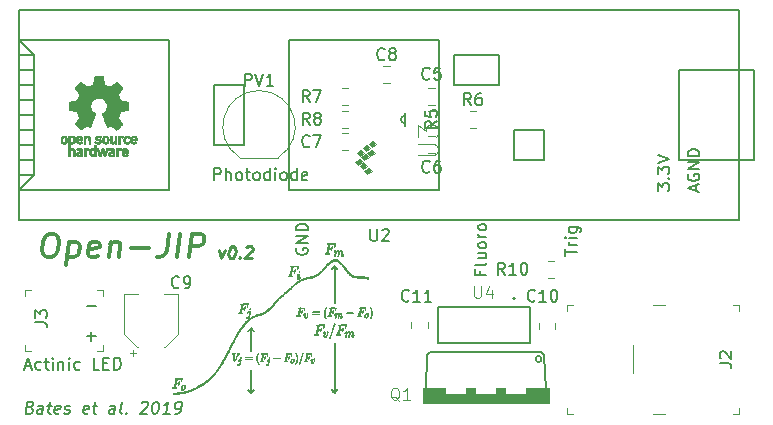
<source format=gbr>
G04 #@! TF.GenerationSoftware,KiCad,Pcbnew,(5.1.8-0-10_14)*
G04 #@! TF.CreationDate,2020-11-22T12:20:28+11:00*
G04 #@! TF.ProjectId,Phenobottle v18,5068656e-6f62-46f7-9474-6c6520763138,rev?*
G04 #@! TF.SameCoordinates,Original*
G04 #@! TF.FileFunction,Legend,Top*
G04 #@! TF.FilePolarity,Positive*
%FSLAX46Y46*%
G04 Gerber Fmt 4.6, Leading zero omitted, Abs format (unit mm)*
G04 Created by KiCad (PCBNEW (5.1.8-0-10_14)) date 2020-11-22 12:20:28*
%MOMM*%
%LPD*%
G01*
G04 APERTURE LIST*
%ADD10C,0.300000*%
%ADD11C,0.200000*%
%ADD12C,0.250000*%
%ADD13C,0.100000*%
%ADD14C,0.150000*%
%ADD15C,0.010000*%
%ADD16C,0.127000*%
%ADD17C,0.152400*%
%ADD18C,0.120000*%
%ADD19C,0.015000*%
G04 APERTURE END LIST*
D10*
X115001696Y-95424761D02*
X115382648Y-95424761D01*
X115561220Y-95520000D01*
X115727886Y-95710476D01*
X115775505Y-96091428D01*
X115692172Y-96758095D01*
X115549315Y-97139047D01*
X115335029Y-97329523D01*
X115132648Y-97424761D01*
X114751696Y-97424761D01*
X114573125Y-97329523D01*
X114406458Y-97139047D01*
X114358839Y-96758095D01*
X114442172Y-96091428D01*
X114585029Y-95710476D01*
X114799315Y-95520000D01*
X115001696Y-95424761D01*
X116632648Y-96091428D02*
X116382648Y-98091428D01*
X116620744Y-96186666D02*
X116823125Y-96091428D01*
X117204077Y-96091428D01*
X117382648Y-96186666D01*
X117465982Y-96281904D01*
X117537410Y-96472380D01*
X117465982Y-97043809D01*
X117346934Y-97234285D01*
X117239791Y-97329523D01*
X117037410Y-97424761D01*
X116656458Y-97424761D01*
X116477886Y-97329523D01*
X119049315Y-97329523D02*
X118846934Y-97424761D01*
X118465982Y-97424761D01*
X118287410Y-97329523D01*
X118215982Y-97139047D01*
X118311220Y-96377142D01*
X118430267Y-96186666D01*
X118632648Y-96091428D01*
X119013601Y-96091428D01*
X119192172Y-96186666D01*
X119263601Y-96377142D01*
X119239791Y-96567619D01*
X118263601Y-96758095D01*
X120156458Y-96091428D02*
X119989791Y-97424761D01*
X120132648Y-96281904D02*
X120239791Y-96186666D01*
X120442172Y-96091428D01*
X120727886Y-96091428D01*
X120906458Y-96186666D01*
X120977886Y-96377142D01*
X120846934Y-97424761D01*
X121894553Y-96662857D02*
X123418363Y-96662857D01*
X125096934Y-95424761D02*
X124918363Y-96853333D01*
X124787410Y-97139047D01*
X124573125Y-97329523D01*
X124275505Y-97424761D01*
X124085029Y-97424761D01*
X125799315Y-97424761D02*
X126049315Y-95424761D01*
X126751696Y-97424761D02*
X127001696Y-95424761D01*
X127763601Y-95424761D01*
X127942172Y-95520000D01*
X128025505Y-95615238D01*
X128096934Y-95805714D01*
X128061220Y-96091428D01*
X127942172Y-96281904D01*
X127835029Y-96377142D01*
X127632648Y-96472380D01*
X126870744Y-96472380D01*
D11*
X169711666Y-91804904D02*
X169711666Y-91328714D01*
X169997380Y-91900142D02*
X168997380Y-91566809D01*
X169997380Y-91233476D01*
X169045000Y-90376333D02*
X168997380Y-90471571D01*
X168997380Y-90614428D01*
X169045000Y-90757285D01*
X169140238Y-90852523D01*
X169235476Y-90900142D01*
X169425952Y-90947761D01*
X169568809Y-90947761D01*
X169759285Y-90900142D01*
X169854523Y-90852523D01*
X169949761Y-90757285D01*
X169997380Y-90614428D01*
X169997380Y-90519190D01*
X169949761Y-90376333D01*
X169902142Y-90328714D01*
X169568809Y-90328714D01*
X169568809Y-90519190D01*
X169997380Y-89900142D02*
X168997380Y-89900142D01*
X169997380Y-89328714D01*
X168997380Y-89328714D01*
X169997380Y-88852523D02*
X168997380Y-88852523D01*
X168997380Y-88614428D01*
X169045000Y-88471571D01*
X169140238Y-88376333D01*
X169235476Y-88328714D01*
X169425952Y-88281095D01*
X169568809Y-88281095D01*
X169759285Y-88328714D01*
X169854523Y-88376333D01*
X169949761Y-88471571D01*
X169997380Y-88614428D01*
X169997380Y-88852523D01*
X166457380Y-91773190D02*
X166457380Y-91154142D01*
X166838333Y-91487476D01*
X166838333Y-91344619D01*
X166885952Y-91249380D01*
X166933571Y-91201761D01*
X167028809Y-91154142D01*
X167266904Y-91154142D01*
X167362142Y-91201761D01*
X167409761Y-91249380D01*
X167457380Y-91344619D01*
X167457380Y-91630333D01*
X167409761Y-91725571D01*
X167362142Y-91773190D01*
X167362142Y-90725571D02*
X167409761Y-90677952D01*
X167457380Y-90725571D01*
X167409761Y-90773190D01*
X167362142Y-90725571D01*
X167457380Y-90725571D01*
X166457380Y-90344619D02*
X166457380Y-89725571D01*
X166838333Y-90058904D01*
X166838333Y-89916047D01*
X166885952Y-89820809D01*
X166933571Y-89773190D01*
X167028809Y-89725571D01*
X167266904Y-89725571D01*
X167362142Y-89773190D01*
X167409761Y-89820809D01*
X167457380Y-89916047D01*
X167457380Y-90201761D01*
X167409761Y-90297000D01*
X167362142Y-90344619D01*
X166457380Y-89439857D02*
X167457380Y-89106523D01*
X166457380Y-88773190D01*
X158602380Y-97285714D02*
X158602380Y-96714285D01*
X159602380Y-97000000D02*
X158602380Y-97000000D01*
X159602380Y-96380952D02*
X158935714Y-96380952D01*
X159126190Y-96380952D02*
X159030952Y-96333333D01*
X158983333Y-96285714D01*
X158935714Y-96190476D01*
X158935714Y-96095238D01*
X159602380Y-95761904D02*
X158935714Y-95761904D01*
X158602380Y-95761904D02*
X158650000Y-95809523D01*
X158697619Y-95761904D01*
X158650000Y-95714285D01*
X158602380Y-95761904D01*
X158697619Y-95761904D01*
X158935714Y-94857142D02*
X159745238Y-94857142D01*
X159840476Y-94904761D01*
X159888095Y-94952380D01*
X159935714Y-95047619D01*
X159935714Y-95190476D01*
X159888095Y-95285714D01*
X159554761Y-94857142D02*
X159602380Y-94952380D01*
X159602380Y-95142857D01*
X159554761Y-95238095D01*
X159507142Y-95285714D01*
X159411904Y-95333333D01*
X159126190Y-95333333D01*
X159030952Y-95285714D01*
X158983333Y-95238095D01*
X158935714Y-95142857D01*
X158935714Y-94952380D01*
X158983333Y-94857142D01*
X151439571Y-98559714D02*
X151439571Y-98893047D01*
X151963380Y-98893047D02*
X150963380Y-98893047D01*
X150963380Y-98416857D01*
X151963380Y-97893047D02*
X151915761Y-97988285D01*
X151820523Y-98035904D01*
X150963380Y-98035904D01*
X151296714Y-97083523D02*
X151963380Y-97083523D01*
X151296714Y-97512095D02*
X151820523Y-97512095D01*
X151915761Y-97464476D01*
X151963380Y-97369238D01*
X151963380Y-97226380D01*
X151915761Y-97131142D01*
X151868142Y-97083523D01*
X151963380Y-96464476D02*
X151915761Y-96559714D01*
X151868142Y-96607333D01*
X151772904Y-96654952D01*
X151487190Y-96654952D01*
X151391952Y-96607333D01*
X151344333Y-96559714D01*
X151296714Y-96464476D01*
X151296714Y-96321619D01*
X151344333Y-96226380D01*
X151391952Y-96178761D01*
X151487190Y-96131142D01*
X151772904Y-96131142D01*
X151868142Y-96178761D01*
X151915761Y-96226380D01*
X151963380Y-96321619D01*
X151963380Y-96464476D01*
X151963380Y-95702571D02*
X151296714Y-95702571D01*
X151487190Y-95702571D02*
X151391952Y-95654952D01*
X151344333Y-95607333D01*
X151296714Y-95512095D01*
X151296714Y-95416857D01*
X151963380Y-94940666D02*
X151915761Y-95035904D01*
X151868142Y-95083523D01*
X151772904Y-95131142D01*
X151487190Y-95131142D01*
X151391952Y-95083523D01*
X151344333Y-95035904D01*
X151296714Y-94940666D01*
X151296714Y-94797809D01*
X151344333Y-94702571D01*
X151391952Y-94654952D01*
X151487190Y-94607333D01*
X151772904Y-94607333D01*
X151868142Y-94654952D01*
X151915761Y-94702571D01*
X151963380Y-94797809D01*
X151963380Y-94940666D01*
X135898000Y-96646904D02*
X135850380Y-96742142D01*
X135850380Y-96885000D01*
X135898000Y-97027857D01*
X135993238Y-97123095D01*
X136088476Y-97170714D01*
X136278952Y-97218333D01*
X136421809Y-97218333D01*
X136612285Y-97170714D01*
X136707523Y-97123095D01*
X136802761Y-97027857D01*
X136850380Y-96885000D01*
X136850380Y-96789761D01*
X136802761Y-96646904D01*
X136755142Y-96599285D01*
X136421809Y-96599285D01*
X136421809Y-96789761D01*
X136850380Y-96170714D02*
X135850380Y-96170714D01*
X136850380Y-95599285D01*
X135850380Y-95599285D01*
X136850380Y-95123095D02*
X135850380Y-95123095D01*
X135850380Y-94885000D01*
X135898000Y-94742142D01*
X135993238Y-94646904D01*
X136088476Y-94599285D01*
X136278952Y-94551666D01*
X136421809Y-94551666D01*
X136612285Y-94599285D01*
X136707523Y-94646904D01*
X136802761Y-94742142D01*
X136850380Y-94885000D01*
X136850380Y-95123095D01*
X128913428Y-90876380D02*
X128913428Y-89876380D01*
X129294380Y-89876380D01*
X129389619Y-89924000D01*
X129437238Y-89971619D01*
X129484857Y-90066857D01*
X129484857Y-90209714D01*
X129437238Y-90304952D01*
X129389619Y-90352571D01*
X129294380Y-90400190D01*
X128913428Y-90400190D01*
X129913428Y-90876380D02*
X129913428Y-89876380D01*
X130342000Y-90876380D02*
X130342000Y-90352571D01*
X130294380Y-90257333D01*
X130199142Y-90209714D01*
X130056285Y-90209714D01*
X129961047Y-90257333D01*
X129913428Y-90304952D01*
X130961047Y-90876380D02*
X130865809Y-90828761D01*
X130818190Y-90781142D01*
X130770571Y-90685904D01*
X130770571Y-90400190D01*
X130818190Y-90304952D01*
X130865809Y-90257333D01*
X130961047Y-90209714D01*
X131103904Y-90209714D01*
X131199142Y-90257333D01*
X131246761Y-90304952D01*
X131294380Y-90400190D01*
X131294380Y-90685904D01*
X131246761Y-90781142D01*
X131199142Y-90828761D01*
X131103904Y-90876380D01*
X130961047Y-90876380D01*
X131580095Y-90209714D02*
X131961047Y-90209714D01*
X131722952Y-89876380D02*
X131722952Y-90733523D01*
X131770571Y-90828761D01*
X131865809Y-90876380D01*
X131961047Y-90876380D01*
X132437238Y-90876380D02*
X132342000Y-90828761D01*
X132294380Y-90781142D01*
X132246761Y-90685904D01*
X132246761Y-90400190D01*
X132294380Y-90304952D01*
X132342000Y-90257333D01*
X132437238Y-90209714D01*
X132580095Y-90209714D01*
X132675333Y-90257333D01*
X132722952Y-90304952D01*
X132770571Y-90400190D01*
X132770571Y-90685904D01*
X132722952Y-90781142D01*
X132675333Y-90828761D01*
X132580095Y-90876380D01*
X132437238Y-90876380D01*
X133627714Y-90876380D02*
X133627714Y-89876380D01*
X133627714Y-90828761D02*
X133532476Y-90876380D01*
X133342000Y-90876380D01*
X133246761Y-90828761D01*
X133199142Y-90781142D01*
X133151523Y-90685904D01*
X133151523Y-90400190D01*
X133199142Y-90304952D01*
X133246761Y-90257333D01*
X133342000Y-90209714D01*
X133532476Y-90209714D01*
X133627714Y-90257333D01*
X134103904Y-90876380D02*
X134103904Y-90209714D01*
X134103904Y-89876380D02*
X134056285Y-89924000D01*
X134103904Y-89971619D01*
X134151523Y-89924000D01*
X134103904Y-89876380D01*
X134103904Y-89971619D01*
X134722952Y-90876380D02*
X134627714Y-90828761D01*
X134580095Y-90781142D01*
X134532476Y-90685904D01*
X134532476Y-90400190D01*
X134580095Y-90304952D01*
X134627714Y-90257333D01*
X134722952Y-90209714D01*
X134865809Y-90209714D01*
X134961047Y-90257333D01*
X135008666Y-90304952D01*
X135056285Y-90400190D01*
X135056285Y-90685904D01*
X135008666Y-90781142D01*
X134961047Y-90828761D01*
X134865809Y-90876380D01*
X134722952Y-90876380D01*
X135913428Y-90876380D02*
X135913428Y-89876380D01*
X135913428Y-90828761D02*
X135818190Y-90876380D01*
X135627714Y-90876380D01*
X135532476Y-90828761D01*
X135484857Y-90781142D01*
X135437238Y-90685904D01*
X135437238Y-90400190D01*
X135484857Y-90304952D01*
X135532476Y-90257333D01*
X135627714Y-90209714D01*
X135818190Y-90209714D01*
X135913428Y-90257333D01*
X136770571Y-90828761D02*
X136675333Y-90876380D01*
X136484857Y-90876380D01*
X136389619Y-90828761D01*
X136342000Y-90733523D01*
X136342000Y-90352571D01*
X136389619Y-90257333D01*
X136484857Y-90209714D01*
X136675333Y-90209714D01*
X136770571Y-90257333D01*
X136818190Y-90352571D01*
X136818190Y-90447809D01*
X136342000Y-90543047D01*
X112919380Y-106631666D02*
X113395571Y-106631666D01*
X112824142Y-106917380D02*
X113157476Y-105917380D01*
X113490809Y-106917380D01*
X114252714Y-106869761D02*
X114157476Y-106917380D01*
X113967000Y-106917380D01*
X113871761Y-106869761D01*
X113824142Y-106822142D01*
X113776523Y-106726904D01*
X113776523Y-106441190D01*
X113824142Y-106345952D01*
X113871761Y-106298333D01*
X113967000Y-106250714D01*
X114157476Y-106250714D01*
X114252714Y-106298333D01*
X114538428Y-106250714D02*
X114919380Y-106250714D01*
X114681285Y-105917380D02*
X114681285Y-106774523D01*
X114728904Y-106869761D01*
X114824142Y-106917380D01*
X114919380Y-106917380D01*
X115252714Y-106917380D02*
X115252714Y-106250714D01*
X115252714Y-105917380D02*
X115205095Y-105965000D01*
X115252714Y-106012619D01*
X115300333Y-105965000D01*
X115252714Y-105917380D01*
X115252714Y-106012619D01*
X115728904Y-106250714D02*
X115728904Y-106917380D01*
X115728904Y-106345952D02*
X115776523Y-106298333D01*
X115871761Y-106250714D01*
X116014619Y-106250714D01*
X116109857Y-106298333D01*
X116157476Y-106393571D01*
X116157476Y-106917380D01*
X116633666Y-106917380D02*
X116633666Y-106250714D01*
X116633666Y-105917380D02*
X116586047Y-105965000D01*
X116633666Y-106012619D01*
X116681285Y-105965000D01*
X116633666Y-105917380D01*
X116633666Y-106012619D01*
X117538428Y-106869761D02*
X117443190Y-106917380D01*
X117252714Y-106917380D01*
X117157476Y-106869761D01*
X117109857Y-106822142D01*
X117062238Y-106726904D01*
X117062238Y-106441190D01*
X117109857Y-106345952D01*
X117157476Y-106298333D01*
X117252714Y-106250714D01*
X117443190Y-106250714D01*
X117538428Y-106298333D01*
X119205095Y-106917380D02*
X118728904Y-106917380D01*
X118728904Y-105917380D01*
X119538428Y-106393571D02*
X119871761Y-106393571D01*
X120014619Y-106917380D02*
X119538428Y-106917380D01*
X119538428Y-105917380D01*
X120014619Y-105917380D01*
X120443190Y-106917380D02*
X120443190Y-105917380D01*
X120681285Y-105917380D01*
X120824142Y-105965000D01*
X120919380Y-106060238D01*
X120967000Y-106155476D01*
X121014619Y-106345952D01*
X121014619Y-106488809D01*
X120967000Y-106679285D01*
X120919380Y-106774523D01*
X120824142Y-106869761D01*
X120681285Y-106917380D01*
X120443190Y-106917380D01*
X118110047Y-101544428D02*
X118871952Y-101544428D01*
X118110047Y-104084428D02*
X118871952Y-104084428D01*
X118491000Y-104465380D02*
X118491000Y-103703476D01*
D12*
X129356651Y-96813714D02*
X129511413Y-97480380D01*
X129832842Y-96813714D01*
X130445937Y-96480380D02*
X130541175Y-96480380D01*
X130630461Y-96528000D01*
X130672127Y-96575619D01*
X130707842Y-96670857D01*
X130731651Y-96861333D01*
X130701889Y-97099428D01*
X130630461Y-97289904D01*
X130570937Y-97385142D01*
X130517366Y-97432761D01*
X130416175Y-97480380D01*
X130320937Y-97480380D01*
X130231651Y-97432761D01*
X130189985Y-97385142D01*
X130154270Y-97289904D01*
X130130461Y-97099428D01*
X130160223Y-96861333D01*
X130231651Y-96670857D01*
X130291175Y-96575619D01*
X130344747Y-96528000D01*
X130445937Y-96480380D01*
X131094747Y-97385142D02*
X131136413Y-97432761D01*
X131082842Y-97480380D01*
X131041175Y-97432761D01*
X131094747Y-97385142D01*
X131082842Y-97480380D01*
X131624508Y-96575619D02*
X131678080Y-96528000D01*
X131779270Y-96480380D01*
X132017366Y-96480380D01*
X132106651Y-96528000D01*
X132148318Y-96575619D01*
X132184032Y-96670857D01*
X132172127Y-96766095D01*
X132106651Y-96908952D01*
X131463794Y-97480380D01*
X132082842Y-97480380D01*
D11*
X113347142Y-110128571D02*
X113484047Y-110176190D01*
X113525714Y-110223809D01*
X113561428Y-110319047D01*
X113543571Y-110461904D01*
X113484047Y-110557142D01*
X113430476Y-110604761D01*
X113329285Y-110652380D01*
X112948333Y-110652380D01*
X113073333Y-109652380D01*
X113406666Y-109652380D01*
X113495952Y-109700000D01*
X113537619Y-109747619D01*
X113573333Y-109842857D01*
X113561428Y-109938095D01*
X113501904Y-110033333D01*
X113448333Y-110080952D01*
X113347142Y-110128571D01*
X113013809Y-110128571D01*
X114376904Y-110652380D02*
X114442380Y-110128571D01*
X114406666Y-110033333D01*
X114317380Y-109985714D01*
X114126904Y-109985714D01*
X114025714Y-110033333D01*
X114382857Y-110604761D02*
X114281666Y-110652380D01*
X114043571Y-110652380D01*
X113954285Y-110604761D01*
X113918571Y-110509523D01*
X113930476Y-110414285D01*
X113990000Y-110319047D01*
X114091190Y-110271428D01*
X114329285Y-110271428D01*
X114430476Y-110223809D01*
X114793571Y-109985714D02*
X115174523Y-109985714D01*
X114978095Y-109652380D02*
X114870952Y-110509523D01*
X114906666Y-110604761D01*
X114995952Y-110652380D01*
X115091190Y-110652380D01*
X115811428Y-110604761D02*
X115710238Y-110652380D01*
X115519761Y-110652380D01*
X115430476Y-110604761D01*
X115394761Y-110509523D01*
X115442380Y-110128571D01*
X115501904Y-110033333D01*
X115603095Y-109985714D01*
X115793571Y-109985714D01*
X115882857Y-110033333D01*
X115918571Y-110128571D01*
X115906666Y-110223809D01*
X115418571Y-110319047D01*
X116240000Y-110604761D02*
X116329285Y-110652380D01*
X116519761Y-110652380D01*
X116620952Y-110604761D01*
X116680476Y-110509523D01*
X116686428Y-110461904D01*
X116650714Y-110366666D01*
X116561428Y-110319047D01*
X116418571Y-110319047D01*
X116329285Y-110271428D01*
X116293571Y-110176190D01*
X116299523Y-110128571D01*
X116359047Y-110033333D01*
X116460238Y-109985714D01*
X116603095Y-109985714D01*
X116692380Y-110033333D01*
X118240000Y-110604761D02*
X118138809Y-110652380D01*
X117948333Y-110652380D01*
X117859047Y-110604761D01*
X117823333Y-110509523D01*
X117870952Y-110128571D01*
X117930476Y-110033333D01*
X118031666Y-109985714D01*
X118222142Y-109985714D01*
X118311428Y-110033333D01*
X118347142Y-110128571D01*
X118335238Y-110223809D01*
X117847142Y-110319047D01*
X118650714Y-109985714D02*
X119031666Y-109985714D01*
X118835238Y-109652380D02*
X118728095Y-110509523D01*
X118763809Y-110604761D01*
X118853095Y-110652380D01*
X118948333Y-110652380D01*
X120472142Y-110652380D02*
X120537619Y-110128571D01*
X120501904Y-110033333D01*
X120412619Y-109985714D01*
X120222142Y-109985714D01*
X120120952Y-110033333D01*
X120478095Y-110604761D02*
X120376904Y-110652380D01*
X120138809Y-110652380D01*
X120049523Y-110604761D01*
X120013809Y-110509523D01*
X120025714Y-110414285D01*
X120085238Y-110319047D01*
X120186428Y-110271428D01*
X120424523Y-110271428D01*
X120525714Y-110223809D01*
X121091190Y-110652380D02*
X121001904Y-110604761D01*
X120966190Y-110509523D01*
X121073333Y-109652380D01*
X121484047Y-110557142D02*
X121525714Y-110604761D01*
X121472142Y-110652380D01*
X121430476Y-110604761D01*
X121484047Y-110557142D01*
X121472142Y-110652380D01*
X122775714Y-109747619D02*
X122829285Y-109700000D01*
X122930476Y-109652380D01*
X123168571Y-109652380D01*
X123257857Y-109700000D01*
X123299523Y-109747619D01*
X123335238Y-109842857D01*
X123323333Y-109938095D01*
X123257857Y-110080952D01*
X122615000Y-110652380D01*
X123234047Y-110652380D01*
X123978095Y-109652380D02*
X124073333Y-109652380D01*
X124162619Y-109700000D01*
X124204285Y-109747619D01*
X124240000Y-109842857D01*
X124263809Y-110033333D01*
X124234047Y-110271428D01*
X124162619Y-110461904D01*
X124103095Y-110557142D01*
X124049523Y-110604761D01*
X123948333Y-110652380D01*
X123853095Y-110652380D01*
X123763809Y-110604761D01*
X123722142Y-110557142D01*
X123686428Y-110461904D01*
X123662619Y-110271428D01*
X123692380Y-110033333D01*
X123763809Y-109842857D01*
X123823333Y-109747619D01*
X123876904Y-109700000D01*
X123978095Y-109652380D01*
X125138809Y-110652380D02*
X124567380Y-110652380D01*
X124853095Y-110652380D02*
X124978095Y-109652380D01*
X124865000Y-109795238D01*
X124757857Y-109890476D01*
X124656666Y-109938095D01*
X125615000Y-110652380D02*
X125805476Y-110652380D01*
X125906666Y-110604761D01*
X125960238Y-110557142D01*
X126073333Y-110414285D01*
X126144761Y-110223809D01*
X126192380Y-109842857D01*
X126156666Y-109747619D01*
X126115000Y-109700000D01*
X126025714Y-109652380D01*
X125835238Y-109652380D01*
X125734047Y-109700000D01*
X125680476Y-109747619D01*
X125620952Y-109842857D01*
X125591190Y-110080952D01*
X125626904Y-110176190D01*
X125668571Y-110223809D01*
X125757857Y-110271428D01*
X125948333Y-110271428D01*
X126049523Y-110223809D01*
X126103095Y-110176190D01*
X126162619Y-110080952D01*
D13*
G36*
X141630000Y-89210000D02*
G01*
X141376000Y-88956000D01*
X141757000Y-88702000D01*
X142011000Y-88956000D01*
X141630000Y-89210000D01*
G37*
X141630000Y-89210000D02*
X141376000Y-88956000D01*
X141757000Y-88702000D01*
X142011000Y-88956000D01*
X141630000Y-89210000D01*
G36*
X141503000Y-89972000D02*
G01*
X141249000Y-89718000D01*
X141630000Y-89464000D01*
X141884000Y-89718000D01*
X141503000Y-89972000D01*
G37*
X141503000Y-89972000D02*
X141249000Y-89718000D01*
X141630000Y-89464000D01*
X141884000Y-89718000D01*
X141503000Y-89972000D01*
G36*
X141249000Y-88829000D02*
G01*
X140995000Y-88575000D01*
X141376000Y-88321000D01*
X141630000Y-88575000D01*
X141249000Y-88829000D01*
G37*
X141249000Y-88829000D02*
X140995000Y-88575000D01*
X141376000Y-88321000D01*
X141630000Y-88575000D01*
X141249000Y-88829000D01*
G36*
X141757000Y-88448000D02*
G01*
X141503000Y-88194000D01*
X141884000Y-87940000D01*
X142138000Y-88194000D01*
X141757000Y-88448000D01*
G37*
X141757000Y-88448000D02*
X141503000Y-88194000D01*
X141884000Y-87940000D01*
X142138000Y-88194000D01*
X141757000Y-88448000D01*
G36*
X141122000Y-89591000D02*
G01*
X140868000Y-89337000D01*
X141249000Y-89083000D01*
X141503000Y-89337000D01*
X141122000Y-89591000D01*
G37*
X141122000Y-89591000D02*
X140868000Y-89337000D01*
X141249000Y-89083000D01*
X141503000Y-89337000D01*
X141122000Y-89591000D01*
G36*
X142265000Y-88067000D02*
G01*
X142011000Y-87813000D01*
X142392000Y-87559000D01*
X142646000Y-87813000D01*
X142265000Y-88067000D01*
G37*
X142265000Y-88067000D02*
X142011000Y-87813000D01*
X142392000Y-87559000D01*
X142646000Y-87813000D01*
X142265000Y-88067000D01*
G36*
X142138000Y-88829000D02*
G01*
X141884000Y-88575000D01*
X142265000Y-88321000D01*
X142519000Y-88575000D01*
X142138000Y-88829000D01*
G37*
X142138000Y-88829000D02*
X141884000Y-88575000D01*
X142265000Y-88321000D01*
X142519000Y-88575000D01*
X142138000Y-88829000D01*
G36*
X141884000Y-90353000D02*
G01*
X141630000Y-90099000D01*
X142011000Y-89845000D01*
X142265000Y-90099000D01*
X141884000Y-90353000D01*
G37*
X141884000Y-90353000D02*
X141630000Y-90099000D01*
X142011000Y-89845000D01*
X142265000Y-90099000D01*
X141884000Y-90353000D01*
D14*
X173380000Y-76510000D02*
X173380000Y-94290000D01*
X112420000Y-94290000D02*
X112420000Y-76510000D01*
X131470000Y-87940000D02*
X128930000Y-87940000D01*
X131470000Y-82860000D02*
X131470000Y-87940000D01*
X128930000Y-82860000D02*
X131470000Y-82860000D01*
X128930000Y-87940000D02*
X128930000Y-82860000D01*
X168300000Y-81590000D02*
X173380000Y-81590000D01*
X168300000Y-89210000D02*
X173380000Y-89210000D01*
X168300000Y-81590000D02*
X168300000Y-89210000D01*
X174650000Y-89210000D02*
X173380000Y-89210000D01*
X174650000Y-81590000D02*
X174650000Y-89210000D01*
X173380000Y-81590000D02*
X174650000Y-81590000D01*
X173380000Y-76510000D02*
X112420000Y-76510000D01*
X112420000Y-94290000D02*
X173380000Y-94290000D01*
X125120000Y-79050000D02*
X112420000Y-79050000D01*
X125120000Y-91750000D02*
X125120000Y-79050000D01*
X112420000Y-91750000D02*
X125120000Y-91750000D01*
X113690000Y-90480000D02*
X112420000Y-91750000D01*
X113690000Y-80320000D02*
X113690000Y-90480000D01*
X112420000Y-79050000D02*
X113690000Y-80320000D01*
X113690000Y-90480000D02*
X112420000Y-90480000D01*
X113690000Y-89210000D02*
X112420000Y-89210000D01*
X113690000Y-87940000D02*
X112420000Y-87940000D01*
X113690000Y-86670000D02*
X112420000Y-86670000D01*
X113690000Y-85400000D02*
X112420000Y-85400000D01*
X113690000Y-84130000D02*
X112420000Y-84130000D01*
X113690000Y-82860000D02*
X112420000Y-82860000D01*
X113690000Y-81590000D02*
X112420000Y-81590000D01*
X113690000Y-80320000D02*
X112420000Y-80320000D01*
X147980000Y-91750000D02*
X135280000Y-91750000D01*
X147980000Y-79050000D02*
X135280000Y-79050000D01*
X147980000Y-91750000D02*
X147980000Y-79050000D01*
X135280000Y-79050000D02*
X135280000Y-91750000D01*
X149250000Y-82860000D02*
X149250000Y-80320000D01*
X153060000Y-82860000D02*
X149250000Y-82860000D01*
X153060000Y-80320000D02*
X153060000Y-82860000D01*
X149250000Y-80320000D02*
X153060000Y-80320000D01*
X154330000Y-89210000D02*
X156870000Y-89210000D01*
X154330000Y-86670000D02*
X154330000Y-89210000D01*
X156870000Y-86670000D02*
X154330000Y-86670000D01*
X156870000Y-89210000D02*
X156870000Y-86670000D01*
D15*
G36*
X117533895Y-88175220D02*
G01*
X117601337Y-88188122D01*
X117656372Y-88212203D01*
X117698829Y-88247393D01*
X117724763Y-88285713D01*
X117745933Y-88327592D01*
X117745933Y-88849200D01*
X117610466Y-88849200D01*
X117610466Y-88795448D01*
X117591175Y-88813571D01*
X117556446Y-88835961D01*
X117510785Y-88850527D01*
X117458531Y-88856768D01*
X117404022Y-88854180D01*
X117351594Y-88842262D01*
X117349546Y-88841565D01*
X117296444Y-88815085D01*
X117255440Y-88777247D01*
X117227592Y-88729531D01*
X117213956Y-88673418D01*
X117212807Y-88651573D01*
X117339053Y-88651573D01*
X117348823Y-88680335D01*
X117370519Y-88704855D01*
X117402903Y-88721561D01*
X117404043Y-88721909D01*
X117437018Y-88727737D01*
X117478409Y-88729607D01*
X117520172Y-88727521D01*
X117553067Y-88721824D01*
X117580437Y-88710389D01*
X117597968Y-88692264D01*
X117607393Y-88664337D01*
X117610445Y-88623494D01*
X117610466Y-88618716D01*
X117610466Y-88561334D01*
X117532150Y-88561702D01*
X117471982Y-88563432D01*
X117426145Y-88568296D01*
X117392248Y-88576765D01*
X117367900Y-88589311D01*
X117360252Y-88595621D01*
X117342450Y-88622144D01*
X117339053Y-88651573D01*
X117212807Y-88651573D01*
X117212719Y-88649911D01*
X117219974Y-88592510D01*
X117241481Y-88543576D01*
X117276185Y-88504334D01*
X117323031Y-88476011D01*
X117375586Y-88460711D01*
X117408172Y-88456612D01*
X117450836Y-88453411D01*
X117496729Y-88451554D01*
X117520530Y-88451267D01*
X117611240Y-88451267D01*
X117608737Y-88394987D01*
X117604680Y-88357792D01*
X117594666Y-88331879D01*
X117576117Y-88315137D01*
X117546457Y-88305453D01*
X117503109Y-88300718D01*
X117493052Y-88300201D01*
X117442373Y-88300882D01*
X117402169Y-88309032D01*
X117367144Y-88325947D01*
X117355466Y-88333932D01*
X117345879Y-88337534D01*
X117333128Y-88333933D01*
X117313748Y-88321593D01*
X117294083Y-88306698D01*
X117270678Y-88287786D01*
X117253669Y-88272837D01*
X117246453Y-88264851D01*
X117246400Y-88264579D01*
X117253201Y-88252958D01*
X117270848Y-88236632D01*
X117295201Y-88218788D01*
X117322123Y-88202611D01*
X117335300Y-88196124D01*
X117369818Y-88184147D01*
X117411638Y-88176798D01*
X117454215Y-88173570D01*
X117533895Y-88175220D01*
G37*
X117533895Y-88175220D02*
X117601337Y-88188122D01*
X117656372Y-88212203D01*
X117698829Y-88247393D01*
X117724763Y-88285713D01*
X117745933Y-88327592D01*
X117745933Y-88849200D01*
X117610466Y-88849200D01*
X117610466Y-88795448D01*
X117591175Y-88813571D01*
X117556446Y-88835961D01*
X117510785Y-88850527D01*
X117458531Y-88856768D01*
X117404022Y-88854180D01*
X117351594Y-88842262D01*
X117349546Y-88841565D01*
X117296444Y-88815085D01*
X117255440Y-88777247D01*
X117227592Y-88729531D01*
X117213956Y-88673418D01*
X117212807Y-88651573D01*
X117339053Y-88651573D01*
X117348823Y-88680335D01*
X117370519Y-88704855D01*
X117402903Y-88721561D01*
X117404043Y-88721909D01*
X117437018Y-88727737D01*
X117478409Y-88729607D01*
X117520172Y-88727521D01*
X117553067Y-88721824D01*
X117580437Y-88710389D01*
X117597968Y-88692264D01*
X117607393Y-88664337D01*
X117610445Y-88623494D01*
X117610466Y-88618716D01*
X117610466Y-88561334D01*
X117532150Y-88561702D01*
X117471982Y-88563432D01*
X117426145Y-88568296D01*
X117392248Y-88576765D01*
X117367900Y-88589311D01*
X117360252Y-88595621D01*
X117342450Y-88622144D01*
X117339053Y-88651573D01*
X117212807Y-88651573D01*
X117212719Y-88649911D01*
X117219974Y-88592510D01*
X117241481Y-88543576D01*
X117276185Y-88504334D01*
X117323031Y-88476011D01*
X117375586Y-88460711D01*
X117408172Y-88456612D01*
X117450836Y-88453411D01*
X117496729Y-88451554D01*
X117520530Y-88451267D01*
X117611240Y-88451267D01*
X117608737Y-88394987D01*
X117604680Y-88357792D01*
X117594666Y-88331879D01*
X117576117Y-88315137D01*
X117546457Y-88305453D01*
X117503109Y-88300718D01*
X117493052Y-88300201D01*
X117442373Y-88300882D01*
X117402169Y-88309032D01*
X117367144Y-88325947D01*
X117355466Y-88333932D01*
X117345879Y-88337534D01*
X117333128Y-88333933D01*
X117313748Y-88321593D01*
X117294083Y-88306698D01*
X117270678Y-88287786D01*
X117253669Y-88272837D01*
X117246453Y-88264851D01*
X117246400Y-88264579D01*
X117253201Y-88252958D01*
X117270848Y-88236632D01*
X117295201Y-88218788D01*
X117322123Y-88202611D01*
X117335300Y-88196124D01*
X117369818Y-88184147D01*
X117411638Y-88176798D01*
X117454215Y-88173570D01*
X117533895Y-88175220D01*
G36*
X118888933Y-88849200D02*
G01*
X118753467Y-88849200D01*
X118753467Y-88780669D01*
X118720770Y-88806944D01*
X118669021Y-88838180D01*
X118611773Y-88853652D01*
X118550301Y-88853118D01*
X118515882Y-88846110D01*
X118461828Y-88823238D01*
X118416456Y-88785948D01*
X118397831Y-88763142D01*
X118381876Y-88735059D01*
X118370008Y-88699448D01*
X118361949Y-88654339D01*
X118357422Y-88597763D01*
X118356148Y-88527750D01*
X118356339Y-88514767D01*
X118495233Y-88514767D01*
X118496184Y-88573069D01*
X118499632Y-88617218D01*
X118506471Y-88649921D01*
X118517594Y-88673881D01*
X118533896Y-88691805D01*
X118556270Y-88706396D01*
X118559021Y-88707852D01*
X118593211Y-88718351D01*
X118633242Y-88720023D01*
X118671987Y-88713283D01*
X118700901Y-88699619D01*
X118722460Y-88677230D01*
X118737724Y-88645454D01*
X118747159Y-88602425D01*
X118751227Y-88546274D01*
X118751124Y-88497834D01*
X118748620Y-88442604D01*
X118743480Y-88401258D01*
X118734688Y-88370822D01*
X118721228Y-88348322D01*
X118702084Y-88330787D01*
X118691672Y-88323924D01*
X118652437Y-88308869D01*
X118610121Y-88307149D01*
X118569156Y-88317678D01*
X118533970Y-88339369D01*
X118510461Y-88368342D01*
X118504126Y-88382750D01*
X118499772Y-88400882D01*
X118497063Y-88425968D01*
X118495662Y-88461242D01*
X118495235Y-88509933D01*
X118495233Y-88514767D01*
X118356339Y-88514767D01*
X118356952Y-88473362D01*
X118358481Y-88420594D01*
X118360370Y-88381496D01*
X118363039Y-88352808D01*
X118366907Y-88331267D01*
X118372395Y-88313611D01*
X118379659Y-88297122D01*
X118412302Y-88247679D01*
X118454756Y-88210204D01*
X118504331Y-88185248D01*
X118558335Y-88173358D01*
X118614076Y-88175083D01*
X118668863Y-88190974D01*
X118720004Y-88221578D01*
X118726013Y-88226472D01*
X118753467Y-88249572D01*
X118753467Y-87909400D01*
X118888933Y-87909400D01*
X118888933Y-88849200D01*
G37*
X118888933Y-88849200D02*
X118753467Y-88849200D01*
X118753467Y-88780669D01*
X118720770Y-88806944D01*
X118669021Y-88838180D01*
X118611773Y-88853652D01*
X118550301Y-88853118D01*
X118515882Y-88846110D01*
X118461828Y-88823238D01*
X118416456Y-88785948D01*
X118397831Y-88763142D01*
X118381876Y-88735059D01*
X118370008Y-88699448D01*
X118361949Y-88654339D01*
X118357422Y-88597763D01*
X118356148Y-88527750D01*
X118356339Y-88514767D01*
X118495233Y-88514767D01*
X118496184Y-88573069D01*
X118499632Y-88617218D01*
X118506471Y-88649921D01*
X118517594Y-88673881D01*
X118533896Y-88691805D01*
X118556270Y-88706396D01*
X118559021Y-88707852D01*
X118593211Y-88718351D01*
X118633242Y-88720023D01*
X118671987Y-88713283D01*
X118700901Y-88699619D01*
X118722460Y-88677230D01*
X118737724Y-88645454D01*
X118747159Y-88602425D01*
X118751227Y-88546274D01*
X118751124Y-88497834D01*
X118748620Y-88442604D01*
X118743480Y-88401258D01*
X118734688Y-88370822D01*
X118721228Y-88348322D01*
X118702084Y-88330787D01*
X118691672Y-88323924D01*
X118652437Y-88308869D01*
X118610121Y-88307149D01*
X118569156Y-88317678D01*
X118533970Y-88339369D01*
X118510461Y-88368342D01*
X118504126Y-88382750D01*
X118499772Y-88400882D01*
X118497063Y-88425968D01*
X118495662Y-88461242D01*
X118495235Y-88509933D01*
X118495233Y-88514767D01*
X118356339Y-88514767D01*
X118356952Y-88473362D01*
X118358481Y-88420594D01*
X118360370Y-88381496D01*
X118363039Y-88352808D01*
X118366907Y-88331267D01*
X118372395Y-88313611D01*
X118379659Y-88297122D01*
X118412302Y-88247679D01*
X118454756Y-88210204D01*
X118504331Y-88185248D01*
X118558335Y-88173358D01*
X118614076Y-88175083D01*
X118668863Y-88190974D01*
X118720004Y-88221578D01*
X118726013Y-88226472D01*
X118753467Y-88249572D01*
X118753467Y-87909400D01*
X118888933Y-87909400D01*
X118888933Y-88849200D01*
G36*
X120240516Y-88174878D02*
G01*
X120294515Y-88182646D01*
X120338984Y-88195284D01*
X120343451Y-88197139D01*
X120388163Y-88223990D01*
X120424908Y-88260592D01*
X120449739Y-88302749D01*
X120453907Y-88314602D01*
X120457341Y-88335694D01*
X120460046Y-88373503D01*
X120462017Y-88427826D01*
X120463246Y-88498462D01*
X120463726Y-88585210D01*
X120463733Y-88598299D01*
X120463733Y-88849200D01*
X120328267Y-88849200D01*
X120328267Y-88791606D01*
X120303114Y-88815103D01*
X120268254Y-88837390D01*
X120222611Y-88851573D01*
X120170530Y-88857152D01*
X120116356Y-88853629D01*
X120068615Y-88841994D01*
X120012614Y-88815421D01*
X119970548Y-88779322D01*
X119942564Y-88733896D01*
X119928812Y-88679346D01*
X119927307Y-88650631D01*
X119927887Y-88646258D01*
X120053664Y-88646258D01*
X120059549Y-88671955D01*
X120061323Y-88676356D01*
X120069774Y-88695145D01*
X120075368Y-88704980D01*
X120075951Y-88705394D01*
X120084687Y-88708164D01*
X120103600Y-88714969D01*
X120112367Y-88718231D01*
X120140868Y-88724855D01*
X120177737Y-88727972D01*
X120217382Y-88727727D01*
X120254212Y-88724268D01*
X120282636Y-88717740D01*
X120291681Y-88713542D01*
X120311166Y-88695227D01*
X120322871Y-88668081D01*
X120327888Y-88629037D01*
X120328267Y-88610592D01*
X120328267Y-88559047D01*
X120224550Y-88563073D01*
X120168103Y-88566399D01*
X120126132Y-88571930D01*
X120096234Y-88580505D01*
X120076007Y-88592962D01*
X120063050Y-88610140D01*
X120058440Y-88621066D01*
X120053664Y-88646258D01*
X119927887Y-88646258D01*
X119934928Y-88593184D01*
X119957562Y-88543470D01*
X119986708Y-88508866D01*
X120009042Y-88490190D01*
X120033129Y-88476309D01*
X120062048Y-88466433D01*
X120098874Y-88459768D01*
X120146685Y-88455521D01*
X120203383Y-88453057D01*
X120328267Y-88449171D01*
X120328267Y-88403096D01*
X120326619Y-88373721D01*
X120322408Y-88349171D01*
X120319118Y-88339927D01*
X120300244Y-88321103D01*
X120269500Y-88307882D01*
X120231022Y-88300342D01*
X120188945Y-88298555D01*
X120147404Y-88302598D01*
X120110535Y-88312545D01*
X120082473Y-88328472D01*
X120075473Y-88335502D01*
X120068344Y-88341622D01*
X120059325Y-88341410D01*
X120045024Y-88333466D01*
X120022053Y-88316392D01*
X120014090Y-88310165D01*
X119990080Y-88290487D01*
X119972397Y-88274442D01*
X119964367Y-88265079D01*
X119964200Y-88264411D01*
X119971219Y-88251965D01*
X119989567Y-88235242D01*
X120015183Y-88217022D01*
X120044004Y-88200086D01*
X120071968Y-88187215D01*
X120081861Y-88183869D01*
X120128137Y-88175183D01*
X120183040Y-88172288D01*
X120240516Y-88174878D01*
G37*
X120240516Y-88174878D02*
X120294515Y-88182646D01*
X120338984Y-88195284D01*
X120343451Y-88197139D01*
X120388163Y-88223990D01*
X120424908Y-88260592D01*
X120449739Y-88302749D01*
X120453907Y-88314602D01*
X120457341Y-88335694D01*
X120460046Y-88373503D01*
X120462017Y-88427826D01*
X120463246Y-88498462D01*
X120463726Y-88585210D01*
X120463733Y-88598299D01*
X120463733Y-88849200D01*
X120328267Y-88849200D01*
X120328267Y-88791606D01*
X120303114Y-88815103D01*
X120268254Y-88837390D01*
X120222611Y-88851573D01*
X120170530Y-88857152D01*
X120116356Y-88853629D01*
X120068615Y-88841994D01*
X120012614Y-88815421D01*
X119970548Y-88779322D01*
X119942564Y-88733896D01*
X119928812Y-88679346D01*
X119927307Y-88650631D01*
X119927887Y-88646258D01*
X120053664Y-88646258D01*
X120059549Y-88671955D01*
X120061323Y-88676356D01*
X120069774Y-88695145D01*
X120075368Y-88704980D01*
X120075951Y-88705394D01*
X120084687Y-88708164D01*
X120103600Y-88714969D01*
X120112367Y-88718231D01*
X120140868Y-88724855D01*
X120177737Y-88727972D01*
X120217382Y-88727727D01*
X120254212Y-88724268D01*
X120282636Y-88717740D01*
X120291681Y-88713542D01*
X120311166Y-88695227D01*
X120322871Y-88668081D01*
X120327888Y-88629037D01*
X120328267Y-88610592D01*
X120328267Y-88559047D01*
X120224550Y-88563073D01*
X120168103Y-88566399D01*
X120126132Y-88571930D01*
X120096234Y-88580505D01*
X120076007Y-88592962D01*
X120063050Y-88610140D01*
X120058440Y-88621066D01*
X120053664Y-88646258D01*
X119927887Y-88646258D01*
X119934928Y-88593184D01*
X119957562Y-88543470D01*
X119986708Y-88508866D01*
X120009042Y-88490190D01*
X120033129Y-88476309D01*
X120062048Y-88466433D01*
X120098874Y-88459768D01*
X120146685Y-88455521D01*
X120203383Y-88453057D01*
X120328267Y-88449171D01*
X120328267Y-88403096D01*
X120326619Y-88373721D01*
X120322408Y-88349171D01*
X120319118Y-88339927D01*
X120300244Y-88321103D01*
X120269500Y-88307882D01*
X120231022Y-88300342D01*
X120188945Y-88298555D01*
X120147404Y-88302598D01*
X120110535Y-88312545D01*
X120082473Y-88328472D01*
X120075473Y-88335502D01*
X120068344Y-88341622D01*
X120059325Y-88341410D01*
X120045024Y-88333466D01*
X120022053Y-88316392D01*
X120014090Y-88310165D01*
X119990080Y-88290487D01*
X119972397Y-88274442D01*
X119964367Y-88265079D01*
X119964200Y-88264411D01*
X119971219Y-88251965D01*
X119989567Y-88235242D01*
X120015183Y-88217022D01*
X120044004Y-88200086D01*
X120071968Y-88187215D01*
X120081861Y-88183869D01*
X120128137Y-88175183D01*
X120183040Y-88172288D01*
X120240516Y-88174878D01*
G36*
X121387753Y-88176901D02*
G01*
X121415858Y-88179640D01*
X121438571Y-88185549D01*
X121461651Y-88195739D01*
X121468867Y-88199461D01*
X121523953Y-88235463D01*
X121566240Y-88279513D01*
X121596421Y-88332948D01*
X121615189Y-88397106D01*
X121623238Y-88473326D01*
X121623667Y-88498250D01*
X121623667Y-88561334D01*
X121208800Y-88561334D01*
X121208800Y-88591931D01*
X121215918Y-88629120D01*
X121234726Y-88666395D01*
X121261403Y-88697051D01*
X121273941Y-88706281D01*
X121298970Y-88717235D01*
X121331204Y-88725688D01*
X121347342Y-88728110D01*
X121378492Y-88729492D01*
X121404567Y-88724920D01*
X121434593Y-88712679D01*
X121438511Y-88710798D01*
X121465694Y-88697054D01*
X121488168Y-88684693D01*
X121498057Y-88678468D01*
X121508040Y-88674364D01*
X121520405Y-88677896D01*
X121539036Y-88690710D01*
X121552423Y-88701535D01*
X121575201Y-88720177D01*
X121593369Y-88734636D01*
X121601611Y-88740804D01*
X121603012Y-88750171D01*
X121592437Y-88765589D01*
X121572437Y-88784407D01*
X121545565Y-88803974D01*
X121533930Y-88811143D01*
X121468580Y-88839943D01*
X121397687Y-88854208D01*
X121325042Y-88853528D01*
X121263011Y-88840348D01*
X121208114Y-88815413D01*
X121171641Y-88788993D01*
X121132436Y-88746857D01*
X121103853Y-88697807D01*
X121085100Y-88639627D01*
X121075384Y-88570100D01*
X121073534Y-88514767D01*
X121077078Y-88451267D01*
X121202133Y-88451267D01*
X121490084Y-88451267D01*
X121484339Y-88419517D01*
X121468607Y-88373662D01*
X121441478Y-88337422D01*
X121405815Y-88312214D01*
X121364478Y-88299460D01*
X121320329Y-88300579D01*
X121276923Y-88316598D01*
X121244679Y-88341658D01*
X121222594Y-88376290D01*
X121210062Y-88415976D01*
X121202133Y-88451267D01*
X121077078Y-88451267D01*
X121078090Y-88433141D01*
X121092172Y-88364050D01*
X121116397Y-88305628D01*
X121151386Y-88256007D01*
X121163650Y-88242981D01*
X121200959Y-88211557D01*
X121241013Y-88190992D01*
X121288114Y-88179732D01*
X121346562Y-88176223D01*
X121348500Y-88176221D01*
X121387753Y-88176901D01*
G37*
X121387753Y-88176901D02*
X121415858Y-88179640D01*
X121438571Y-88185549D01*
X121461651Y-88195739D01*
X121468867Y-88199461D01*
X121523953Y-88235463D01*
X121566240Y-88279513D01*
X121596421Y-88332948D01*
X121615189Y-88397106D01*
X121623238Y-88473326D01*
X121623667Y-88498250D01*
X121623667Y-88561334D01*
X121208800Y-88561334D01*
X121208800Y-88591931D01*
X121215918Y-88629120D01*
X121234726Y-88666395D01*
X121261403Y-88697051D01*
X121273941Y-88706281D01*
X121298970Y-88717235D01*
X121331204Y-88725688D01*
X121347342Y-88728110D01*
X121378492Y-88729492D01*
X121404567Y-88724920D01*
X121434593Y-88712679D01*
X121438511Y-88710798D01*
X121465694Y-88697054D01*
X121488168Y-88684693D01*
X121498057Y-88678468D01*
X121508040Y-88674364D01*
X121520405Y-88677896D01*
X121539036Y-88690710D01*
X121552423Y-88701535D01*
X121575201Y-88720177D01*
X121593369Y-88734636D01*
X121601611Y-88740804D01*
X121603012Y-88750171D01*
X121592437Y-88765589D01*
X121572437Y-88784407D01*
X121545565Y-88803974D01*
X121533930Y-88811143D01*
X121468580Y-88839943D01*
X121397687Y-88854208D01*
X121325042Y-88853528D01*
X121263011Y-88840348D01*
X121208114Y-88815413D01*
X121171641Y-88788993D01*
X121132436Y-88746857D01*
X121103853Y-88697807D01*
X121085100Y-88639627D01*
X121075384Y-88570100D01*
X121073534Y-88514767D01*
X121077078Y-88451267D01*
X121202133Y-88451267D01*
X121490084Y-88451267D01*
X121484339Y-88419517D01*
X121468607Y-88373662D01*
X121441478Y-88337422D01*
X121405815Y-88312214D01*
X121364478Y-88299460D01*
X121320329Y-88300579D01*
X121276923Y-88316598D01*
X121244679Y-88341658D01*
X121222594Y-88376290D01*
X121210062Y-88415976D01*
X121202133Y-88451267D01*
X121077078Y-88451267D01*
X121078090Y-88433141D01*
X121092172Y-88364050D01*
X121116397Y-88305628D01*
X121151386Y-88256007D01*
X121163650Y-88242981D01*
X121200959Y-88211557D01*
X121241013Y-88190992D01*
X121288114Y-88179732D01*
X121346562Y-88176223D01*
X121348500Y-88176221D01*
X121387753Y-88176901D01*
G36*
X116950340Y-87119943D02*
G01*
X117004534Y-87141853D01*
X117049541Y-87177470D01*
X117084112Y-87226056D01*
X117085676Y-87229070D01*
X117093200Y-87244821D01*
X117098756Y-87260214D01*
X117102710Y-87278223D01*
X117105427Y-87301822D01*
X117107271Y-87333987D01*
X117108609Y-87377693D01*
X117109575Y-87423760D01*
X117110280Y-87496030D01*
X117109064Y-87553918D01*
X117105542Y-87599906D01*
X117099330Y-87636474D01*
X117090043Y-87666104D01*
X117077298Y-87691278D01*
X117065482Y-87708406D01*
X117025127Y-87748100D01*
X116975719Y-87775842D01*
X116920888Y-87790793D01*
X116864261Y-87792118D01*
X116809465Y-87778977D01*
X116792592Y-87771419D01*
X116766832Y-87757027D01*
X116746469Y-87743273D01*
X116738948Y-87736494D01*
X116726588Y-87725491D01*
X116720430Y-87723134D01*
X116718593Y-87731266D01*
X116716924Y-87754326D01*
X116715478Y-87790308D01*
X116714314Y-87837207D01*
X116713486Y-87893018D01*
X116713052Y-87955735D01*
X116713000Y-87987184D01*
X116713000Y-88251235D01*
X116736283Y-88228983D01*
X116782392Y-88195691D01*
X116833858Y-88176699D01*
X116887944Y-88171433D01*
X116941911Y-88179323D01*
X116993020Y-88199794D01*
X117038534Y-88232275D01*
X117075713Y-88276192D01*
X117090721Y-88303100D01*
X117096446Y-88315651D01*
X117100963Y-88327772D01*
X117104416Y-88341566D01*
X117106949Y-88359135D01*
X117108705Y-88382582D01*
X117109829Y-88414010D01*
X117110464Y-88455520D01*
X117110754Y-88509216D01*
X117110843Y-88577201D01*
X117110850Y-88597317D01*
X117110933Y-88849200D01*
X116975467Y-88849200D01*
X116975453Y-88626950D01*
X116975333Y-88558319D01*
X116974897Y-88504468D01*
X116974019Y-88463248D01*
X116972572Y-88432506D01*
X116970429Y-88410092D01*
X116967464Y-88393854D01*
X116963551Y-88381641D01*
X116960637Y-88375236D01*
X116934881Y-88340666D01*
X116900718Y-88318069D01*
X116861681Y-88307453D01*
X116821303Y-88308825D01*
X116783116Y-88322192D01*
X116750653Y-88347562D01*
X116732050Y-88374744D01*
X116726238Y-88386964D01*
X116721746Y-88399254D01*
X116718403Y-88413890D01*
X116716041Y-88433151D01*
X116714489Y-88459314D01*
X116713580Y-88494657D01*
X116713142Y-88541457D01*
X116713007Y-88601993D01*
X116713000Y-88630861D01*
X116713000Y-88849200D01*
X116577533Y-88849200D01*
X116577533Y-87432053D01*
X116714455Y-87432053D01*
X116715277Y-87503991D01*
X116724027Y-87561478D01*
X116740979Y-87605168D01*
X116766404Y-87635714D01*
X116800575Y-87653769D01*
X116807697Y-87655748D01*
X116852242Y-87659175D01*
X116898304Y-87650050D01*
X116918689Y-87641413D01*
X116940245Y-87625573D01*
X116956013Y-87602120D01*
X116966640Y-87568893D01*
X116972769Y-87523728D01*
X116975044Y-87464464D01*
X116975095Y-87452200D01*
X116972898Y-87386084D01*
X116965634Y-87334849D01*
X116952290Y-87296932D01*
X116931854Y-87270774D01*
X116903314Y-87254815D01*
X116865657Y-87247493D01*
X116841721Y-87246581D01*
X116800007Y-87251541D01*
X116767500Y-87267186D01*
X116743412Y-87294662D01*
X116726959Y-87335113D01*
X116717353Y-87389687D01*
X116714455Y-87432053D01*
X116577533Y-87432053D01*
X116577533Y-87113534D01*
X116713000Y-87113534D01*
X116713000Y-87180694D01*
X116749775Y-87155874D01*
X116788106Y-87132597D01*
X116822139Y-87119196D01*
X116859312Y-87113340D01*
X116888209Y-87112475D01*
X116950340Y-87119943D01*
G37*
X116950340Y-87119943D02*
X117004534Y-87141853D01*
X117049541Y-87177470D01*
X117084112Y-87226056D01*
X117085676Y-87229070D01*
X117093200Y-87244821D01*
X117098756Y-87260214D01*
X117102710Y-87278223D01*
X117105427Y-87301822D01*
X117107271Y-87333987D01*
X117108609Y-87377693D01*
X117109575Y-87423760D01*
X117110280Y-87496030D01*
X117109064Y-87553918D01*
X117105542Y-87599906D01*
X117099330Y-87636474D01*
X117090043Y-87666104D01*
X117077298Y-87691278D01*
X117065482Y-87708406D01*
X117025127Y-87748100D01*
X116975719Y-87775842D01*
X116920888Y-87790793D01*
X116864261Y-87792118D01*
X116809465Y-87778977D01*
X116792592Y-87771419D01*
X116766832Y-87757027D01*
X116746469Y-87743273D01*
X116738948Y-87736494D01*
X116726588Y-87725491D01*
X116720430Y-87723134D01*
X116718593Y-87731266D01*
X116716924Y-87754326D01*
X116715478Y-87790308D01*
X116714314Y-87837207D01*
X116713486Y-87893018D01*
X116713052Y-87955735D01*
X116713000Y-87987184D01*
X116713000Y-88251235D01*
X116736283Y-88228983D01*
X116782392Y-88195691D01*
X116833858Y-88176699D01*
X116887944Y-88171433D01*
X116941911Y-88179323D01*
X116993020Y-88199794D01*
X117038534Y-88232275D01*
X117075713Y-88276192D01*
X117090721Y-88303100D01*
X117096446Y-88315651D01*
X117100963Y-88327772D01*
X117104416Y-88341566D01*
X117106949Y-88359135D01*
X117108705Y-88382582D01*
X117109829Y-88414010D01*
X117110464Y-88455520D01*
X117110754Y-88509216D01*
X117110843Y-88577201D01*
X117110850Y-88597317D01*
X117110933Y-88849200D01*
X116975467Y-88849200D01*
X116975453Y-88626950D01*
X116975333Y-88558319D01*
X116974897Y-88504468D01*
X116974019Y-88463248D01*
X116972572Y-88432506D01*
X116970429Y-88410092D01*
X116967464Y-88393854D01*
X116963551Y-88381641D01*
X116960637Y-88375236D01*
X116934881Y-88340666D01*
X116900718Y-88318069D01*
X116861681Y-88307453D01*
X116821303Y-88308825D01*
X116783116Y-88322192D01*
X116750653Y-88347562D01*
X116732050Y-88374744D01*
X116726238Y-88386964D01*
X116721746Y-88399254D01*
X116718403Y-88413890D01*
X116716041Y-88433151D01*
X116714489Y-88459314D01*
X116713580Y-88494657D01*
X116713142Y-88541457D01*
X116713007Y-88601993D01*
X116713000Y-88630861D01*
X116713000Y-88849200D01*
X116577533Y-88849200D01*
X116577533Y-87432053D01*
X116714455Y-87432053D01*
X116715277Y-87503991D01*
X116724027Y-87561478D01*
X116740979Y-87605168D01*
X116766404Y-87635714D01*
X116800575Y-87653769D01*
X116807697Y-87655748D01*
X116852242Y-87659175D01*
X116898304Y-87650050D01*
X116918689Y-87641413D01*
X116940245Y-87625573D01*
X116956013Y-87602120D01*
X116966640Y-87568893D01*
X116972769Y-87523728D01*
X116975044Y-87464464D01*
X116975095Y-87452200D01*
X116972898Y-87386084D01*
X116965634Y-87334849D01*
X116952290Y-87296932D01*
X116931854Y-87270774D01*
X116903314Y-87254815D01*
X116865657Y-87247493D01*
X116841721Y-87246581D01*
X116800007Y-87251541D01*
X116767500Y-87267186D01*
X116743412Y-87294662D01*
X116726959Y-87335113D01*
X116717353Y-87389687D01*
X116714455Y-87432053D01*
X116577533Y-87432053D01*
X116577533Y-87113534D01*
X116713000Y-87113534D01*
X116713000Y-87180694D01*
X116749775Y-87155874D01*
X116788106Y-87132597D01*
X116822139Y-87119196D01*
X116859312Y-87113340D01*
X116888209Y-87112475D01*
X116950340Y-87119943D01*
G36*
X118268256Y-88180691D02*
G01*
X118321873Y-88202774D01*
X118337916Y-88212884D01*
X118341970Y-88219447D01*
X118338570Y-88230719D01*
X118326365Y-88249305D01*
X118304688Y-88276969D01*
X118283056Y-88302356D01*
X118264673Y-88321615D01*
X118252561Y-88331664D01*
X118250338Y-88332433D01*
X118236806Y-88328301D01*
X118220067Y-88320034D01*
X118186603Y-88309185D01*
X118147302Y-88308476D01*
X118109599Y-88317528D01*
X118092202Y-88326552D01*
X118075747Y-88338310D01*
X118062708Y-88350497D01*
X118052689Y-88365151D01*
X118045294Y-88384311D01*
X118040127Y-88410014D01*
X118036791Y-88444298D01*
X118034892Y-88489202D01*
X118034031Y-88546762D01*
X118033815Y-88619017D01*
X118033813Y-88626950D01*
X118033800Y-88849200D01*
X117898333Y-88849200D01*
X117898333Y-88180334D01*
X118033800Y-88180334D01*
X118033800Y-88251235D01*
X118057083Y-88228983D01*
X118102419Y-88196815D01*
X118155047Y-88177911D01*
X118211486Y-88172470D01*
X118268256Y-88180691D01*
G37*
X118268256Y-88180691D02*
X118321873Y-88202774D01*
X118337916Y-88212884D01*
X118341970Y-88219447D01*
X118338570Y-88230719D01*
X118326365Y-88249305D01*
X118304688Y-88276969D01*
X118283056Y-88302356D01*
X118264673Y-88321615D01*
X118252561Y-88331664D01*
X118250338Y-88332433D01*
X118236806Y-88328301D01*
X118220067Y-88320034D01*
X118186603Y-88309185D01*
X118147302Y-88308476D01*
X118109599Y-88317528D01*
X118092202Y-88326552D01*
X118075747Y-88338310D01*
X118062708Y-88350497D01*
X118052689Y-88365151D01*
X118045294Y-88384311D01*
X118040127Y-88410014D01*
X118036791Y-88444298D01*
X118034892Y-88489202D01*
X118034031Y-88546762D01*
X118033815Y-88619017D01*
X118033813Y-88626950D01*
X118033800Y-88849200D01*
X117898333Y-88849200D01*
X117898333Y-88180334D01*
X118033800Y-88180334D01*
X118033800Y-88251235D01*
X118057083Y-88228983D01*
X118102419Y-88196815D01*
X118155047Y-88177911D01*
X118211486Y-88172470D01*
X118268256Y-88180691D01*
G36*
X119168645Y-88408934D02*
G01*
X119184906Y-88468182D01*
X119199929Y-88521723D01*
X119213107Y-88567484D01*
X119223832Y-88603393D01*
X119231495Y-88627379D01*
X119235490Y-88637370D01*
X119235724Y-88637533D01*
X119239515Y-88629806D01*
X119247753Y-88607974D01*
X119259735Y-88574068D01*
X119274761Y-88530115D01*
X119292128Y-88478145D01*
X119311136Y-88420184D01*
X119314787Y-88408934D01*
X119388849Y-88180334D01*
X119487972Y-88180334D01*
X119548775Y-88368717D01*
X119572946Y-88443579D01*
X119592453Y-88503820D01*
X119607831Y-88550932D01*
X119619616Y-88586410D01*
X119628347Y-88611747D01*
X119634557Y-88628436D01*
X119638785Y-88637969D01*
X119641567Y-88641842D01*
X119643439Y-88641546D01*
X119644937Y-88638576D01*
X119645338Y-88637533D01*
X119648772Y-88626233D01*
X119655982Y-88600862D01*
X119666334Y-88563702D01*
X119679198Y-88517032D01*
X119693942Y-88463133D01*
X119709559Y-88405670D01*
X119725409Y-88347501D01*
X119739919Y-88294880D01*
X119752481Y-88249967D01*
X119762484Y-88214921D01*
X119769320Y-88191900D01*
X119772379Y-88183066D01*
X119772383Y-88183061D01*
X119781865Y-88181743D01*
X119803993Y-88181298D01*
X119834502Y-88181784D01*
X119843841Y-88182091D01*
X119911852Y-88184567D01*
X119819390Y-88472434D01*
X119797362Y-88541106D01*
X119776459Y-88606450D01*
X119757379Y-88666271D01*
X119740819Y-88718371D01*
X119727479Y-88760555D01*
X119718056Y-88790627D01*
X119713729Y-88804750D01*
X119700532Y-88849200D01*
X119578966Y-88849038D01*
X119516210Y-88635336D01*
X119498990Y-88576915D01*
X119482962Y-88522953D01*
X119468853Y-88475861D01*
X119457389Y-88438051D01*
X119449295Y-88411934D01*
X119445510Y-88400467D01*
X119442551Y-88396357D01*
X119438505Y-88398800D01*
X119432841Y-88409236D01*
X119425029Y-88429107D01*
X119414537Y-88459853D01*
X119400835Y-88502915D01*
X119383393Y-88559735D01*
X119367571Y-88612133D01*
X119297576Y-88844967D01*
X119237722Y-88847444D01*
X119177869Y-88849920D01*
X119122743Y-88678110D01*
X119102182Y-88613948D01*
X119079492Y-88543009D01*
X119056585Y-88471282D01*
X119035374Y-88404757D01*
X119020540Y-88358134D01*
X119005233Y-88309962D01*
X118991475Y-88266677D01*
X118980180Y-88231145D01*
X118972257Y-88206236D01*
X118968727Y-88195150D01*
X118968027Y-88187920D01*
X118973614Y-88183502D01*
X118988522Y-88181223D01*
X119015786Y-88180405D01*
X119035280Y-88180334D01*
X119106568Y-88180334D01*
X119168645Y-88408934D01*
G37*
X119168645Y-88408934D02*
X119184906Y-88468182D01*
X119199929Y-88521723D01*
X119213107Y-88567484D01*
X119223832Y-88603393D01*
X119231495Y-88627379D01*
X119235490Y-88637370D01*
X119235724Y-88637533D01*
X119239515Y-88629806D01*
X119247753Y-88607974D01*
X119259735Y-88574068D01*
X119274761Y-88530115D01*
X119292128Y-88478145D01*
X119311136Y-88420184D01*
X119314787Y-88408934D01*
X119388849Y-88180334D01*
X119487972Y-88180334D01*
X119548775Y-88368717D01*
X119572946Y-88443579D01*
X119592453Y-88503820D01*
X119607831Y-88550932D01*
X119619616Y-88586410D01*
X119628347Y-88611747D01*
X119634557Y-88628436D01*
X119638785Y-88637969D01*
X119641567Y-88641842D01*
X119643439Y-88641546D01*
X119644937Y-88638576D01*
X119645338Y-88637533D01*
X119648772Y-88626233D01*
X119655982Y-88600862D01*
X119666334Y-88563702D01*
X119679198Y-88517032D01*
X119693942Y-88463133D01*
X119709559Y-88405670D01*
X119725409Y-88347501D01*
X119739919Y-88294880D01*
X119752481Y-88249967D01*
X119762484Y-88214921D01*
X119769320Y-88191900D01*
X119772379Y-88183066D01*
X119772383Y-88183061D01*
X119781865Y-88181743D01*
X119803993Y-88181298D01*
X119834502Y-88181784D01*
X119843841Y-88182091D01*
X119911852Y-88184567D01*
X119819390Y-88472434D01*
X119797362Y-88541106D01*
X119776459Y-88606450D01*
X119757379Y-88666271D01*
X119740819Y-88718371D01*
X119727479Y-88760555D01*
X119718056Y-88790627D01*
X119713729Y-88804750D01*
X119700532Y-88849200D01*
X119578966Y-88849038D01*
X119516210Y-88635336D01*
X119498990Y-88576915D01*
X119482962Y-88522953D01*
X119468853Y-88475861D01*
X119457389Y-88438051D01*
X119449295Y-88411934D01*
X119445510Y-88400467D01*
X119442551Y-88396357D01*
X119438505Y-88398800D01*
X119432841Y-88409236D01*
X119425029Y-88429107D01*
X119414537Y-88459853D01*
X119400835Y-88502915D01*
X119383393Y-88559735D01*
X119367571Y-88612133D01*
X119297576Y-88844967D01*
X119237722Y-88847444D01*
X119177869Y-88849920D01*
X119122743Y-88678110D01*
X119102182Y-88613948D01*
X119079492Y-88543009D01*
X119056585Y-88471282D01*
X119035374Y-88404757D01*
X119020540Y-88358134D01*
X119005233Y-88309962D01*
X118991475Y-88266677D01*
X118980180Y-88231145D01*
X118972257Y-88206236D01*
X118968727Y-88195150D01*
X118968027Y-88187920D01*
X118973614Y-88183502D01*
X118988522Y-88181223D01*
X119015786Y-88180405D01*
X119035280Y-88180334D01*
X119106568Y-88180334D01*
X119168645Y-88408934D01*
G36*
X121000334Y-88185531D02*
G01*
X121054201Y-88212152D01*
X121055741Y-88213174D01*
X121059737Y-88219689D01*
X121055951Y-88230982D01*
X121043004Y-88249593D01*
X121022237Y-88274868D01*
X121001020Y-88299919D01*
X120984389Y-88319680D01*
X120975091Y-88330881D01*
X120974106Y-88332134D01*
X120965657Y-88331192D01*
X120947816Y-88324363D01*
X120941706Y-88321551D01*
X120896910Y-88308453D01*
X120852391Y-88310235D01*
X120811715Y-88325925D01*
X120778451Y-88354556D01*
X120768487Y-88368639D01*
X120763422Y-88377938D01*
X120759485Y-88388633D01*
X120756535Y-88402858D01*
X120754431Y-88422744D01*
X120753031Y-88450425D01*
X120752193Y-88488032D01*
X120751776Y-88537698D01*
X120751639Y-88601554D01*
X120751631Y-88622717D01*
X120751600Y-88849200D01*
X120616133Y-88849200D01*
X120616133Y-88180334D01*
X120751600Y-88180334D01*
X120751600Y-88249386D01*
X120785821Y-88220094D01*
X120832881Y-88190462D01*
X120886462Y-88174769D01*
X120943350Y-88173098D01*
X121000334Y-88185531D01*
G37*
X121000334Y-88185531D02*
X121054201Y-88212152D01*
X121055741Y-88213174D01*
X121059737Y-88219689D01*
X121055951Y-88230982D01*
X121043004Y-88249593D01*
X121022237Y-88274868D01*
X121001020Y-88299919D01*
X120984389Y-88319680D01*
X120975091Y-88330881D01*
X120974106Y-88332134D01*
X120965657Y-88331192D01*
X120947816Y-88324363D01*
X120941706Y-88321551D01*
X120896910Y-88308453D01*
X120852391Y-88310235D01*
X120811715Y-88325925D01*
X120778451Y-88354556D01*
X120768487Y-88368639D01*
X120763422Y-88377938D01*
X120759485Y-88388633D01*
X120756535Y-88402858D01*
X120754431Y-88422744D01*
X120753031Y-88450425D01*
X120752193Y-88488032D01*
X120751776Y-88537698D01*
X120751639Y-88601554D01*
X120751631Y-88622717D01*
X120751600Y-88849200D01*
X120616133Y-88849200D01*
X120616133Y-88180334D01*
X120751600Y-88180334D01*
X120751600Y-88249386D01*
X120785821Y-88220094D01*
X120832881Y-88190462D01*
X120886462Y-88174769D01*
X120943350Y-88173098D01*
X121000334Y-88185531D01*
G36*
X116261716Y-87119807D02*
G01*
X116321333Y-87142575D01*
X116372193Y-87179788D01*
X116414006Y-87231254D01*
X116435895Y-87271610D01*
X116443104Y-87288719D01*
X116448217Y-87305953D01*
X116451587Y-87326606D01*
X116453567Y-87353975D01*
X116454508Y-87391355D01*
X116454765Y-87442040D01*
X116454767Y-87447967D01*
X116454433Y-87502595D01*
X116453234Y-87543619D01*
X116450870Y-87574360D01*
X116447043Y-87598138D01*
X116441453Y-87618273D01*
X116438764Y-87625767D01*
X116408807Y-87683833D01*
X116367283Y-87729628D01*
X116313708Y-87763683D01*
X116312601Y-87764206D01*
X116254755Y-87785493D01*
X116197190Y-87793494D01*
X116139851Y-87790146D01*
X116077269Y-87773908D01*
X116021784Y-87742423D01*
X115980776Y-87704571D01*
X115956026Y-87673633D01*
X115937826Y-87641632D01*
X115925296Y-87605300D01*
X115917559Y-87561369D01*
X115913734Y-87506570D01*
X115913268Y-87476139D01*
X116046974Y-87476139D01*
X116049691Y-87522852D01*
X116055448Y-87562400D01*
X116063913Y-87589288D01*
X116090104Y-87624330D01*
X116126167Y-87647923D01*
X116168702Y-87659137D01*
X116214309Y-87657043D01*
X116256956Y-87642102D01*
X116277314Y-87627091D01*
X116297205Y-87605815D01*
X116299582Y-87602611D01*
X116307809Y-87589617D01*
X116313519Y-87575439D01*
X116317274Y-87556596D01*
X116319636Y-87529607D01*
X116321168Y-87490993D01*
X116321829Y-87464900D01*
X116322643Y-87418735D01*
X116322316Y-87385707D01*
X116320414Y-87362033D01*
X116316506Y-87343932D01*
X116310157Y-87327623D01*
X116304896Y-87316927D01*
X116277546Y-87279297D01*
X116241244Y-87255966D01*
X116195478Y-87246620D01*
X116189190Y-87246422D01*
X116141381Y-87252778D01*
X116101160Y-87272395D01*
X116071248Y-87303804D01*
X116065846Y-87313047D01*
X116056734Y-87340715D01*
X116050529Y-87380300D01*
X116047265Y-87427031D01*
X116046974Y-87476139D01*
X115913268Y-87476139D01*
X115912900Y-87452200D01*
X115914177Y-87386191D01*
X115918675Y-87333690D01*
X115927389Y-87291420D01*
X115941318Y-87256104D01*
X115961458Y-87224463D01*
X115988808Y-87193219D01*
X115992988Y-87188973D01*
X116036820Y-87151701D01*
X116082916Y-87127508D01*
X116135560Y-87114743D01*
X116193632Y-87111676D01*
X116261716Y-87119807D01*
G37*
X116261716Y-87119807D02*
X116321333Y-87142575D01*
X116372193Y-87179788D01*
X116414006Y-87231254D01*
X116435895Y-87271610D01*
X116443104Y-87288719D01*
X116448217Y-87305953D01*
X116451587Y-87326606D01*
X116453567Y-87353975D01*
X116454508Y-87391355D01*
X116454765Y-87442040D01*
X116454767Y-87447967D01*
X116454433Y-87502595D01*
X116453234Y-87543619D01*
X116450870Y-87574360D01*
X116447043Y-87598138D01*
X116441453Y-87618273D01*
X116438764Y-87625767D01*
X116408807Y-87683833D01*
X116367283Y-87729628D01*
X116313708Y-87763683D01*
X116312601Y-87764206D01*
X116254755Y-87785493D01*
X116197190Y-87793494D01*
X116139851Y-87790146D01*
X116077269Y-87773908D01*
X116021784Y-87742423D01*
X115980776Y-87704571D01*
X115956026Y-87673633D01*
X115937826Y-87641632D01*
X115925296Y-87605300D01*
X115917559Y-87561369D01*
X115913734Y-87506570D01*
X115913268Y-87476139D01*
X116046974Y-87476139D01*
X116049691Y-87522852D01*
X116055448Y-87562400D01*
X116063913Y-87589288D01*
X116090104Y-87624330D01*
X116126167Y-87647923D01*
X116168702Y-87659137D01*
X116214309Y-87657043D01*
X116256956Y-87642102D01*
X116277314Y-87627091D01*
X116297205Y-87605815D01*
X116299582Y-87602611D01*
X116307809Y-87589617D01*
X116313519Y-87575439D01*
X116317274Y-87556596D01*
X116319636Y-87529607D01*
X116321168Y-87490993D01*
X116321829Y-87464900D01*
X116322643Y-87418735D01*
X116322316Y-87385707D01*
X116320414Y-87362033D01*
X116316506Y-87343932D01*
X116310157Y-87327623D01*
X116304896Y-87316927D01*
X116277546Y-87279297D01*
X116241244Y-87255966D01*
X116195478Y-87246620D01*
X116189190Y-87246422D01*
X116141381Y-87252778D01*
X116101160Y-87272395D01*
X116071248Y-87303804D01*
X116065846Y-87313047D01*
X116056734Y-87340715D01*
X116050529Y-87380300D01*
X116047265Y-87427031D01*
X116046974Y-87476139D01*
X115913268Y-87476139D01*
X115912900Y-87452200D01*
X115914177Y-87386191D01*
X115918675Y-87333690D01*
X115927389Y-87291420D01*
X115941318Y-87256104D01*
X115961458Y-87224463D01*
X115988808Y-87193219D01*
X115992988Y-87188973D01*
X116036820Y-87151701D01*
X116082916Y-87127508D01*
X116135560Y-87114743D01*
X116193632Y-87111676D01*
X116261716Y-87119807D01*
G36*
X117539457Y-87117594D02*
G01*
X117599157Y-87136520D01*
X117651965Y-87167355D01*
X117676886Y-87189391D01*
X117713071Y-87235278D01*
X117738863Y-87288651D01*
X117754987Y-87351748D01*
X117762167Y-87426810D01*
X117762696Y-87454317D01*
X117762866Y-87503000D01*
X117337318Y-87503000D01*
X117342262Y-87533468D01*
X117357646Y-87583223D01*
X117384554Y-87622197D01*
X117420835Y-87649597D01*
X117464339Y-87664630D01*
X117512915Y-87666504D01*
X117564414Y-87654427D01*
X117609737Y-87632069D01*
X117650547Y-87606700D01*
X117697650Y-87646895D01*
X117744753Y-87687089D01*
X117717826Y-87712248D01*
X117661339Y-87753737D01*
X117596813Y-87780793D01*
X117525722Y-87792987D01*
X117449600Y-87789900D01*
X117382809Y-87773219D01*
X117326509Y-87743304D01*
X117280863Y-87700340D01*
X117246034Y-87644513D01*
X117222188Y-87576009D01*
X117212124Y-87520667D01*
X117207775Y-87439380D01*
X117212210Y-87392934D01*
X117337649Y-87392934D01*
X117625126Y-87392934D01*
X117619225Y-87361184D01*
X117603763Y-87311003D01*
X117578156Y-87274104D01*
X117541755Y-87249747D01*
X117513291Y-87240577D01*
X117466444Y-87237889D01*
X117423576Y-87250312D01*
X117387158Y-87276092D01*
X117359660Y-87313474D01*
X117343552Y-87360703D01*
X117343464Y-87361184D01*
X117337649Y-87392934D01*
X117212210Y-87392934D01*
X117215071Y-87362981D01*
X117233272Y-87293410D01*
X117261638Y-87232610D01*
X117299429Y-87182522D01*
X117345905Y-87145088D01*
X117357764Y-87138462D01*
X117414886Y-87117947D01*
X117476742Y-87111197D01*
X117539457Y-87117594D01*
G37*
X117539457Y-87117594D02*
X117599157Y-87136520D01*
X117651965Y-87167355D01*
X117676886Y-87189391D01*
X117713071Y-87235278D01*
X117738863Y-87288651D01*
X117754987Y-87351748D01*
X117762167Y-87426810D01*
X117762696Y-87454317D01*
X117762866Y-87503000D01*
X117337318Y-87503000D01*
X117342262Y-87533468D01*
X117357646Y-87583223D01*
X117384554Y-87622197D01*
X117420835Y-87649597D01*
X117464339Y-87664630D01*
X117512915Y-87666504D01*
X117564414Y-87654427D01*
X117609737Y-87632069D01*
X117650547Y-87606700D01*
X117697650Y-87646895D01*
X117744753Y-87687089D01*
X117717826Y-87712248D01*
X117661339Y-87753737D01*
X117596813Y-87780793D01*
X117525722Y-87792987D01*
X117449600Y-87789900D01*
X117382809Y-87773219D01*
X117326509Y-87743304D01*
X117280863Y-87700340D01*
X117246034Y-87644513D01*
X117222188Y-87576009D01*
X117212124Y-87520667D01*
X117207775Y-87439380D01*
X117212210Y-87392934D01*
X117337649Y-87392934D01*
X117625126Y-87392934D01*
X117619225Y-87361184D01*
X117603763Y-87311003D01*
X117578156Y-87274104D01*
X117541755Y-87249747D01*
X117513291Y-87240577D01*
X117466444Y-87237889D01*
X117423576Y-87250312D01*
X117387158Y-87276092D01*
X117359660Y-87313474D01*
X117343552Y-87360703D01*
X117343464Y-87361184D01*
X117337649Y-87392934D01*
X117212210Y-87392934D01*
X117215071Y-87362981D01*
X117233272Y-87293410D01*
X117261638Y-87232610D01*
X117299429Y-87182522D01*
X117345905Y-87145088D01*
X117357764Y-87138462D01*
X117414886Y-87117947D01*
X117476742Y-87111197D01*
X117539457Y-87117594D01*
G36*
X119108947Y-87114061D02*
G01*
X119156311Y-87118598D01*
X119192397Y-87125593D01*
X119217833Y-87134374D01*
X119247565Y-87147419D01*
X119277580Y-87162575D01*
X119303865Y-87177689D01*
X119322407Y-87190606D01*
X119329200Y-87199016D01*
X119324193Y-87207922D01*
X119311026Y-87225956D01*
X119292482Y-87249320D01*
X119291268Y-87250797D01*
X119253336Y-87296873D01*
X119195784Y-87268306D01*
X119160909Y-87252384D01*
X119132139Y-87243631D01*
X119101341Y-87240049D01*
X119078767Y-87239550D01*
X119026935Y-87243168D01*
X118989791Y-87254618D01*
X118966843Y-87274232D01*
X118957595Y-87302344D01*
X118958088Y-87320872D01*
X118963750Y-87341357D01*
X118976694Y-87356822D01*
X118999118Y-87368230D01*
X119033216Y-87376543D01*
X119081186Y-87382722D01*
X119103862Y-87384740D01*
X119164615Y-87391278D01*
X119211694Y-87400417D01*
X119248286Y-87413234D01*
X119277582Y-87430806D01*
X119299629Y-87450813D01*
X119324397Y-87483931D01*
X119339012Y-87522048D01*
X119345107Y-87569901D01*
X119345489Y-87583756D01*
X119338816Y-87640612D01*
X119317225Y-87689471D01*
X119280656Y-87730454D01*
X119271487Y-87737755D01*
X119222933Y-87765242D01*
X119163665Y-87784128D01*
X119098057Y-87793508D01*
X119030479Y-87792474D01*
X119015933Y-87790779D01*
X118940507Y-87772596D01*
X118867145Y-87739700D01*
X118825632Y-87713356D01*
X118777050Y-87678567D01*
X118868895Y-87586722D01*
X118913391Y-87616666D01*
X118963826Y-87644856D01*
X119015238Y-87660545D01*
X119074212Y-87665677D01*
X119079433Y-87665689D01*
X119133423Y-87661213D01*
X119173379Y-87648224D01*
X119199025Y-87626884D01*
X119210084Y-87597356D01*
X119210537Y-87588471D01*
X119208407Y-87564051D01*
X119200715Y-87545956D01*
X119185146Y-87532885D01*
X119159385Y-87523536D01*
X119121119Y-87516609D01*
X119073272Y-87511293D01*
X119020495Y-87505621D01*
X118980719Y-87499448D01*
X118950016Y-87491801D01*
X118924461Y-87481710D01*
X118900763Y-87468596D01*
X118862306Y-87435600D01*
X118836801Y-87391988D01*
X118824036Y-87337380D01*
X118823343Y-87329982D01*
X118821831Y-87296334D01*
X118824856Y-87270830D01*
X118833988Y-87244942D01*
X118842266Y-87227281D01*
X118874041Y-87181091D01*
X118918331Y-87145620D01*
X118973692Y-87122003D01*
X118977703Y-87120888D01*
X119013339Y-87115068D01*
X119059189Y-87112839D01*
X119108947Y-87114061D01*
G37*
X119108947Y-87114061D02*
X119156311Y-87118598D01*
X119192397Y-87125593D01*
X119217833Y-87134374D01*
X119247565Y-87147419D01*
X119277580Y-87162575D01*
X119303865Y-87177689D01*
X119322407Y-87190606D01*
X119329200Y-87199016D01*
X119324193Y-87207922D01*
X119311026Y-87225956D01*
X119292482Y-87249320D01*
X119291268Y-87250797D01*
X119253336Y-87296873D01*
X119195784Y-87268306D01*
X119160909Y-87252384D01*
X119132139Y-87243631D01*
X119101341Y-87240049D01*
X119078767Y-87239550D01*
X119026935Y-87243168D01*
X118989791Y-87254618D01*
X118966843Y-87274232D01*
X118957595Y-87302344D01*
X118958088Y-87320872D01*
X118963750Y-87341357D01*
X118976694Y-87356822D01*
X118999118Y-87368230D01*
X119033216Y-87376543D01*
X119081186Y-87382722D01*
X119103862Y-87384740D01*
X119164615Y-87391278D01*
X119211694Y-87400417D01*
X119248286Y-87413234D01*
X119277582Y-87430806D01*
X119299629Y-87450813D01*
X119324397Y-87483931D01*
X119339012Y-87522048D01*
X119345107Y-87569901D01*
X119345489Y-87583756D01*
X119338816Y-87640612D01*
X119317225Y-87689471D01*
X119280656Y-87730454D01*
X119271487Y-87737755D01*
X119222933Y-87765242D01*
X119163665Y-87784128D01*
X119098057Y-87793508D01*
X119030479Y-87792474D01*
X119015933Y-87790779D01*
X118940507Y-87772596D01*
X118867145Y-87739700D01*
X118825632Y-87713356D01*
X118777050Y-87678567D01*
X118868895Y-87586722D01*
X118913391Y-87616666D01*
X118963826Y-87644856D01*
X119015238Y-87660545D01*
X119074212Y-87665677D01*
X119079433Y-87665689D01*
X119133423Y-87661213D01*
X119173379Y-87648224D01*
X119199025Y-87626884D01*
X119210084Y-87597356D01*
X119210537Y-87588471D01*
X119208407Y-87564051D01*
X119200715Y-87545956D01*
X119185146Y-87532885D01*
X119159385Y-87523536D01*
X119121119Y-87516609D01*
X119073272Y-87511293D01*
X119020495Y-87505621D01*
X118980719Y-87499448D01*
X118950016Y-87491801D01*
X118924461Y-87481710D01*
X118900763Y-87468596D01*
X118862306Y-87435600D01*
X118836801Y-87391988D01*
X118824036Y-87337380D01*
X118823343Y-87329982D01*
X118821831Y-87296334D01*
X118824856Y-87270830D01*
X118833988Y-87244942D01*
X118842266Y-87227281D01*
X118874041Y-87181091D01*
X118918331Y-87145620D01*
X118973692Y-87122003D01*
X118977703Y-87120888D01*
X119013339Y-87115068D01*
X119059189Y-87112839D01*
X119108947Y-87114061D01*
G36*
X119758651Y-87115362D02*
G01*
X119810635Y-87128953D01*
X119856402Y-87154100D01*
X119896811Y-87188973D01*
X119925182Y-87220407D01*
X119946212Y-87251809D01*
X119960900Y-87286456D01*
X119970243Y-87327625D01*
X119975237Y-87378596D01*
X119976880Y-87442644D01*
X119976900Y-87452200D01*
X119975622Y-87518210D01*
X119971125Y-87570710D01*
X119962411Y-87612980D01*
X119948482Y-87648296D01*
X119928341Y-87679937D01*
X119900991Y-87711181D01*
X119896811Y-87715428D01*
X119845781Y-87756499D01*
X119788934Y-87782395D01*
X119725059Y-87793489D01*
X119653988Y-87790296D01*
X119594659Y-87774148D01*
X119540395Y-87743549D01*
X119494188Y-87700856D01*
X119459023Y-87648424D01*
X119450602Y-87630000D01*
X119443119Y-87601479D01*
X119437757Y-87560451D01*
X119434506Y-87510976D01*
X119433710Y-87473623D01*
X119564307Y-87473623D01*
X119566590Y-87518603D01*
X119571550Y-87556573D01*
X119579096Y-87582510D01*
X119605821Y-87621194D01*
X119641680Y-87646815D01*
X119684236Y-87658671D01*
X119731054Y-87656064D01*
X119777387Y-87639486D01*
X119803637Y-87620862D01*
X119822568Y-87594195D01*
X119835135Y-87557114D01*
X119842291Y-87507244D01*
X119844275Y-87473320D01*
X119844512Y-87413319D01*
X119839700Y-87366460D01*
X119829118Y-87329512D01*
X119812047Y-87299247D01*
X119802984Y-87287996D01*
X119768792Y-87260701D01*
X119728725Y-87246929D01*
X119686397Y-87246182D01*
X119645425Y-87257959D01*
X119609424Y-87281761D01*
X119582010Y-87317088D01*
X119581194Y-87318637D01*
X119573145Y-87344139D01*
X119567622Y-87381639D01*
X119564664Y-87426384D01*
X119564307Y-87473623D01*
X119433710Y-87473623D01*
X119433357Y-87457113D01*
X119434300Y-87402920D01*
X119437324Y-87352457D01*
X119442422Y-87309784D01*
X119449582Y-87278958D01*
X119451452Y-87274126D01*
X119485717Y-87214642D01*
X119530768Y-87167908D01*
X119585400Y-87134722D01*
X119648405Y-87115887D01*
X119696167Y-87111676D01*
X119758651Y-87115362D01*
G37*
X119758651Y-87115362D02*
X119810635Y-87128953D01*
X119856402Y-87154100D01*
X119896811Y-87188973D01*
X119925182Y-87220407D01*
X119946212Y-87251809D01*
X119960900Y-87286456D01*
X119970243Y-87327625D01*
X119975237Y-87378596D01*
X119976880Y-87442644D01*
X119976900Y-87452200D01*
X119975622Y-87518210D01*
X119971125Y-87570710D01*
X119962411Y-87612980D01*
X119948482Y-87648296D01*
X119928341Y-87679937D01*
X119900991Y-87711181D01*
X119896811Y-87715428D01*
X119845781Y-87756499D01*
X119788934Y-87782395D01*
X119725059Y-87793489D01*
X119653988Y-87790296D01*
X119594659Y-87774148D01*
X119540395Y-87743549D01*
X119494188Y-87700856D01*
X119459023Y-87648424D01*
X119450602Y-87630000D01*
X119443119Y-87601479D01*
X119437757Y-87560451D01*
X119434506Y-87510976D01*
X119433710Y-87473623D01*
X119564307Y-87473623D01*
X119566590Y-87518603D01*
X119571550Y-87556573D01*
X119579096Y-87582510D01*
X119605821Y-87621194D01*
X119641680Y-87646815D01*
X119684236Y-87658671D01*
X119731054Y-87656064D01*
X119777387Y-87639486D01*
X119803637Y-87620862D01*
X119822568Y-87594195D01*
X119835135Y-87557114D01*
X119842291Y-87507244D01*
X119844275Y-87473320D01*
X119844512Y-87413319D01*
X119839700Y-87366460D01*
X119829118Y-87329512D01*
X119812047Y-87299247D01*
X119802984Y-87287996D01*
X119768792Y-87260701D01*
X119728725Y-87246929D01*
X119686397Y-87246182D01*
X119645425Y-87257959D01*
X119609424Y-87281761D01*
X119582010Y-87317088D01*
X119581194Y-87318637D01*
X119573145Y-87344139D01*
X119567622Y-87381639D01*
X119564664Y-87426384D01*
X119564307Y-87473623D01*
X119433710Y-87473623D01*
X119433357Y-87457113D01*
X119434300Y-87402920D01*
X119437324Y-87352457D01*
X119442422Y-87309784D01*
X119449582Y-87278958D01*
X119451452Y-87274126D01*
X119485717Y-87214642D01*
X119530768Y-87167908D01*
X119585400Y-87134722D01*
X119648405Y-87115887D01*
X119696167Y-87111676D01*
X119758651Y-87115362D01*
G36*
X120230900Y-87117767D02*
G01*
X120235133Y-87346367D01*
X120236720Y-87420319D01*
X120238510Y-87479021D01*
X120240613Y-87524154D01*
X120243137Y-87557400D01*
X120246190Y-87580441D01*
X120249881Y-87594960D01*
X120251404Y-87598458D01*
X120275759Y-87628304D01*
X120311747Y-87648979D01*
X120355708Y-87658581D01*
X120367969Y-87659029D01*
X120408349Y-87654132D01*
X120441204Y-87637797D01*
X120471149Y-87607560D01*
X120475910Y-87601359D01*
X120481105Y-87593567D01*
X120485192Y-87584345D01*
X120488335Y-87571630D01*
X120490695Y-87553360D01*
X120492433Y-87527473D01*
X120493713Y-87491908D01*
X120494695Y-87444601D01*
X120495542Y-87383490D01*
X120495981Y-87345766D01*
X120498595Y-87113534D01*
X120633067Y-87113534D01*
X120633067Y-87790867D01*
X120497600Y-87790867D01*
X120497600Y-87712696D01*
X120464840Y-87742293D01*
X120418004Y-87773514D01*
X120363431Y-87790691D01*
X120303777Y-87793144D01*
X120278709Y-87789781D01*
X120233657Y-87775464D01*
X120189988Y-87751222D01*
X120154487Y-87721062D01*
X120146686Y-87711780D01*
X120133935Y-87694119D01*
X120123714Y-87676752D01*
X120115746Y-87657613D01*
X120109752Y-87634633D01*
X120105455Y-87605747D01*
X120102577Y-87568886D01*
X120100841Y-87521984D01*
X120099968Y-87462974D01*
X120099680Y-87389788D01*
X120099666Y-87361880D01*
X120099666Y-87112821D01*
X120230900Y-87117767D01*
G37*
X120230900Y-87117767D02*
X120235133Y-87346367D01*
X120236720Y-87420319D01*
X120238510Y-87479021D01*
X120240613Y-87524154D01*
X120243137Y-87557400D01*
X120246190Y-87580441D01*
X120249881Y-87594960D01*
X120251404Y-87598458D01*
X120275759Y-87628304D01*
X120311747Y-87648979D01*
X120355708Y-87658581D01*
X120367969Y-87659029D01*
X120408349Y-87654132D01*
X120441204Y-87637797D01*
X120471149Y-87607560D01*
X120475910Y-87601359D01*
X120481105Y-87593567D01*
X120485192Y-87584345D01*
X120488335Y-87571630D01*
X120490695Y-87553360D01*
X120492433Y-87527473D01*
X120493713Y-87491908D01*
X120494695Y-87444601D01*
X120495542Y-87383490D01*
X120495981Y-87345766D01*
X120498595Y-87113534D01*
X120633067Y-87113534D01*
X120633067Y-87790867D01*
X120497600Y-87790867D01*
X120497600Y-87712696D01*
X120464840Y-87742293D01*
X120418004Y-87773514D01*
X120363431Y-87790691D01*
X120303777Y-87793144D01*
X120278709Y-87789781D01*
X120233657Y-87775464D01*
X120189988Y-87751222D01*
X120154487Y-87721062D01*
X120146686Y-87711780D01*
X120133935Y-87694119D01*
X120123714Y-87676752D01*
X120115746Y-87657613D01*
X120109752Y-87634633D01*
X120105455Y-87605747D01*
X120102577Y-87568886D01*
X120100841Y-87521984D01*
X120099968Y-87462974D01*
X120099680Y-87389788D01*
X120099666Y-87361880D01*
X120099666Y-87112821D01*
X120230900Y-87117767D01*
G36*
X121575498Y-87115965D02*
G01*
X121639787Y-87134012D01*
X121687167Y-87158744D01*
X121711027Y-87176091D01*
X121733587Y-87195074D01*
X121750885Y-87212075D01*
X121758961Y-87223473D01*
X121759133Y-87224530D01*
X121753150Y-87232709D01*
X121737403Y-87248386D01*
X121715197Y-87268288D01*
X121713338Y-87269882D01*
X121667543Y-87309006D01*
X121630211Y-87282692D01*
X121579388Y-87256076D01*
X121526671Y-87245751D01*
X121473886Y-87251821D01*
X121427976Y-87271302D01*
X121397956Y-87298042D01*
X121375452Y-87336555D01*
X121360670Y-87383339D01*
X121353817Y-87434891D01*
X121355099Y-87487710D01*
X121364724Y-87538293D01*
X121382899Y-87583138D01*
X121407583Y-87616552D01*
X121446477Y-87644136D01*
X121492138Y-87657876D01*
X121541478Y-87657698D01*
X121591407Y-87643528D01*
X121629972Y-87621877D01*
X121667063Y-87595733D01*
X121713098Y-87635062D01*
X121735716Y-87655145D01*
X121752142Y-87671180D01*
X121759086Y-87679938D01*
X121759133Y-87680245D01*
X121753473Y-87689259D01*
X121739495Y-87704066D01*
X121735850Y-87707487D01*
X121675730Y-87752138D01*
X121610229Y-87780758D01*
X121539793Y-87793209D01*
X121469574Y-87790060D01*
X121403322Y-87772697D01*
X121346213Y-87741392D01*
X121298868Y-87696839D01*
X121261908Y-87639728D01*
X121235954Y-87570752D01*
X121224926Y-87517542D01*
X121219890Y-87440006D01*
X121227562Y-87366024D01*
X121247048Y-87297778D01*
X121277455Y-87237450D01*
X121317889Y-87187221D01*
X121367457Y-87149273D01*
X121378133Y-87143479D01*
X121440667Y-87120500D01*
X121507790Y-87111395D01*
X121575498Y-87115965D01*
G37*
X121575498Y-87115965D02*
X121639787Y-87134012D01*
X121687167Y-87158744D01*
X121711027Y-87176091D01*
X121733587Y-87195074D01*
X121750885Y-87212075D01*
X121758961Y-87223473D01*
X121759133Y-87224530D01*
X121753150Y-87232709D01*
X121737403Y-87248386D01*
X121715197Y-87268288D01*
X121713338Y-87269882D01*
X121667543Y-87309006D01*
X121630211Y-87282692D01*
X121579388Y-87256076D01*
X121526671Y-87245751D01*
X121473886Y-87251821D01*
X121427976Y-87271302D01*
X121397956Y-87298042D01*
X121375452Y-87336555D01*
X121360670Y-87383339D01*
X121353817Y-87434891D01*
X121355099Y-87487710D01*
X121364724Y-87538293D01*
X121382899Y-87583138D01*
X121407583Y-87616552D01*
X121446477Y-87644136D01*
X121492138Y-87657876D01*
X121541478Y-87657698D01*
X121591407Y-87643528D01*
X121629972Y-87621877D01*
X121667063Y-87595733D01*
X121713098Y-87635062D01*
X121735716Y-87655145D01*
X121752142Y-87671180D01*
X121759086Y-87679938D01*
X121759133Y-87680245D01*
X121753473Y-87689259D01*
X121739495Y-87704066D01*
X121735850Y-87707487D01*
X121675730Y-87752138D01*
X121610229Y-87780758D01*
X121539793Y-87793209D01*
X121469574Y-87790060D01*
X121403322Y-87772697D01*
X121346213Y-87741392D01*
X121298868Y-87696839D01*
X121261908Y-87639728D01*
X121235954Y-87570752D01*
X121224926Y-87517542D01*
X121219890Y-87440006D01*
X121227562Y-87366024D01*
X121247048Y-87297778D01*
X121277455Y-87237450D01*
X121317889Y-87187221D01*
X121367457Y-87149273D01*
X121378133Y-87143479D01*
X121440667Y-87120500D01*
X121507790Y-87111395D01*
X121575498Y-87115965D01*
G36*
X122164699Y-87125380D02*
G01*
X122222612Y-87152334D01*
X122258323Y-87178044D01*
X122299251Y-87223524D01*
X122328478Y-87281231D01*
X122345997Y-87351145D01*
X122351800Y-87432812D01*
X122351800Y-87503000D01*
X121934731Y-87503000D01*
X121939134Y-87542067D01*
X121951640Y-87586187D01*
X121976524Y-87621669D01*
X122011115Y-87647637D01*
X122052742Y-87663218D01*
X122098735Y-87667537D01*
X122146422Y-87659719D01*
X122193134Y-87638891D01*
X122206886Y-87629737D01*
X122240630Y-87605293D01*
X122287748Y-87644084D01*
X122310823Y-87663892D01*
X122327619Y-87679859D01*
X122334805Y-87688797D01*
X122334867Y-87689171D01*
X122328703Y-87697350D01*
X122312733Y-87712077D01*
X122295595Y-87726064D01*
X122234740Y-87763002D01*
X122166350Y-87785895D01*
X122093386Y-87793989D01*
X122042299Y-87790604D01*
X121974916Y-87773968D01*
X121918397Y-87744410D01*
X121872857Y-87702091D01*
X121838411Y-87647173D01*
X121815172Y-87579817D01*
X121803254Y-87500183D01*
X121801567Y-87450978D01*
X121804341Y-87392934D01*
X121936933Y-87392934D01*
X122076633Y-87392934D01*
X122128136Y-87392875D01*
X122165108Y-87392482D01*
X122189954Y-87391426D01*
X122205078Y-87389378D01*
X122212883Y-87386010D01*
X122215771Y-87380994D01*
X122216148Y-87374003D01*
X122216147Y-87373884D01*
X122210739Y-87347304D01*
X122197277Y-87315517D01*
X122179271Y-87285685D01*
X122164533Y-87268566D01*
X122131206Y-87248522D01*
X122089929Y-87239231D01*
X122046007Y-87240912D01*
X122004743Y-87253778D01*
X121991066Y-87261512D01*
X121971362Y-87281565D01*
X121953531Y-87311584D01*
X121941012Y-87344672D01*
X121937119Y-87369650D01*
X121936933Y-87392934D01*
X121804341Y-87392934D01*
X121804876Y-87381763D01*
X121815395Y-87323113D01*
X121834305Y-87269772D01*
X121848770Y-87240681D01*
X121885086Y-87190410D01*
X121931293Y-87152047D01*
X121984875Y-87125977D01*
X122043314Y-87112587D01*
X122104094Y-87112259D01*
X122164699Y-87125380D01*
G37*
X122164699Y-87125380D02*
X122222612Y-87152334D01*
X122258323Y-87178044D01*
X122299251Y-87223524D01*
X122328478Y-87281231D01*
X122345997Y-87351145D01*
X122351800Y-87432812D01*
X122351800Y-87503000D01*
X121934731Y-87503000D01*
X121939134Y-87542067D01*
X121951640Y-87586187D01*
X121976524Y-87621669D01*
X122011115Y-87647637D01*
X122052742Y-87663218D01*
X122098735Y-87667537D01*
X122146422Y-87659719D01*
X122193134Y-87638891D01*
X122206886Y-87629737D01*
X122240630Y-87605293D01*
X122287748Y-87644084D01*
X122310823Y-87663892D01*
X122327619Y-87679859D01*
X122334805Y-87688797D01*
X122334867Y-87689171D01*
X122328703Y-87697350D01*
X122312733Y-87712077D01*
X122295595Y-87726064D01*
X122234740Y-87763002D01*
X122166350Y-87785895D01*
X122093386Y-87793989D01*
X122042299Y-87790604D01*
X121974916Y-87773968D01*
X121918397Y-87744410D01*
X121872857Y-87702091D01*
X121838411Y-87647173D01*
X121815172Y-87579817D01*
X121803254Y-87500183D01*
X121801567Y-87450978D01*
X121804341Y-87392934D01*
X121936933Y-87392934D01*
X122076633Y-87392934D01*
X122128136Y-87392875D01*
X122165108Y-87392482D01*
X122189954Y-87391426D01*
X122205078Y-87389378D01*
X122212883Y-87386010D01*
X122215771Y-87380994D01*
X122216148Y-87374003D01*
X122216147Y-87373884D01*
X122210739Y-87347304D01*
X122197277Y-87315517D01*
X122179271Y-87285685D01*
X122164533Y-87268566D01*
X122131206Y-87248522D01*
X122089929Y-87239231D01*
X122046007Y-87240912D01*
X122004743Y-87253778D01*
X121991066Y-87261512D01*
X121971362Y-87281565D01*
X121953531Y-87311584D01*
X121941012Y-87344672D01*
X121937119Y-87369650D01*
X121936933Y-87392934D01*
X121804341Y-87392934D01*
X121804876Y-87381763D01*
X121815395Y-87323113D01*
X121834305Y-87269772D01*
X121848770Y-87240681D01*
X121885086Y-87190410D01*
X121931293Y-87152047D01*
X121984875Y-87125977D01*
X122043314Y-87112587D01*
X122104094Y-87112259D01*
X122164699Y-87125380D01*
G36*
X118243335Y-87119338D02*
G01*
X118298349Y-87141324D01*
X118344841Y-87176532D01*
X118380619Y-87223588D01*
X118390198Y-87242589D01*
X118395899Y-87255885D01*
X118400394Y-87268732D01*
X118403826Y-87283263D01*
X118406344Y-87301611D01*
X118408092Y-87325910D01*
X118409216Y-87358294D01*
X118409862Y-87400896D01*
X118410177Y-87455850D01*
X118410305Y-87525290D01*
X118410317Y-87536867D01*
X118410567Y-87786634D01*
X118345670Y-87789093D01*
X118280774Y-87791553D01*
X118277937Y-87564727D01*
X118277039Y-87496752D01*
X118276122Y-87443545D01*
X118274997Y-87402940D01*
X118273472Y-87372773D01*
X118271359Y-87350878D01*
X118268467Y-87335090D01*
X118264606Y-87323244D01*
X118259587Y-87313175D01*
X118255232Y-87305945D01*
X118224998Y-87271646D01*
X118185783Y-87251674D01*
X118143203Y-87245883D01*
X118096901Y-87253135D01*
X118059084Y-87274997D01*
X118030378Y-87311088D01*
X118027450Y-87316605D01*
X118021638Y-87328762D01*
X118017146Y-87340998D01*
X118013804Y-87355586D01*
X118011441Y-87374802D01*
X118009890Y-87400923D01*
X118008980Y-87436225D01*
X118008542Y-87482982D01*
X118008407Y-87543471D01*
X118008400Y-87572527D01*
X118008400Y-87790867D01*
X117872933Y-87790867D01*
X117872933Y-87113534D01*
X118008400Y-87113534D01*
X118008400Y-87191488D01*
X118039534Y-87164151D01*
X118080770Y-87134530D01*
X118124506Y-87117861D01*
X118176545Y-87112017D01*
X118181990Y-87111949D01*
X118243335Y-87119338D01*
G37*
X118243335Y-87119338D02*
X118298349Y-87141324D01*
X118344841Y-87176532D01*
X118380619Y-87223588D01*
X118390198Y-87242589D01*
X118395899Y-87255885D01*
X118400394Y-87268732D01*
X118403826Y-87283263D01*
X118406344Y-87301611D01*
X118408092Y-87325910D01*
X118409216Y-87358294D01*
X118409862Y-87400896D01*
X118410177Y-87455850D01*
X118410305Y-87525290D01*
X118410317Y-87536867D01*
X118410567Y-87786634D01*
X118345670Y-87789093D01*
X118280774Y-87791553D01*
X118277937Y-87564727D01*
X118277039Y-87496752D01*
X118276122Y-87443545D01*
X118274997Y-87402940D01*
X118273472Y-87372773D01*
X118271359Y-87350878D01*
X118268467Y-87335090D01*
X118264606Y-87323244D01*
X118259587Y-87313175D01*
X118255232Y-87305945D01*
X118224998Y-87271646D01*
X118185783Y-87251674D01*
X118143203Y-87245883D01*
X118096901Y-87253135D01*
X118059084Y-87274997D01*
X118030378Y-87311088D01*
X118027450Y-87316605D01*
X118021638Y-87328762D01*
X118017146Y-87340998D01*
X118013804Y-87355586D01*
X118011441Y-87374802D01*
X118009890Y-87400923D01*
X118008980Y-87436225D01*
X118008542Y-87482982D01*
X118008407Y-87543471D01*
X118008400Y-87572527D01*
X118008400Y-87790867D01*
X117872933Y-87790867D01*
X117872933Y-87113534D01*
X118008400Y-87113534D01*
X118008400Y-87191488D01*
X118039534Y-87164151D01*
X118080770Y-87134530D01*
X118124506Y-87117861D01*
X118176545Y-87112017D01*
X118181990Y-87111949D01*
X118243335Y-87119338D01*
G36*
X121134352Y-87115688D02*
G01*
X121173313Y-87127773D01*
X121188416Y-87134712D01*
X121234514Y-87157266D01*
X121209580Y-87188317D01*
X121187513Y-87215413D01*
X121164393Y-87243256D01*
X121159840Y-87248654D01*
X121135033Y-87277942D01*
X121110533Y-87261862D01*
X121073891Y-87247241D01*
X121033271Y-87246149D01*
X120993100Y-87257414D01*
X120957806Y-87279866D01*
X120933933Y-87308566D01*
X120928724Y-87318474D01*
X120924631Y-87329808D01*
X120921486Y-87344715D01*
X120919120Y-87365343D01*
X120917364Y-87393842D01*
X120916050Y-87432359D01*
X120915009Y-87483042D01*
X120914074Y-87548040D01*
X120913866Y-87564384D01*
X120911033Y-87790867D01*
X120847984Y-87790867D01*
X120809628Y-87789491D01*
X120787366Y-87785299D01*
X120780865Y-87780260D01*
X120780013Y-87769675D01*
X120779336Y-87744065D01*
X120778843Y-87705335D01*
X120778545Y-87655394D01*
X120778452Y-87596148D01*
X120778575Y-87529503D01*
X120778925Y-87457367D01*
X120779014Y-87443710D01*
X120781233Y-87117767D01*
X120912467Y-87112821D01*
X120912467Y-87147044D01*
X120914392Y-87171507D01*
X120920913Y-87180094D01*
X120933140Y-87173500D01*
X120941391Y-87165116D01*
X120968146Y-87144870D01*
X121006132Y-87128014D01*
X121049706Y-87116530D01*
X121091377Y-87112402D01*
X121134352Y-87115688D01*
G37*
X121134352Y-87115688D02*
X121173313Y-87127773D01*
X121188416Y-87134712D01*
X121234514Y-87157266D01*
X121209580Y-87188317D01*
X121187513Y-87215413D01*
X121164393Y-87243256D01*
X121159840Y-87248654D01*
X121135033Y-87277942D01*
X121110533Y-87261862D01*
X121073891Y-87247241D01*
X121033271Y-87246149D01*
X120993100Y-87257414D01*
X120957806Y-87279866D01*
X120933933Y-87308566D01*
X120928724Y-87318474D01*
X120924631Y-87329808D01*
X120921486Y-87344715D01*
X120919120Y-87365343D01*
X120917364Y-87393842D01*
X120916050Y-87432359D01*
X120915009Y-87483042D01*
X120914074Y-87548040D01*
X120913866Y-87564384D01*
X120911033Y-87790867D01*
X120847984Y-87790867D01*
X120809628Y-87789491D01*
X120787366Y-87785299D01*
X120780865Y-87780260D01*
X120780013Y-87769675D01*
X120779336Y-87744065D01*
X120778843Y-87705335D01*
X120778545Y-87655394D01*
X120778452Y-87596148D01*
X120778575Y-87529503D01*
X120778925Y-87457367D01*
X120779014Y-87443710D01*
X120781233Y-87117767D01*
X120912467Y-87112821D01*
X120912467Y-87147044D01*
X120914392Y-87171507D01*
X120920913Y-87180094D01*
X120933140Y-87173500D01*
X120941391Y-87165116D01*
X120968146Y-87144870D01*
X121006132Y-87128014D01*
X121049706Y-87116530D01*
X121091377Y-87112402D01*
X121134352Y-87115688D01*
G36*
X119214125Y-82084403D02*
G01*
X119282681Y-82084652D01*
X119337497Y-82085144D01*
X119380170Y-82085942D01*
X119412297Y-82087108D01*
X119435475Y-82088706D01*
X119451301Y-82090799D01*
X119461370Y-82093448D01*
X119467281Y-82096717D01*
X119468295Y-82097638D01*
X119478941Y-82110902D01*
X119481600Y-82117455D01*
X119483102Y-82126971D01*
X119487384Y-82151273D01*
X119494105Y-82188504D01*
X119502926Y-82236807D01*
X119513508Y-82294324D01*
X119525511Y-82359197D01*
X119538596Y-82429570D01*
X119540572Y-82440171D01*
X119556990Y-82527280D01*
X119570893Y-82598907D01*
X119582556Y-82656273D01*
X119592253Y-82700596D01*
X119600256Y-82733099D01*
X119606839Y-82754999D01*
X119612276Y-82767519D01*
X119614655Y-82770647D01*
X119627166Y-82778236D01*
X119652919Y-82790796D01*
X119689346Y-82807276D01*
X119733877Y-82826626D01*
X119783944Y-82847797D01*
X119836977Y-82869738D01*
X119890407Y-82891399D01*
X119941666Y-82911730D01*
X119988184Y-82929682D01*
X120027392Y-82944203D01*
X120056721Y-82954243D01*
X120073602Y-82958754D01*
X120075216Y-82958899D01*
X120087743Y-82954843D01*
X120111479Y-82942281D01*
X120146866Y-82920933D01*
X120194349Y-82890518D01*
X120254372Y-82850756D01*
X120327377Y-82801365D01*
X120366414Y-82774668D01*
X120426769Y-82733421D01*
X120483101Y-82695210D01*
X120533807Y-82661098D01*
X120577284Y-82632154D01*
X120611929Y-82609443D01*
X120636138Y-82594031D01*
X120648307Y-82586985D01*
X120649097Y-82586687D01*
X120658722Y-82591566D01*
X120678361Y-82607211D01*
X120706445Y-82632041D01*
X120741405Y-82664475D01*
X120781671Y-82702932D01*
X120825674Y-82745830D01*
X120871844Y-82791591D01*
X120918610Y-82838631D01*
X120964405Y-82885370D01*
X121007658Y-82930228D01*
X121046799Y-82971622D01*
X121080260Y-83007973D01*
X121106470Y-83037700D01*
X121123860Y-83059221D01*
X121130860Y-83070955D01*
X121130881Y-83071966D01*
X121125270Y-83082327D01*
X121111111Y-83104949D01*
X121089502Y-83138178D01*
X121061541Y-83180358D01*
X121028325Y-83229833D01*
X120990952Y-83284949D01*
X120950521Y-83344049D01*
X120949272Y-83345867D01*
X120908696Y-83405096D01*
X120871058Y-83460400D01*
X120837468Y-83510119D01*
X120809037Y-83552593D01*
X120786875Y-83586164D01*
X120772093Y-83609171D01*
X120765803Y-83619954D01*
X120765761Y-83620059D01*
X120767487Y-83631578D01*
X120775181Y-83656162D01*
X120787852Y-83691439D01*
X120804511Y-83735036D01*
X120824168Y-83784579D01*
X120845834Y-83837697D01*
X120868518Y-83892017D01*
X120891231Y-83945165D01*
X120912983Y-83994769D01*
X120932784Y-84038456D01*
X120949644Y-84073854D01*
X120962574Y-84098589D01*
X120970065Y-84109808D01*
X120979502Y-84114994D01*
X120999371Y-84121460D01*
X121030732Y-84129444D01*
X121074648Y-84139183D01*
X121132181Y-84150911D01*
X121204390Y-84164866D01*
X121285060Y-84179941D01*
X121355166Y-84193020D01*
X121420765Y-84205512D01*
X121479802Y-84217008D01*
X121530222Y-84227097D01*
X121569973Y-84235367D01*
X121597001Y-84241410D01*
X121608850Y-84244643D01*
X121632133Y-84253855D01*
X121632133Y-84586224D01*
X121632045Y-84672277D01*
X121631745Y-84742880D01*
X121631183Y-84799516D01*
X121630307Y-84843667D01*
X121629065Y-84876815D01*
X121627405Y-84900444D01*
X121625276Y-84916036D01*
X121622626Y-84925074D01*
X121620213Y-84928487D01*
X121609369Y-84932270D01*
X121583821Y-84938637D01*
X121545530Y-84947174D01*
X121496459Y-84957470D01*
X121438570Y-84969111D01*
X121373824Y-84981686D01*
X121309063Y-84993878D01*
X121239420Y-85007002D01*
X121174568Y-85019619D01*
X121116513Y-85031308D01*
X121067261Y-85041648D01*
X121028820Y-85050221D01*
X121003197Y-85056604D01*
X120992677Y-85060177D01*
X120983821Y-85071791D01*
X120969656Y-85098883D01*
X120950128Y-85141567D01*
X120925189Y-85199958D01*
X120894785Y-85274171D01*
X120875594Y-85322077D01*
X120775669Y-85573179D01*
X120791760Y-85600406D01*
X120800330Y-85613793D01*
X120817252Y-85639266D01*
X120841268Y-85674964D01*
X120871120Y-85719032D01*
X120905553Y-85769611D01*
X120943307Y-85824843D01*
X120970226Y-85864096D01*
X121008752Y-85920588D01*
X121044014Y-85973037D01*
X121074893Y-86019722D01*
X121100274Y-86058925D01*
X121119038Y-86088927D01*
X121130071Y-86108007D01*
X121132600Y-86114064D01*
X121126783Y-86122847D01*
X121110194Y-86142149D01*
X121084126Y-86170607D01*
X121049869Y-86206857D01*
X121008718Y-86249537D01*
X120961963Y-86297282D01*
X120910898Y-86348731D01*
X120897002Y-86362617D01*
X120835026Y-86424239D01*
X120783842Y-86474623D01*
X120742448Y-86514680D01*
X120709844Y-86545325D01*
X120685031Y-86567471D01*
X120667007Y-86582031D01*
X120654773Y-86589919D01*
X120647327Y-86592048D01*
X120646032Y-86591764D01*
X120635642Y-86585716D01*
X120613031Y-86571182D01*
X120579908Y-86549304D01*
X120537981Y-86521227D01*
X120488958Y-86488092D01*
X120434548Y-86451042D01*
X120386172Y-86417899D01*
X120328519Y-86378636D01*
X120274684Y-86342630D01*
X120226389Y-86310984D01*
X120185358Y-86284801D01*
X120153316Y-86265185D01*
X120131987Y-86253237D01*
X120123615Y-86249933D01*
X120109989Y-86253761D01*
X120084645Y-86264294D01*
X120050718Y-86280106D01*
X120011343Y-86299772D01*
X119993250Y-86309200D01*
X119953029Y-86330013D01*
X119917486Y-86347629D01*
X119889577Y-86360643D01*
X119872256Y-86367649D01*
X119868673Y-86368467D01*
X119858889Y-86361212D01*
X119846582Y-86342396D01*
X119837816Y-86324017D01*
X119796390Y-86224709D01*
X119754574Y-86124136D01*
X119712873Y-86023536D01*
X119671794Y-85924152D01*
X119631845Y-85827221D01*
X119593530Y-85733984D01*
X119557358Y-85645681D01*
X119523833Y-85563552D01*
X119493464Y-85488837D01*
X119466755Y-85422775D01*
X119444214Y-85366607D01*
X119426347Y-85321573D01*
X119413661Y-85288911D01*
X119406661Y-85269864D01*
X119405400Y-85265417D01*
X119412084Y-85252839D01*
X119429088Y-85236937D01*
X119440807Y-85228728D01*
X119540130Y-85159106D01*
X119623660Y-85085182D01*
X119692248Y-85005780D01*
X119746742Y-84919724D01*
X119787993Y-84825835D01*
X119816851Y-84722938D01*
X119821007Y-84702251D01*
X119826544Y-84652984D01*
X119827434Y-84593486D01*
X119824029Y-84529706D01*
X119816680Y-84467591D01*
X119805739Y-84413090D01*
X119803410Y-84404528D01*
X119767346Y-84307611D01*
X119717081Y-84216671D01*
X119654370Y-84133630D01*
X119580968Y-84060415D01*
X119498630Y-83998949D01*
X119409110Y-83951156D01*
X119378890Y-83938937D01*
X119282203Y-83911367D01*
X119179801Y-83897753D01*
X119075557Y-83898096D01*
X118973344Y-83912396D01*
X118881576Y-83938937D01*
X118790108Y-83981891D01*
X118705253Y-84039143D01*
X118628767Y-84108766D01*
X118562404Y-84188838D01*
X118507919Y-84277432D01*
X118467067Y-84372625D01*
X118457057Y-84404528D01*
X118445505Y-84457021D01*
X118437482Y-84518202D01*
X118433339Y-84582121D01*
X118433428Y-84642832D01*
X118438101Y-84694385D01*
X118439460Y-84702251D01*
X118466056Y-84806995D01*
X118504885Y-84902506D01*
X118556795Y-84989962D01*
X118622637Y-85070539D01*
X118703260Y-85145414D01*
X118799514Y-85215763D01*
X118819660Y-85228728D01*
X118840301Y-85244465D01*
X118853062Y-85259406D01*
X118855067Y-85265417D01*
X118851895Y-85275287D01*
X118842719Y-85299549D01*
X118828044Y-85336963D01*
X118808378Y-85386289D01*
X118784226Y-85446286D01*
X118756094Y-85515715D01*
X118724491Y-85593336D01*
X118689921Y-85677908D01*
X118652891Y-85768193D01*
X118613909Y-85862951D01*
X118573480Y-85960940D01*
X118532111Y-86060922D01*
X118490307Y-86161657D01*
X118448577Y-86261904D01*
X118422650Y-86324017D01*
X118410434Y-86348455D01*
X118398513Y-86364540D01*
X118391793Y-86368467D01*
X118380291Y-86364673D01*
X118356851Y-86354228D01*
X118324428Y-86338539D01*
X118285977Y-86319012D01*
X118267217Y-86309200D01*
X118226447Y-86288299D01*
X118189757Y-86270629D01*
X118160281Y-86257617D01*
X118141156Y-86250688D01*
X118136852Y-86249933D01*
X118125838Y-86254598D01*
X118102666Y-86267856D01*
X118069059Y-86288605D01*
X118026742Y-86315743D01*
X117977438Y-86348165D01*
X117922870Y-86384771D01*
X117874294Y-86417899D01*
X117816692Y-86457343D01*
X117763048Y-86493828D01*
X117715073Y-86526212D01*
X117674473Y-86553350D01*
X117642958Y-86574101D01*
X117622236Y-86587321D01*
X117614434Y-86591764D01*
X117608088Y-86591005D01*
X117597217Y-86584729D01*
X117580822Y-86572022D01*
X117557902Y-86551972D01*
X117527456Y-86523664D01*
X117488484Y-86486184D01*
X117439986Y-86438621D01*
X117380962Y-86380060D01*
X117363464Y-86362617D01*
X117311487Y-86310431D01*
X117263482Y-86261599D01*
X117220743Y-86217483D01*
X117184560Y-86179444D01*
X117156227Y-86148846D01*
X117137034Y-86127050D01*
X117128275Y-86115418D01*
X117127867Y-86114222D01*
X117132484Y-86103460D01*
X117145372Y-86081132D01*
X117165086Y-86049538D01*
X117190182Y-86010981D01*
X117219214Y-85967762D01*
X117226308Y-85957387D01*
X117282401Y-85875646D01*
X117329675Y-85806712D01*
X117368858Y-85749409D01*
X117400673Y-85702555D01*
X117425849Y-85664974D01*
X117445109Y-85635484D01*
X117459182Y-85612908D01*
X117468791Y-85596066D01*
X117474664Y-85583780D01*
X117477526Y-85574869D01*
X117478103Y-85568157D01*
X117477121Y-85562462D01*
X117475306Y-85556607D01*
X117474571Y-85554172D01*
X117469412Y-85539222D01*
X117458813Y-85510850D01*
X117443660Y-85471341D01*
X117424836Y-85422979D01*
X117403227Y-85368052D01*
X117379717Y-85308843D01*
X117375582Y-85298484D01*
X117344057Y-85220730D01*
X117317589Y-85157945D01*
X117296289Y-85110372D01*
X117280267Y-85078252D01*
X117269631Y-85061827D01*
X117267623Y-85060067D01*
X117255572Y-85056089D01*
X117228861Y-85049535D01*
X117189494Y-85040823D01*
X117139476Y-85030374D01*
X117080814Y-85018607D01*
X117015512Y-85005942D01*
X116951404Y-84993878D01*
X116882035Y-84980805D01*
X116817696Y-84968280D01*
X116760347Y-84956718D01*
X116711951Y-84946530D01*
X116674470Y-84938128D01*
X116649865Y-84931925D01*
X116640254Y-84928487D01*
X116637170Y-84923465D01*
X116634647Y-84913024D01*
X116632632Y-84895681D01*
X116631075Y-84869953D01*
X116629923Y-84834358D01*
X116629125Y-84787414D01*
X116628629Y-84727636D01*
X116628384Y-84653544D01*
X116628333Y-84586224D01*
X116628333Y-84253855D01*
X116651617Y-84244643D01*
X116665159Y-84241007D01*
X116693310Y-84234765D01*
X116734016Y-84226330D01*
X116785223Y-84216110D01*
X116844877Y-84204517D01*
X116910924Y-84191961D01*
X116975406Y-84179941D01*
X117062119Y-84163719D01*
X117133173Y-84149942D01*
X117189630Y-84138374D01*
X117232552Y-84128777D01*
X117263001Y-84120917D01*
X117282037Y-84114557D01*
X117290401Y-84109808D01*
X117298916Y-84096779D01*
X117312257Y-84070939D01*
X117329437Y-84034659D01*
X117349463Y-83990314D01*
X117371348Y-83940275D01*
X117394100Y-83886915D01*
X117416731Y-83832608D01*
X117438250Y-83779725D01*
X117457667Y-83730640D01*
X117473993Y-83687726D01*
X117486238Y-83653355D01*
X117493412Y-83629899D01*
X117494705Y-83620059D01*
X117488656Y-83609624D01*
X117474087Y-83586922D01*
X117452107Y-83553612D01*
X117423829Y-83511353D01*
X117390362Y-83461806D01*
X117352817Y-83406629D01*
X117312306Y-83347484D01*
X117311195Y-83345867D01*
X117270688Y-83286673D01*
X117233208Y-83231414D01*
X117199852Y-83181745D01*
X117171717Y-83139322D01*
X117149901Y-83105800D01*
X117135503Y-83082835D01*
X117129619Y-83072083D01*
X117129586Y-83071966D01*
X117134367Y-83062249D01*
X117149855Y-83042451D01*
X117174479Y-83014153D01*
X117206669Y-82978934D01*
X117244853Y-82938376D01*
X117287461Y-82894059D01*
X117332922Y-82847564D01*
X117379665Y-82800470D01*
X117426119Y-82754358D01*
X117470713Y-82710810D01*
X117511876Y-82671404D01*
X117548038Y-82637722D01*
X117577627Y-82611345D01*
X117599073Y-82593852D01*
X117610805Y-82586824D01*
X117611808Y-82586802D01*
X117621732Y-82592255D01*
X117643974Y-82606274D01*
X117676927Y-82627789D01*
X117718983Y-82655731D01*
X117768535Y-82689031D01*
X117823976Y-82726620D01*
X117883699Y-82767429D01*
X117894414Y-82774783D01*
X117973480Y-82828736D01*
X118039376Y-82872934D01*
X118092562Y-82907669D01*
X118133499Y-82933232D01*
X118162648Y-82949916D01*
X118180469Y-82958012D01*
X118185172Y-82958933D01*
X118199408Y-82955623D01*
X118226585Y-82946573D01*
X118264134Y-82932834D01*
X118309486Y-82915457D01*
X118360068Y-82895492D01*
X118413313Y-82873991D01*
X118466648Y-82852003D01*
X118517506Y-82830580D01*
X118563314Y-82810773D01*
X118601504Y-82793632D01*
X118629504Y-82780208D01*
X118644746Y-82771551D01*
X118645982Y-82770537D01*
X118650949Y-82762381D01*
X118656855Y-82745792D01*
X118663982Y-82719512D01*
X118672612Y-82682284D01*
X118683028Y-82632850D01*
X118695512Y-82569954D01*
X118710345Y-82492338D01*
X118720066Y-82440462D01*
X118733256Y-82369492D01*
X118745415Y-82303733D01*
X118756202Y-82245047D01*
X118765277Y-82195297D01*
X118772301Y-82156346D01*
X118776934Y-82130058D01*
X118778837Y-82118295D01*
X118778867Y-82117918D01*
X118784234Y-82106962D01*
X118792171Y-82097638D01*
X118797292Y-82094204D01*
X118806173Y-82091406D01*
X118820411Y-82089180D01*
X118841603Y-82087465D01*
X118871345Y-82086196D01*
X118911234Y-82085312D01*
X118962867Y-82084750D01*
X119027841Y-82084446D01*
X119107752Y-82084337D01*
X119130233Y-82084334D01*
X119214125Y-82084403D01*
G37*
X119214125Y-82084403D02*
X119282681Y-82084652D01*
X119337497Y-82085144D01*
X119380170Y-82085942D01*
X119412297Y-82087108D01*
X119435475Y-82088706D01*
X119451301Y-82090799D01*
X119461370Y-82093448D01*
X119467281Y-82096717D01*
X119468295Y-82097638D01*
X119478941Y-82110902D01*
X119481600Y-82117455D01*
X119483102Y-82126971D01*
X119487384Y-82151273D01*
X119494105Y-82188504D01*
X119502926Y-82236807D01*
X119513508Y-82294324D01*
X119525511Y-82359197D01*
X119538596Y-82429570D01*
X119540572Y-82440171D01*
X119556990Y-82527280D01*
X119570893Y-82598907D01*
X119582556Y-82656273D01*
X119592253Y-82700596D01*
X119600256Y-82733099D01*
X119606839Y-82754999D01*
X119612276Y-82767519D01*
X119614655Y-82770647D01*
X119627166Y-82778236D01*
X119652919Y-82790796D01*
X119689346Y-82807276D01*
X119733877Y-82826626D01*
X119783944Y-82847797D01*
X119836977Y-82869738D01*
X119890407Y-82891399D01*
X119941666Y-82911730D01*
X119988184Y-82929682D01*
X120027392Y-82944203D01*
X120056721Y-82954243D01*
X120073602Y-82958754D01*
X120075216Y-82958899D01*
X120087743Y-82954843D01*
X120111479Y-82942281D01*
X120146866Y-82920933D01*
X120194349Y-82890518D01*
X120254372Y-82850756D01*
X120327377Y-82801365D01*
X120366414Y-82774668D01*
X120426769Y-82733421D01*
X120483101Y-82695210D01*
X120533807Y-82661098D01*
X120577284Y-82632154D01*
X120611929Y-82609443D01*
X120636138Y-82594031D01*
X120648307Y-82586985D01*
X120649097Y-82586687D01*
X120658722Y-82591566D01*
X120678361Y-82607211D01*
X120706445Y-82632041D01*
X120741405Y-82664475D01*
X120781671Y-82702932D01*
X120825674Y-82745830D01*
X120871844Y-82791591D01*
X120918610Y-82838631D01*
X120964405Y-82885370D01*
X121007658Y-82930228D01*
X121046799Y-82971622D01*
X121080260Y-83007973D01*
X121106470Y-83037700D01*
X121123860Y-83059221D01*
X121130860Y-83070955D01*
X121130881Y-83071966D01*
X121125270Y-83082327D01*
X121111111Y-83104949D01*
X121089502Y-83138178D01*
X121061541Y-83180358D01*
X121028325Y-83229833D01*
X120990952Y-83284949D01*
X120950521Y-83344049D01*
X120949272Y-83345867D01*
X120908696Y-83405096D01*
X120871058Y-83460400D01*
X120837468Y-83510119D01*
X120809037Y-83552593D01*
X120786875Y-83586164D01*
X120772093Y-83609171D01*
X120765803Y-83619954D01*
X120765761Y-83620059D01*
X120767487Y-83631578D01*
X120775181Y-83656162D01*
X120787852Y-83691439D01*
X120804511Y-83735036D01*
X120824168Y-83784579D01*
X120845834Y-83837697D01*
X120868518Y-83892017D01*
X120891231Y-83945165D01*
X120912983Y-83994769D01*
X120932784Y-84038456D01*
X120949644Y-84073854D01*
X120962574Y-84098589D01*
X120970065Y-84109808D01*
X120979502Y-84114994D01*
X120999371Y-84121460D01*
X121030732Y-84129444D01*
X121074648Y-84139183D01*
X121132181Y-84150911D01*
X121204390Y-84164866D01*
X121285060Y-84179941D01*
X121355166Y-84193020D01*
X121420765Y-84205512D01*
X121479802Y-84217008D01*
X121530222Y-84227097D01*
X121569973Y-84235367D01*
X121597001Y-84241410D01*
X121608850Y-84244643D01*
X121632133Y-84253855D01*
X121632133Y-84586224D01*
X121632045Y-84672277D01*
X121631745Y-84742880D01*
X121631183Y-84799516D01*
X121630307Y-84843667D01*
X121629065Y-84876815D01*
X121627405Y-84900444D01*
X121625276Y-84916036D01*
X121622626Y-84925074D01*
X121620213Y-84928487D01*
X121609369Y-84932270D01*
X121583821Y-84938637D01*
X121545530Y-84947174D01*
X121496459Y-84957470D01*
X121438570Y-84969111D01*
X121373824Y-84981686D01*
X121309063Y-84993878D01*
X121239420Y-85007002D01*
X121174568Y-85019619D01*
X121116513Y-85031308D01*
X121067261Y-85041648D01*
X121028820Y-85050221D01*
X121003197Y-85056604D01*
X120992677Y-85060177D01*
X120983821Y-85071791D01*
X120969656Y-85098883D01*
X120950128Y-85141567D01*
X120925189Y-85199958D01*
X120894785Y-85274171D01*
X120875594Y-85322077D01*
X120775669Y-85573179D01*
X120791760Y-85600406D01*
X120800330Y-85613793D01*
X120817252Y-85639266D01*
X120841268Y-85674964D01*
X120871120Y-85719032D01*
X120905553Y-85769611D01*
X120943307Y-85824843D01*
X120970226Y-85864096D01*
X121008752Y-85920588D01*
X121044014Y-85973037D01*
X121074893Y-86019722D01*
X121100274Y-86058925D01*
X121119038Y-86088927D01*
X121130071Y-86108007D01*
X121132600Y-86114064D01*
X121126783Y-86122847D01*
X121110194Y-86142149D01*
X121084126Y-86170607D01*
X121049869Y-86206857D01*
X121008718Y-86249537D01*
X120961963Y-86297282D01*
X120910898Y-86348731D01*
X120897002Y-86362617D01*
X120835026Y-86424239D01*
X120783842Y-86474623D01*
X120742448Y-86514680D01*
X120709844Y-86545325D01*
X120685031Y-86567471D01*
X120667007Y-86582031D01*
X120654773Y-86589919D01*
X120647327Y-86592048D01*
X120646032Y-86591764D01*
X120635642Y-86585716D01*
X120613031Y-86571182D01*
X120579908Y-86549304D01*
X120537981Y-86521227D01*
X120488958Y-86488092D01*
X120434548Y-86451042D01*
X120386172Y-86417899D01*
X120328519Y-86378636D01*
X120274684Y-86342630D01*
X120226389Y-86310984D01*
X120185358Y-86284801D01*
X120153316Y-86265185D01*
X120131987Y-86253237D01*
X120123615Y-86249933D01*
X120109989Y-86253761D01*
X120084645Y-86264294D01*
X120050718Y-86280106D01*
X120011343Y-86299772D01*
X119993250Y-86309200D01*
X119953029Y-86330013D01*
X119917486Y-86347629D01*
X119889577Y-86360643D01*
X119872256Y-86367649D01*
X119868673Y-86368467D01*
X119858889Y-86361212D01*
X119846582Y-86342396D01*
X119837816Y-86324017D01*
X119796390Y-86224709D01*
X119754574Y-86124136D01*
X119712873Y-86023536D01*
X119671794Y-85924152D01*
X119631845Y-85827221D01*
X119593530Y-85733984D01*
X119557358Y-85645681D01*
X119523833Y-85563552D01*
X119493464Y-85488837D01*
X119466755Y-85422775D01*
X119444214Y-85366607D01*
X119426347Y-85321573D01*
X119413661Y-85288911D01*
X119406661Y-85269864D01*
X119405400Y-85265417D01*
X119412084Y-85252839D01*
X119429088Y-85236937D01*
X119440807Y-85228728D01*
X119540130Y-85159106D01*
X119623660Y-85085182D01*
X119692248Y-85005780D01*
X119746742Y-84919724D01*
X119787993Y-84825835D01*
X119816851Y-84722938D01*
X119821007Y-84702251D01*
X119826544Y-84652984D01*
X119827434Y-84593486D01*
X119824029Y-84529706D01*
X119816680Y-84467591D01*
X119805739Y-84413090D01*
X119803410Y-84404528D01*
X119767346Y-84307611D01*
X119717081Y-84216671D01*
X119654370Y-84133630D01*
X119580968Y-84060415D01*
X119498630Y-83998949D01*
X119409110Y-83951156D01*
X119378890Y-83938937D01*
X119282203Y-83911367D01*
X119179801Y-83897753D01*
X119075557Y-83898096D01*
X118973344Y-83912396D01*
X118881576Y-83938937D01*
X118790108Y-83981891D01*
X118705253Y-84039143D01*
X118628767Y-84108766D01*
X118562404Y-84188838D01*
X118507919Y-84277432D01*
X118467067Y-84372625D01*
X118457057Y-84404528D01*
X118445505Y-84457021D01*
X118437482Y-84518202D01*
X118433339Y-84582121D01*
X118433428Y-84642832D01*
X118438101Y-84694385D01*
X118439460Y-84702251D01*
X118466056Y-84806995D01*
X118504885Y-84902506D01*
X118556795Y-84989962D01*
X118622637Y-85070539D01*
X118703260Y-85145414D01*
X118799514Y-85215763D01*
X118819660Y-85228728D01*
X118840301Y-85244465D01*
X118853062Y-85259406D01*
X118855067Y-85265417D01*
X118851895Y-85275287D01*
X118842719Y-85299549D01*
X118828044Y-85336963D01*
X118808378Y-85386289D01*
X118784226Y-85446286D01*
X118756094Y-85515715D01*
X118724491Y-85593336D01*
X118689921Y-85677908D01*
X118652891Y-85768193D01*
X118613909Y-85862951D01*
X118573480Y-85960940D01*
X118532111Y-86060922D01*
X118490307Y-86161657D01*
X118448577Y-86261904D01*
X118422650Y-86324017D01*
X118410434Y-86348455D01*
X118398513Y-86364540D01*
X118391793Y-86368467D01*
X118380291Y-86364673D01*
X118356851Y-86354228D01*
X118324428Y-86338539D01*
X118285977Y-86319012D01*
X118267217Y-86309200D01*
X118226447Y-86288299D01*
X118189757Y-86270629D01*
X118160281Y-86257617D01*
X118141156Y-86250688D01*
X118136852Y-86249933D01*
X118125838Y-86254598D01*
X118102666Y-86267856D01*
X118069059Y-86288605D01*
X118026742Y-86315743D01*
X117977438Y-86348165D01*
X117922870Y-86384771D01*
X117874294Y-86417899D01*
X117816692Y-86457343D01*
X117763048Y-86493828D01*
X117715073Y-86526212D01*
X117674473Y-86553350D01*
X117642958Y-86574101D01*
X117622236Y-86587321D01*
X117614434Y-86591764D01*
X117608088Y-86591005D01*
X117597217Y-86584729D01*
X117580822Y-86572022D01*
X117557902Y-86551972D01*
X117527456Y-86523664D01*
X117488484Y-86486184D01*
X117439986Y-86438621D01*
X117380962Y-86380060D01*
X117363464Y-86362617D01*
X117311487Y-86310431D01*
X117263482Y-86261599D01*
X117220743Y-86217483D01*
X117184560Y-86179444D01*
X117156227Y-86148846D01*
X117137034Y-86127050D01*
X117128275Y-86115418D01*
X117127867Y-86114222D01*
X117132484Y-86103460D01*
X117145372Y-86081132D01*
X117165086Y-86049538D01*
X117190182Y-86010981D01*
X117219214Y-85967762D01*
X117226308Y-85957387D01*
X117282401Y-85875646D01*
X117329675Y-85806712D01*
X117368858Y-85749409D01*
X117400673Y-85702555D01*
X117425849Y-85664974D01*
X117445109Y-85635484D01*
X117459182Y-85612908D01*
X117468791Y-85596066D01*
X117474664Y-85583780D01*
X117477526Y-85574869D01*
X117478103Y-85568157D01*
X117477121Y-85562462D01*
X117475306Y-85556607D01*
X117474571Y-85554172D01*
X117469412Y-85539222D01*
X117458813Y-85510850D01*
X117443660Y-85471341D01*
X117424836Y-85422979D01*
X117403227Y-85368052D01*
X117379717Y-85308843D01*
X117375582Y-85298484D01*
X117344057Y-85220730D01*
X117317589Y-85157945D01*
X117296289Y-85110372D01*
X117280267Y-85078252D01*
X117269631Y-85061827D01*
X117267623Y-85060067D01*
X117255572Y-85056089D01*
X117228861Y-85049535D01*
X117189494Y-85040823D01*
X117139476Y-85030374D01*
X117080814Y-85018607D01*
X117015512Y-85005942D01*
X116951404Y-84993878D01*
X116882035Y-84980805D01*
X116817696Y-84968280D01*
X116760347Y-84956718D01*
X116711951Y-84946530D01*
X116674470Y-84938128D01*
X116649865Y-84931925D01*
X116640254Y-84928487D01*
X116637170Y-84923465D01*
X116634647Y-84913024D01*
X116632632Y-84895681D01*
X116631075Y-84869953D01*
X116629923Y-84834358D01*
X116629125Y-84787414D01*
X116628629Y-84727636D01*
X116628384Y-84653544D01*
X116628333Y-84586224D01*
X116628333Y-84253855D01*
X116651617Y-84244643D01*
X116665159Y-84241007D01*
X116693310Y-84234765D01*
X116734016Y-84226330D01*
X116785223Y-84216110D01*
X116844877Y-84204517D01*
X116910924Y-84191961D01*
X116975406Y-84179941D01*
X117062119Y-84163719D01*
X117133173Y-84149942D01*
X117189630Y-84138374D01*
X117232552Y-84128777D01*
X117263001Y-84120917D01*
X117282037Y-84114557D01*
X117290401Y-84109808D01*
X117298916Y-84096779D01*
X117312257Y-84070939D01*
X117329437Y-84034659D01*
X117349463Y-83990314D01*
X117371348Y-83940275D01*
X117394100Y-83886915D01*
X117416731Y-83832608D01*
X117438250Y-83779725D01*
X117457667Y-83730640D01*
X117473993Y-83687726D01*
X117486238Y-83653355D01*
X117493412Y-83629899D01*
X117494705Y-83620059D01*
X117488656Y-83609624D01*
X117474087Y-83586922D01*
X117452107Y-83553612D01*
X117423829Y-83511353D01*
X117390362Y-83461806D01*
X117352817Y-83406629D01*
X117312306Y-83347484D01*
X117311195Y-83345867D01*
X117270688Y-83286673D01*
X117233208Y-83231414D01*
X117199852Y-83181745D01*
X117171717Y-83139322D01*
X117149901Y-83105800D01*
X117135503Y-83082835D01*
X117129619Y-83072083D01*
X117129586Y-83071966D01*
X117134367Y-83062249D01*
X117149855Y-83042451D01*
X117174479Y-83014153D01*
X117206669Y-82978934D01*
X117244853Y-82938376D01*
X117287461Y-82894059D01*
X117332922Y-82847564D01*
X117379665Y-82800470D01*
X117426119Y-82754358D01*
X117470713Y-82710810D01*
X117511876Y-82671404D01*
X117548038Y-82637722D01*
X117577627Y-82611345D01*
X117599073Y-82593852D01*
X117610805Y-82586824D01*
X117611808Y-82586802D01*
X117621732Y-82592255D01*
X117643974Y-82606274D01*
X117676927Y-82627789D01*
X117718983Y-82655731D01*
X117768535Y-82689031D01*
X117823976Y-82726620D01*
X117883699Y-82767429D01*
X117894414Y-82774783D01*
X117973480Y-82828736D01*
X118039376Y-82872934D01*
X118092562Y-82907669D01*
X118133499Y-82933232D01*
X118162648Y-82949916D01*
X118180469Y-82958012D01*
X118185172Y-82958933D01*
X118199408Y-82955623D01*
X118226585Y-82946573D01*
X118264134Y-82932834D01*
X118309486Y-82915457D01*
X118360068Y-82895492D01*
X118413313Y-82873991D01*
X118466648Y-82852003D01*
X118517506Y-82830580D01*
X118563314Y-82810773D01*
X118601504Y-82793632D01*
X118629504Y-82780208D01*
X118644746Y-82771551D01*
X118645982Y-82770537D01*
X118650949Y-82762381D01*
X118656855Y-82745792D01*
X118663982Y-82719512D01*
X118672612Y-82682284D01*
X118683028Y-82632850D01*
X118695512Y-82569954D01*
X118710345Y-82492338D01*
X118720066Y-82440462D01*
X118733256Y-82369492D01*
X118745415Y-82303733D01*
X118756202Y-82245047D01*
X118765277Y-82195297D01*
X118772301Y-82156346D01*
X118776934Y-82130058D01*
X118778837Y-82118295D01*
X118778867Y-82117918D01*
X118784234Y-82106962D01*
X118792171Y-82097638D01*
X118797292Y-82094204D01*
X118806173Y-82091406D01*
X118820411Y-82089180D01*
X118841603Y-82087465D01*
X118871345Y-82086196D01*
X118911234Y-82085312D01*
X118962867Y-82084750D01*
X119027841Y-82084446D01*
X119107752Y-82084337D01*
X119130233Y-82084334D01*
X119214125Y-82084403D01*
G36*
X139205922Y-97590173D02*
G01*
X139257803Y-97592268D01*
X139293336Y-97596850D01*
X139318456Y-97604830D01*
X139339097Y-97617121D01*
X139346383Y-97622627D01*
X139377213Y-97644281D01*
X139398975Y-97655210D01*
X139401155Y-97655529D01*
X139421265Y-97665304D01*
X139460537Y-97693711D01*
X139517173Y-97739379D01*
X139571849Y-97785758D01*
X139676448Y-97880031D01*
X139764153Y-97968983D01*
X139843047Y-98061207D01*
X139896245Y-98130802D01*
X139939071Y-98188925D01*
X139976775Y-98239853D01*
X140005313Y-98278142D01*
X140020644Y-98298348D01*
X140020746Y-98298478D01*
X140035983Y-98317987D01*
X140065064Y-98355433D01*
X140103963Y-98405624D01*
X140148653Y-98463368D01*
X140153645Y-98469823D01*
X140245280Y-98585338D01*
X140324613Y-98678504D01*
X140394438Y-98752219D01*
X140457552Y-98809383D01*
X140516748Y-98852895D01*
X140532414Y-98862673D01*
X140596190Y-98900278D01*
X140644749Y-98925977D01*
X140687062Y-98943259D01*
X140732099Y-98955615D01*
X140788832Y-98966533D01*
X140807722Y-98969754D01*
X140847696Y-98976320D01*
X140883678Y-98981619D01*
X140920435Y-98986064D01*
X140962732Y-98990067D01*
X141015336Y-98994041D01*
X141083012Y-98998396D01*
X141170526Y-99003546D01*
X141252222Y-99008187D01*
X141401466Y-99017507D01*
X141523911Y-99027165D01*
X141620982Y-99037324D01*
X141694102Y-99048146D01*
X141744694Y-99059793D01*
X141763297Y-99066550D01*
X141813498Y-99082418D01*
X141865503Y-99089813D01*
X141869836Y-99089882D01*
X141918649Y-99096264D01*
X141946181Y-99118715D01*
X141957052Y-99162197D01*
X141957778Y-99184259D01*
X141956437Y-99221571D01*
X141948612Y-99236103D01*
X141928598Y-99234948D01*
X141918972Y-99232499D01*
X141876611Y-99222997D01*
X141830778Y-99214890D01*
X141788345Y-99205927D01*
X141753997Y-99194393D01*
X141753167Y-99194000D01*
X141698954Y-99175813D01*
X141619764Y-99160574D01*
X141518732Y-99148642D01*
X141398998Y-99140377D01*
X141263699Y-99136138D01*
X141246051Y-99135912D01*
X141126158Y-99133097D01*
X141020331Y-99127598D01*
X140933407Y-99119741D01*
X140874456Y-99110747D01*
X140812980Y-99098211D01*
X140754131Y-99086278D01*
X140710061Y-99077411D01*
X140708036Y-99077008D01*
X140661878Y-99063234D01*
X140622035Y-99044026D01*
X140616702Y-99040378D01*
X140584759Y-99021853D01*
X140561166Y-99015158D01*
X140536871Y-99005951D01*
X140504862Y-98983311D01*
X140499080Y-98978232D01*
X140465056Y-98951196D01*
X140435091Y-98933572D01*
X140432052Y-98932420D01*
X140410177Y-98918973D01*
X140405556Y-98909581D01*
X140394273Y-98896860D01*
X140386530Y-98895647D01*
X140368441Y-98885095D01*
X140338513Y-98857289D01*
X140302890Y-98818002D01*
X140299177Y-98813574D01*
X140262062Y-98771897D01*
X140228811Y-98739596D01*
X140206263Y-98723277D01*
X140205314Y-98722921D01*
X140183959Y-98708912D01*
X140179778Y-98699270D01*
X140171602Y-98680649D01*
X140150299Y-98645887D01*
X140120704Y-98601891D01*
X140087654Y-98555567D01*
X140055985Y-98513822D01*
X140030533Y-98483562D01*
X140024344Y-98477294D01*
X140004524Y-98453503D01*
X139976181Y-98413337D01*
X139947634Y-98368970D01*
X139919739Y-98325987D01*
X139896943Y-98295175D01*
X139884088Y-98283065D01*
X139883948Y-98283059D01*
X139870630Y-98271620D01*
X139848504Y-98242377D01*
X139833578Y-98219559D01*
X139806288Y-98181691D01*
X139765606Y-98132714D01*
X139715531Y-98076691D01*
X139660063Y-98017685D01*
X139603201Y-97959757D01*
X139548946Y-97906970D01*
X139501296Y-97863388D01*
X139464251Y-97833073D01*
X139441812Y-97820086D01*
X139440098Y-97819882D01*
X139425208Y-97810442D01*
X139403667Y-97790000D01*
X139375207Y-97767795D01*
X139352929Y-97760117D01*
X139326874Y-97751866D01*
X139292807Y-97731675D01*
X139288360Y-97728412D01*
X139262461Y-97712442D01*
X139231628Y-97702711D01*
X139188252Y-97697755D01*
X139124725Y-97696106D01*
X139120557Y-97696083D01*
X139053544Y-97697157D01*
X139005196Y-97702320D01*
X138966048Y-97713302D01*
X138927597Y-97731314D01*
X138887564Y-97754811D01*
X138858355Y-97775867D01*
X138849722Y-97784888D01*
X138828968Y-97801042D01*
X138800333Y-97811670D01*
X138768626Y-97826505D01*
X138727557Y-97855236D01*
X138698111Y-97880552D01*
X138661696Y-97914822D01*
X138632860Y-97941898D01*
X138620500Y-97953449D01*
X138606678Y-97967986D01*
X138576725Y-98000550D01*
X138533953Y-98047505D01*
X138481671Y-98105217D01*
X138423190Y-98170052D01*
X138422945Y-98170324D01*
X138291369Y-98315780D01*
X138176784Y-98440757D01*
X138077353Y-98547043D01*
X137991245Y-98636424D01*
X137916623Y-98710687D01*
X137851654Y-98771617D01*
X137794503Y-98821002D01*
X137743337Y-98860627D01*
X137696320Y-98892279D01*
X137660143Y-98913234D01*
X137613314Y-98939762D01*
X137574485Y-98964080D01*
X137554000Y-98979319D01*
X137521830Y-98996528D01*
X137499781Y-99000235D01*
X137466003Y-99009315D01*
X137431962Y-99030117D01*
X137379741Y-99055005D01*
X137332995Y-99060000D01*
X137278289Y-99067070D01*
X137234475Y-99091835D01*
X137227089Y-99098148D01*
X137195021Y-99120616D01*
X137168665Y-99128937D01*
X137164021Y-99128069D01*
X137139258Y-99125936D01*
X137096741Y-99129046D01*
X137045460Y-99135956D01*
X136994405Y-99145224D01*
X136952568Y-99155404D01*
X136928939Y-99165054D01*
X136927872Y-99165985D01*
X136906975Y-99173734D01*
X136868325Y-99178635D01*
X136841406Y-99179529D01*
X136790199Y-99183732D01*
X136757518Y-99195254D01*
X136752260Y-99200051D01*
X136729765Y-99213609D01*
X136689918Y-99225743D01*
X136662337Y-99230784D01*
X136609358Y-99239970D01*
X136557118Y-99253715D01*
X136498826Y-99274376D01*
X136427691Y-99304305D01*
X136355667Y-99337112D01*
X136285288Y-99371976D01*
X136217447Y-99409377D01*
X136157655Y-99445904D01*
X136111421Y-99478145D01*
X136084258Y-99502690D01*
X136081224Y-99506995D01*
X136061796Y-99518217D01*
X136027743Y-99523165D01*
X136025991Y-99523176D01*
X135987078Y-99531160D01*
X135948965Y-99558624D01*
X135931574Y-99576554D01*
X135897624Y-99610318D01*
X135849438Y-99653885D01*
X135795647Y-99699540D01*
X135777111Y-99714571D01*
X135679430Y-99793994D01*
X135592347Y-99868036D01*
X135506670Y-99944785D01*
X135413204Y-100032330D01*
X135382000Y-100062168D01*
X135325184Y-100115830D01*
X135270148Y-100166288D01*
X135223249Y-100207804D01*
X135191328Y-100234269D01*
X135162543Y-100257691D01*
X135116784Y-100296517D01*
X135058599Y-100346816D01*
X134992534Y-100404659D01*
X134924983Y-100464470D01*
X134852173Y-100528913D01*
X134779539Y-100592497D01*
X134712595Y-100650447D01*
X134656853Y-100697986D01*
X134621767Y-100727154D01*
X134576633Y-100766846D01*
X134515603Y-100825030D01*
X134441964Y-100898282D01*
X134359007Y-100983180D01*
X134270021Y-101076299D01*
X134178296Y-101174219D01*
X134087121Y-101273515D01*
X133999785Y-101370765D01*
X133961742Y-101413944D01*
X133875273Y-101511713D01*
X133792257Y-101603607D01*
X133714978Y-101687248D01*
X133645720Y-101760259D01*
X133586769Y-101820261D01*
X133540409Y-101864877D01*
X133508924Y-101891728D01*
X133495864Y-101898823D01*
X133481890Y-101907479D01*
X133453519Y-101929728D01*
X133429986Y-101949528D01*
X133375234Y-101991819D01*
X133304077Y-102039839D01*
X133224249Y-102089030D01*
X133143487Y-102134833D01*
X133069524Y-102172686D01*
X133010095Y-102198032D01*
X133006046Y-102199435D01*
X132959087Y-102216780D01*
X132922702Y-102232891D01*
X132906449Y-102242959D01*
X132882197Y-102254776D01*
X132862068Y-102257411D01*
X132829465Y-102263153D01*
X132787108Y-102277392D01*
X132776696Y-102281815D01*
X132739337Y-102296433D01*
X132683721Y-102315717D01*
X132618852Y-102336615D01*
X132580945Y-102348152D01*
X132513486Y-102368716D01*
X132448752Y-102389342D01*
X132396359Y-102406929D01*
X132376334Y-102414165D01*
X132325824Y-102435816D01*
X132261310Y-102467074D01*
X132188893Y-102504578D01*
X132114673Y-102544970D01*
X132044749Y-102584889D01*
X131985221Y-102620975D01*
X131942190Y-102649870D01*
X131928485Y-102660823D01*
X131898497Y-102685192D01*
X131863857Y-102710381D01*
X131824996Y-102740740D01*
X131793756Y-102770146D01*
X131762110Y-102801580D01*
X131723701Y-102836534D01*
X131717547Y-102841834D01*
X131689259Y-102869076D01*
X131646265Y-102914424D01*
X131592460Y-102973512D01*
X131531739Y-103041973D01*
X131467995Y-103115438D01*
X131405124Y-103189541D01*
X131372657Y-103228588D01*
X131335445Y-103272950D01*
X131299770Y-103314255D01*
X131282328Y-103333739D01*
X131259015Y-103362318D01*
X131247659Y-103382598D01*
X131247445Y-103384222D01*
X131238875Y-103401925D01*
X131217050Y-103432972D01*
X131201584Y-103452500D01*
X131172580Y-103490776D01*
X131134923Y-103544635D01*
X131095222Y-103604527D01*
X131081444Y-103626134D01*
X131038911Y-103693291D01*
X130992874Y-103765400D01*
X130951889Y-103829074D01*
X130944039Y-103841176D01*
X130909000Y-103897453D01*
X130876649Y-103953457D01*
X130853722Y-103997504D01*
X130852926Y-103999221D01*
X130829194Y-104046189D01*
X130804712Y-104087797D01*
X130798889Y-104096338D01*
X130780568Y-104125699D01*
X130751207Y-104177543D01*
X130712924Y-104247916D01*
X130667838Y-104332865D01*
X130618069Y-104428437D01*
X130565733Y-104530680D01*
X130559279Y-104543412D01*
X130533792Y-104592916D01*
X130512587Y-104632618D01*
X130499907Y-104654587D01*
X130499296Y-104655470D01*
X130488607Y-104674274D01*
X130468172Y-104713402D01*
X130441199Y-104766631D01*
X130418463Y-104812353D01*
X130384513Y-104880820D01*
X130350692Y-104948439D01*
X130322008Y-105005228D01*
X130309835Y-105029000D01*
X130264534Y-105117599D01*
X130208889Y-105227959D01*
X130145343Y-105355202D01*
X130076339Y-105494449D01*
X130051670Y-105544470D01*
X130017069Y-105613866D01*
X129985842Y-105674933D01*
X129960875Y-105722137D01*
X129945056Y-105749941D01*
X129942546Y-105753647D01*
X129928819Y-105775894D01*
X129905666Y-105817728D01*
X129876817Y-105872300D01*
X129857194Y-105910529D01*
X129819591Y-105982547D01*
X129778184Y-106058561D01*
X129740028Y-106125713D01*
X129727986Y-106146006D01*
X129699444Y-106194767D01*
X129678051Y-106234155D01*
X129667507Y-106257265D01*
X129667000Y-106259745D01*
X129658880Y-106278042D01*
X129638256Y-106310100D01*
X129624667Y-106328882D01*
X129599764Y-106364862D01*
X129584546Y-106392244D01*
X129582334Y-106399820D01*
X129574521Y-106417926D01*
X129553751Y-106453239D01*
X129524026Y-106499081D01*
X129514095Y-106513693D01*
X129479478Y-106565384D01*
X129449582Y-106612341D01*
X129429923Y-106645848D01*
X129427665Y-106650251D01*
X129403763Y-106690203D01*
X129380415Y-106721246D01*
X129352952Y-106757573D01*
X129324749Y-106801101D01*
X129322206Y-106805442D01*
X129263295Y-106898501D01*
X129186426Y-107006234D01*
X129095305Y-107124164D01*
X128993635Y-107247814D01*
X128885125Y-107372707D01*
X128773478Y-107494365D01*
X128662400Y-107608311D01*
X128637261Y-107633017D01*
X128493112Y-107769312D01*
X128358368Y-107887317D01*
X128225730Y-107992828D01*
X128087901Y-108091643D01*
X127937582Y-108189558D01*
X127932849Y-108192514D01*
X127845497Y-108245429D01*
X127745418Y-108303430D01*
X127637302Y-108364031D01*
X127525840Y-108424745D01*
X127415722Y-108483086D01*
X127311638Y-108536566D01*
X127218277Y-108582701D01*
X127140331Y-108619003D01*
X127084667Y-108642179D01*
X126837521Y-108730457D01*
X126610232Y-108803088D01*
X126399146Y-108860948D01*
X126200605Y-108904912D01*
X126010953Y-108935857D01*
X125826533Y-108954659D01*
X125765278Y-108958396D01*
X125691880Y-108962428D01*
X125622315Y-108966775D01*
X125565116Y-108970874D01*
X125532445Y-108973757D01*
X125489686Y-108975219D01*
X125457268Y-108970918D01*
X125450071Y-108967825D01*
X125437177Y-108944687D01*
X125435960Y-108919487D01*
X125438414Y-108906777D01*
X125444490Y-108897215D01*
X125458092Y-108890011D01*
X125483122Y-108884374D01*
X125523480Y-108879512D01*
X125583071Y-108874635D01*
X125665795Y-108868951D01*
X125694722Y-108867035D01*
X125864217Y-108853745D01*
X126017822Y-108836694D01*
X126162069Y-108814496D01*
X126303490Y-108785768D01*
X126448614Y-108749123D01*
X126603973Y-108703178D01*
X126776097Y-108646547D01*
X126842263Y-108623682D01*
X126957165Y-108583006D01*
X127052251Y-108547674D01*
X127134749Y-108514492D01*
X127211890Y-108480270D01*
X127290902Y-108441814D01*
X127379015Y-108395933D01*
X127472722Y-108345298D01*
X127647232Y-108248640D01*
X127799735Y-108160731D01*
X127934233Y-108078722D01*
X128054730Y-107999762D01*
X128165226Y-107921001D01*
X128269726Y-107839587D01*
X128372229Y-107752670D01*
X128476740Y-107657399D01*
X128585268Y-107552883D01*
X128709744Y-107426168D01*
X128831630Y-107293931D01*
X128947332Y-107160516D01*
X129053253Y-107030272D01*
X129145797Y-106907543D01*
X129221368Y-106796676D01*
X129250722Y-106748666D01*
X129280042Y-106701835D01*
X129311113Y-106656796D01*
X129311306Y-106656536D01*
X129350046Y-106601344D01*
X129395803Y-106532024D01*
X129442148Y-106458695D01*
X129482651Y-106391478D01*
X129505256Y-106351294D01*
X129529758Y-106306445D01*
X129562889Y-106247157D01*
X129598483Y-106184441D01*
X129607606Y-106168540D01*
X129676249Y-106048543D01*
X129730857Y-105951629D01*
X129771157Y-105878296D01*
X129796876Y-105829043D01*
X129807741Y-105804368D01*
X129808111Y-105802282D01*
X129815459Y-105783930D01*
X129834118Y-105750694D01*
X129846413Y-105730968D01*
X129876315Y-105681127D01*
X129908351Y-105622767D01*
X129921641Y-105596764D01*
X130006129Y-105426139D01*
X130080972Y-105275610D01*
X130145628Y-105146253D01*
X130199557Y-105039140D01*
X130242220Y-104955343D01*
X130273075Y-104895937D01*
X130291583Y-104861994D01*
X130292005Y-104861273D01*
X130315671Y-104817874D01*
X130344579Y-104760554D01*
X130369657Y-104707764D01*
X130393650Y-104656376D01*
X130414344Y-104613703D01*
X130427393Y-104588707D01*
X130427674Y-104588235D01*
X130450003Y-104549711D01*
X130478390Y-104498746D01*
X130509593Y-104441421D01*
X130540374Y-104383815D01*
X130567491Y-104332010D01*
X130587704Y-104292086D01*
X130597773Y-104270122D01*
X130598334Y-104268007D01*
X130605799Y-104249096D01*
X130623906Y-104218661D01*
X130625290Y-104216587D01*
X130648591Y-104178664D01*
X130675830Y-104129900D01*
X130686423Y-104109692D01*
X130731765Y-104021391D01*
X130766046Y-103955633D01*
X130791426Y-103908562D01*
X130810065Y-103876322D01*
X130824122Y-103855056D01*
X130835759Y-103840908D01*
X130838627Y-103837946D01*
X130862828Y-103805134D01*
X130873349Y-103781917D01*
X130886013Y-103757504D01*
X130895618Y-103751529D01*
X130907298Y-103739412D01*
X130908778Y-103729117D01*
X130918073Y-103701689D01*
X130933472Y-103680299D01*
X130952604Y-103655497D01*
X130981185Y-103613415D01*
X131013767Y-103562151D01*
X131021465Y-103549563D01*
X131056093Y-103494681D01*
X131089987Y-103444611D01*
X131116697Y-103408818D01*
X131120243Y-103404623D01*
X131157388Y-103361218D01*
X131177844Y-103334570D01*
X131184771Y-103320191D01*
X131183337Y-103315101D01*
X131188999Y-103301933D01*
X131209798Y-103274333D01*
X131233574Y-103246851D01*
X131264103Y-103211093D01*
X131284515Y-103183127D01*
X131289778Y-103171801D01*
X131299391Y-103154786D01*
X131323768Y-103126590D01*
X131339167Y-103111097D01*
X131368387Y-103080154D01*
X131386107Y-103056011D01*
X131388556Y-103049216D01*
X131400525Y-103035328D01*
X131423834Y-103025547D01*
X131450316Y-103011256D01*
X131459111Y-102994911D01*
X131470501Y-102971442D01*
X131480278Y-102965050D01*
X131499023Y-102946800D01*
X131501445Y-102936643D01*
X131513177Y-102916652D01*
X131529667Y-102907353D01*
X131552606Y-102889141D01*
X131557945Y-102872728D01*
X131569418Y-102846897D01*
X131602689Y-102806100D01*
X131656163Y-102752085D01*
X131728240Y-102686596D01*
X131728691Y-102686202D01*
X131769997Y-102652578D01*
X131824694Y-102611535D01*
X131888139Y-102566173D01*
X131955689Y-102519597D01*
X132022703Y-102474907D01*
X132084537Y-102435207D01*
X132136549Y-102403598D01*
X132174097Y-102383183D01*
X132191488Y-102376941D01*
X132211571Y-102371114D01*
X132248089Y-102356062D01*
X132280698Y-102340972D01*
X132338275Y-102314656D01*
X132399691Y-102288780D01*
X132425722Y-102278635D01*
X132468370Y-102261737D01*
X132500379Y-102247319D01*
X132510389Y-102241623D01*
X132519206Y-102236512D01*
X132534980Y-102230556D01*
X132561859Y-102222607D01*
X132603994Y-102211519D01*
X132665534Y-102196143D01*
X132746716Y-102176285D01*
X132793730Y-102163319D01*
X132830592Y-102150415D01*
X132845494Y-102142858D01*
X132869630Y-102129792D01*
X132907866Y-102114180D01*
X132919611Y-102110040D01*
X132967778Y-102092284D01*
X133012677Y-102073555D01*
X133018389Y-102070916D01*
X133093690Y-102034651D01*
X133152773Y-102004747D01*
X133192334Y-101982935D01*
X133208948Y-101971119D01*
X133222872Y-101958907D01*
X133252910Y-101935626D01*
X133292367Y-101906166D01*
X133334543Y-101875419D01*
X133372744Y-101848278D01*
X133400270Y-101829634D01*
X133410206Y-101824117D01*
X133427125Y-101813596D01*
X133460913Y-101783676D01*
X133509197Y-101736821D01*
X133569608Y-101675496D01*
X133639775Y-101602165D01*
X133717328Y-101519293D01*
X133799896Y-101429345D01*
X133885109Y-101334784D01*
X133935611Y-101277889D01*
X134063396Y-101133857D01*
X134174054Y-101010773D01*
X134267348Y-100908887D01*
X134343042Y-100828450D01*
X134400899Y-100769714D01*
X134440681Y-100732929D01*
X134462151Y-100718348D01*
X134463719Y-100718092D01*
X134479893Y-100712777D01*
X134506679Y-100696281D01*
X134545817Y-100667191D01*
X134599051Y-100624093D01*
X134668121Y-100565574D01*
X134754771Y-100490223D01*
X134860741Y-100396624D01*
X134868437Y-100389788D01*
X134939821Y-100326763D01*
X135009575Y-100265895D01*
X135072620Y-100211564D01*
X135123878Y-100168149D01*
X135156222Y-100141642D01*
X135202306Y-100103138D01*
X135244199Y-100064675D01*
X135269111Y-100038718D01*
X135295448Y-100011346D01*
X135339303Y-99969686D01*
X135395986Y-99917887D01*
X135460804Y-99860096D01*
X135529065Y-99800460D01*
X135596077Y-99743129D01*
X135657147Y-99692249D01*
X135699500Y-99658252D01*
X135755368Y-99611915D01*
X135816720Y-99557084D01*
X135864299Y-99511504D01*
X135922086Y-99459365D01*
X135966638Y-99432512D01*
X135984244Y-99428378D01*
X136016700Y-99418890D01*
X136061514Y-99396811D01*
X136102927Y-99370948D01*
X136160326Y-99335176D01*
X136241030Y-99291030D01*
X136341769Y-99240189D01*
X136459270Y-99184336D01*
X136521951Y-99155657D01*
X136567086Y-99141995D01*
X136619480Y-99134961D01*
X136629584Y-99134706D01*
X136677005Y-99129155D01*
X136706785Y-99114204D01*
X136708445Y-99112294D01*
X136737779Y-99096212D01*
X136791631Y-99089947D01*
X136799072Y-99089882D01*
X136843302Y-99087670D01*
X136875945Y-99082019D01*
X136885539Y-99077668D01*
X136909590Y-99065647D01*
X136952912Y-99051979D01*
X137006783Y-99038805D01*
X137062478Y-99028266D01*
X137110082Y-99022578D01*
X137158493Y-99013503D01*
X137201800Y-98996163D01*
X137208808Y-98991794D01*
X137248763Y-98973187D01*
X137297446Y-98961853D01*
X137306008Y-98961035D01*
X137350513Y-98951671D01*
X137405365Y-98931531D01*
X137446594Y-98911408D01*
X137491154Y-98887901D01*
X137526855Y-98871423D01*
X137544837Y-98865764D01*
X137564795Y-98857186D01*
X137602020Y-98833879D01*
X137651521Y-98799490D01*
X137708304Y-98757663D01*
X137767381Y-98712042D01*
X137823758Y-98666273D01*
X137856922Y-98637878D01*
X137906972Y-98590922D01*
X137964595Y-98532467D01*
X138018913Y-98473624D01*
X138029130Y-98461971D01*
X138087411Y-98395160D01*
X138129774Y-98347831D01*
X138159034Y-98317113D01*
X138178006Y-98300138D01*
X138189505Y-98294035D01*
X138193639Y-98294264D01*
X138203680Y-98286249D01*
X138204687Y-98279323D01*
X138214323Y-98259201D01*
X138238680Y-98226964D01*
X138261947Y-98200882D01*
X138304837Y-98152568D01*
X138350078Y-98096873D01*
X138370215Y-98070147D01*
X138399962Y-98032256D01*
X138424569Y-98006427D01*
X138436428Y-97998974D01*
X138452927Y-97988339D01*
X138480512Y-97961001D01*
X138505694Y-97931911D01*
X138536386Y-97897438D01*
X138560526Y-97876043D01*
X138571117Y-97872180D01*
X138583078Y-97866474D01*
X138588451Y-97853332D01*
X138604809Y-97828646D01*
X138635285Y-97805289D01*
X138635916Y-97804941D01*
X138670981Y-97780881D01*
X138695384Y-97756382D01*
X138715943Y-97735307D01*
X138727724Y-97730235D01*
X138747072Y-97720871D01*
X138772785Y-97699245D01*
X138802766Y-97675698D01*
X138847227Y-97647643D01*
X138881556Y-97628918D01*
X138917233Y-97612052D01*
X138949892Y-97600820D01*
X138986685Y-97594098D01*
X139034761Y-97590765D01*
X139101273Y-97589698D01*
X139131760Y-97589653D01*
X139205922Y-97590173D01*
G37*
X139205922Y-97590173D02*
X139257803Y-97592268D01*
X139293336Y-97596850D01*
X139318456Y-97604830D01*
X139339097Y-97617121D01*
X139346383Y-97622627D01*
X139377213Y-97644281D01*
X139398975Y-97655210D01*
X139401155Y-97655529D01*
X139421265Y-97665304D01*
X139460537Y-97693711D01*
X139517173Y-97739379D01*
X139571849Y-97785758D01*
X139676448Y-97880031D01*
X139764153Y-97968983D01*
X139843047Y-98061207D01*
X139896245Y-98130802D01*
X139939071Y-98188925D01*
X139976775Y-98239853D01*
X140005313Y-98278142D01*
X140020644Y-98298348D01*
X140020746Y-98298478D01*
X140035983Y-98317987D01*
X140065064Y-98355433D01*
X140103963Y-98405624D01*
X140148653Y-98463368D01*
X140153645Y-98469823D01*
X140245280Y-98585338D01*
X140324613Y-98678504D01*
X140394438Y-98752219D01*
X140457552Y-98809383D01*
X140516748Y-98852895D01*
X140532414Y-98862673D01*
X140596190Y-98900278D01*
X140644749Y-98925977D01*
X140687062Y-98943259D01*
X140732099Y-98955615D01*
X140788832Y-98966533D01*
X140807722Y-98969754D01*
X140847696Y-98976320D01*
X140883678Y-98981619D01*
X140920435Y-98986064D01*
X140962732Y-98990067D01*
X141015336Y-98994041D01*
X141083012Y-98998396D01*
X141170526Y-99003546D01*
X141252222Y-99008187D01*
X141401466Y-99017507D01*
X141523911Y-99027165D01*
X141620982Y-99037324D01*
X141694102Y-99048146D01*
X141744694Y-99059793D01*
X141763297Y-99066550D01*
X141813498Y-99082418D01*
X141865503Y-99089813D01*
X141869836Y-99089882D01*
X141918649Y-99096264D01*
X141946181Y-99118715D01*
X141957052Y-99162197D01*
X141957778Y-99184259D01*
X141956437Y-99221571D01*
X141948612Y-99236103D01*
X141928598Y-99234948D01*
X141918972Y-99232499D01*
X141876611Y-99222997D01*
X141830778Y-99214890D01*
X141788345Y-99205927D01*
X141753997Y-99194393D01*
X141753167Y-99194000D01*
X141698954Y-99175813D01*
X141619764Y-99160574D01*
X141518732Y-99148642D01*
X141398998Y-99140377D01*
X141263699Y-99136138D01*
X141246051Y-99135912D01*
X141126158Y-99133097D01*
X141020331Y-99127598D01*
X140933407Y-99119741D01*
X140874456Y-99110747D01*
X140812980Y-99098211D01*
X140754131Y-99086278D01*
X140710061Y-99077411D01*
X140708036Y-99077008D01*
X140661878Y-99063234D01*
X140622035Y-99044026D01*
X140616702Y-99040378D01*
X140584759Y-99021853D01*
X140561166Y-99015158D01*
X140536871Y-99005951D01*
X140504862Y-98983311D01*
X140499080Y-98978232D01*
X140465056Y-98951196D01*
X140435091Y-98933572D01*
X140432052Y-98932420D01*
X140410177Y-98918973D01*
X140405556Y-98909581D01*
X140394273Y-98896860D01*
X140386530Y-98895647D01*
X140368441Y-98885095D01*
X140338513Y-98857289D01*
X140302890Y-98818002D01*
X140299177Y-98813574D01*
X140262062Y-98771897D01*
X140228811Y-98739596D01*
X140206263Y-98723277D01*
X140205314Y-98722921D01*
X140183959Y-98708912D01*
X140179778Y-98699270D01*
X140171602Y-98680649D01*
X140150299Y-98645887D01*
X140120704Y-98601891D01*
X140087654Y-98555567D01*
X140055985Y-98513822D01*
X140030533Y-98483562D01*
X140024344Y-98477294D01*
X140004524Y-98453503D01*
X139976181Y-98413337D01*
X139947634Y-98368970D01*
X139919739Y-98325987D01*
X139896943Y-98295175D01*
X139884088Y-98283065D01*
X139883948Y-98283059D01*
X139870630Y-98271620D01*
X139848504Y-98242377D01*
X139833578Y-98219559D01*
X139806288Y-98181691D01*
X139765606Y-98132714D01*
X139715531Y-98076691D01*
X139660063Y-98017685D01*
X139603201Y-97959757D01*
X139548946Y-97906970D01*
X139501296Y-97863388D01*
X139464251Y-97833073D01*
X139441812Y-97820086D01*
X139440098Y-97819882D01*
X139425208Y-97810442D01*
X139403667Y-97790000D01*
X139375207Y-97767795D01*
X139352929Y-97760117D01*
X139326874Y-97751866D01*
X139292807Y-97731675D01*
X139288360Y-97728412D01*
X139262461Y-97712442D01*
X139231628Y-97702711D01*
X139188252Y-97697755D01*
X139124725Y-97696106D01*
X139120557Y-97696083D01*
X139053544Y-97697157D01*
X139005196Y-97702320D01*
X138966048Y-97713302D01*
X138927597Y-97731314D01*
X138887564Y-97754811D01*
X138858355Y-97775867D01*
X138849722Y-97784888D01*
X138828968Y-97801042D01*
X138800333Y-97811670D01*
X138768626Y-97826505D01*
X138727557Y-97855236D01*
X138698111Y-97880552D01*
X138661696Y-97914822D01*
X138632860Y-97941898D01*
X138620500Y-97953449D01*
X138606678Y-97967986D01*
X138576725Y-98000550D01*
X138533953Y-98047505D01*
X138481671Y-98105217D01*
X138423190Y-98170052D01*
X138422945Y-98170324D01*
X138291369Y-98315780D01*
X138176784Y-98440757D01*
X138077353Y-98547043D01*
X137991245Y-98636424D01*
X137916623Y-98710687D01*
X137851654Y-98771617D01*
X137794503Y-98821002D01*
X137743337Y-98860627D01*
X137696320Y-98892279D01*
X137660143Y-98913234D01*
X137613314Y-98939762D01*
X137574485Y-98964080D01*
X137554000Y-98979319D01*
X137521830Y-98996528D01*
X137499781Y-99000235D01*
X137466003Y-99009315D01*
X137431962Y-99030117D01*
X137379741Y-99055005D01*
X137332995Y-99060000D01*
X137278289Y-99067070D01*
X137234475Y-99091835D01*
X137227089Y-99098148D01*
X137195021Y-99120616D01*
X137168665Y-99128937D01*
X137164021Y-99128069D01*
X137139258Y-99125936D01*
X137096741Y-99129046D01*
X137045460Y-99135956D01*
X136994405Y-99145224D01*
X136952568Y-99155404D01*
X136928939Y-99165054D01*
X136927872Y-99165985D01*
X136906975Y-99173734D01*
X136868325Y-99178635D01*
X136841406Y-99179529D01*
X136790199Y-99183732D01*
X136757518Y-99195254D01*
X136752260Y-99200051D01*
X136729765Y-99213609D01*
X136689918Y-99225743D01*
X136662337Y-99230784D01*
X136609358Y-99239970D01*
X136557118Y-99253715D01*
X136498826Y-99274376D01*
X136427691Y-99304305D01*
X136355667Y-99337112D01*
X136285288Y-99371976D01*
X136217447Y-99409377D01*
X136157655Y-99445904D01*
X136111421Y-99478145D01*
X136084258Y-99502690D01*
X136081224Y-99506995D01*
X136061796Y-99518217D01*
X136027743Y-99523165D01*
X136025991Y-99523176D01*
X135987078Y-99531160D01*
X135948965Y-99558624D01*
X135931574Y-99576554D01*
X135897624Y-99610318D01*
X135849438Y-99653885D01*
X135795647Y-99699540D01*
X135777111Y-99714571D01*
X135679430Y-99793994D01*
X135592347Y-99868036D01*
X135506670Y-99944785D01*
X135413204Y-100032330D01*
X135382000Y-100062168D01*
X135325184Y-100115830D01*
X135270148Y-100166288D01*
X135223249Y-100207804D01*
X135191328Y-100234269D01*
X135162543Y-100257691D01*
X135116784Y-100296517D01*
X135058599Y-100346816D01*
X134992534Y-100404659D01*
X134924983Y-100464470D01*
X134852173Y-100528913D01*
X134779539Y-100592497D01*
X134712595Y-100650447D01*
X134656853Y-100697986D01*
X134621767Y-100727154D01*
X134576633Y-100766846D01*
X134515603Y-100825030D01*
X134441964Y-100898282D01*
X134359007Y-100983180D01*
X134270021Y-101076299D01*
X134178296Y-101174219D01*
X134087121Y-101273515D01*
X133999785Y-101370765D01*
X133961742Y-101413944D01*
X133875273Y-101511713D01*
X133792257Y-101603607D01*
X133714978Y-101687248D01*
X133645720Y-101760259D01*
X133586769Y-101820261D01*
X133540409Y-101864877D01*
X133508924Y-101891728D01*
X133495864Y-101898823D01*
X133481890Y-101907479D01*
X133453519Y-101929728D01*
X133429986Y-101949528D01*
X133375234Y-101991819D01*
X133304077Y-102039839D01*
X133224249Y-102089030D01*
X133143487Y-102134833D01*
X133069524Y-102172686D01*
X133010095Y-102198032D01*
X133006046Y-102199435D01*
X132959087Y-102216780D01*
X132922702Y-102232891D01*
X132906449Y-102242959D01*
X132882197Y-102254776D01*
X132862068Y-102257411D01*
X132829465Y-102263153D01*
X132787108Y-102277392D01*
X132776696Y-102281815D01*
X132739337Y-102296433D01*
X132683721Y-102315717D01*
X132618852Y-102336615D01*
X132580945Y-102348152D01*
X132513486Y-102368716D01*
X132448752Y-102389342D01*
X132396359Y-102406929D01*
X132376334Y-102414165D01*
X132325824Y-102435816D01*
X132261310Y-102467074D01*
X132188893Y-102504578D01*
X132114673Y-102544970D01*
X132044749Y-102584889D01*
X131985221Y-102620975D01*
X131942190Y-102649870D01*
X131928485Y-102660823D01*
X131898497Y-102685192D01*
X131863857Y-102710381D01*
X131824996Y-102740740D01*
X131793756Y-102770146D01*
X131762110Y-102801580D01*
X131723701Y-102836534D01*
X131717547Y-102841834D01*
X131689259Y-102869076D01*
X131646265Y-102914424D01*
X131592460Y-102973512D01*
X131531739Y-103041973D01*
X131467995Y-103115438D01*
X131405124Y-103189541D01*
X131372657Y-103228588D01*
X131335445Y-103272950D01*
X131299770Y-103314255D01*
X131282328Y-103333739D01*
X131259015Y-103362318D01*
X131247659Y-103382598D01*
X131247445Y-103384222D01*
X131238875Y-103401925D01*
X131217050Y-103432972D01*
X131201584Y-103452500D01*
X131172580Y-103490776D01*
X131134923Y-103544635D01*
X131095222Y-103604527D01*
X131081444Y-103626134D01*
X131038911Y-103693291D01*
X130992874Y-103765400D01*
X130951889Y-103829074D01*
X130944039Y-103841176D01*
X130909000Y-103897453D01*
X130876649Y-103953457D01*
X130853722Y-103997504D01*
X130852926Y-103999221D01*
X130829194Y-104046189D01*
X130804712Y-104087797D01*
X130798889Y-104096338D01*
X130780568Y-104125699D01*
X130751207Y-104177543D01*
X130712924Y-104247916D01*
X130667838Y-104332865D01*
X130618069Y-104428437D01*
X130565733Y-104530680D01*
X130559279Y-104543412D01*
X130533792Y-104592916D01*
X130512587Y-104632618D01*
X130499907Y-104654587D01*
X130499296Y-104655470D01*
X130488607Y-104674274D01*
X130468172Y-104713402D01*
X130441199Y-104766631D01*
X130418463Y-104812353D01*
X130384513Y-104880820D01*
X130350692Y-104948439D01*
X130322008Y-105005228D01*
X130309835Y-105029000D01*
X130264534Y-105117599D01*
X130208889Y-105227959D01*
X130145343Y-105355202D01*
X130076339Y-105494449D01*
X130051670Y-105544470D01*
X130017069Y-105613866D01*
X129985842Y-105674933D01*
X129960875Y-105722137D01*
X129945056Y-105749941D01*
X129942546Y-105753647D01*
X129928819Y-105775894D01*
X129905666Y-105817728D01*
X129876817Y-105872300D01*
X129857194Y-105910529D01*
X129819591Y-105982547D01*
X129778184Y-106058561D01*
X129740028Y-106125713D01*
X129727986Y-106146006D01*
X129699444Y-106194767D01*
X129678051Y-106234155D01*
X129667507Y-106257265D01*
X129667000Y-106259745D01*
X129658880Y-106278042D01*
X129638256Y-106310100D01*
X129624667Y-106328882D01*
X129599764Y-106364862D01*
X129584546Y-106392244D01*
X129582334Y-106399820D01*
X129574521Y-106417926D01*
X129553751Y-106453239D01*
X129524026Y-106499081D01*
X129514095Y-106513693D01*
X129479478Y-106565384D01*
X129449582Y-106612341D01*
X129429923Y-106645848D01*
X129427665Y-106650251D01*
X129403763Y-106690203D01*
X129380415Y-106721246D01*
X129352952Y-106757573D01*
X129324749Y-106801101D01*
X129322206Y-106805442D01*
X129263295Y-106898501D01*
X129186426Y-107006234D01*
X129095305Y-107124164D01*
X128993635Y-107247814D01*
X128885125Y-107372707D01*
X128773478Y-107494365D01*
X128662400Y-107608311D01*
X128637261Y-107633017D01*
X128493112Y-107769312D01*
X128358368Y-107887317D01*
X128225730Y-107992828D01*
X128087901Y-108091643D01*
X127937582Y-108189558D01*
X127932849Y-108192514D01*
X127845497Y-108245429D01*
X127745418Y-108303430D01*
X127637302Y-108364031D01*
X127525840Y-108424745D01*
X127415722Y-108483086D01*
X127311638Y-108536566D01*
X127218277Y-108582701D01*
X127140331Y-108619003D01*
X127084667Y-108642179D01*
X126837521Y-108730457D01*
X126610232Y-108803088D01*
X126399146Y-108860948D01*
X126200605Y-108904912D01*
X126010953Y-108935857D01*
X125826533Y-108954659D01*
X125765278Y-108958396D01*
X125691880Y-108962428D01*
X125622315Y-108966775D01*
X125565116Y-108970874D01*
X125532445Y-108973757D01*
X125489686Y-108975219D01*
X125457268Y-108970918D01*
X125450071Y-108967825D01*
X125437177Y-108944687D01*
X125435960Y-108919487D01*
X125438414Y-108906777D01*
X125444490Y-108897215D01*
X125458092Y-108890011D01*
X125483122Y-108884374D01*
X125523480Y-108879512D01*
X125583071Y-108874635D01*
X125665795Y-108868951D01*
X125694722Y-108867035D01*
X125864217Y-108853745D01*
X126017822Y-108836694D01*
X126162069Y-108814496D01*
X126303490Y-108785768D01*
X126448614Y-108749123D01*
X126603973Y-108703178D01*
X126776097Y-108646547D01*
X126842263Y-108623682D01*
X126957165Y-108583006D01*
X127052251Y-108547674D01*
X127134749Y-108514492D01*
X127211890Y-108480270D01*
X127290902Y-108441814D01*
X127379015Y-108395933D01*
X127472722Y-108345298D01*
X127647232Y-108248640D01*
X127799735Y-108160731D01*
X127934233Y-108078722D01*
X128054730Y-107999762D01*
X128165226Y-107921001D01*
X128269726Y-107839587D01*
X128372229Y-107752670D01*
X128476740Y-107657399D01*
X128585268Y-107552883D01*
X128709744Y-107426168D01*
X128831630Y-107293931D01*
X128947332Y-107160516D01*
X129053253Y-107030272D01*
X129145797Y-106907543D01*
X129221368Y-106796676D01*
X129250722Y-106748666D01*
X129280042Y-106701835D01*
X129311113Y-106656796D01*
X129311306Y-106656536D01*
X129350046Y-106601344D01*
X129395803Y-106532024D01*
X129442148Y-106458695D01*
X129482651Y-106391478D01*
X129505256Y-106351294D01*
X129529758Y-106306445D01*
X129562889Y-106247157D01*
X129598483Y-106184441D01*
X129607606Y-106168540D01*
X129676249Y-106048543D01*
X129730857Y-105951629D01*
X129771157Y-105878296D01*
X129796876Y-105829043D01*
X129807741Y-105804368D01*
X129808111Y-105802282D01*
X129815459Y-105783930D01*
X129834118Y-105750694D01*
X129846413Y-105730968D01*
X129876315Y-105681127D01*
X129908351Y-105622767D01*
X129921641Y-105596764D01*
X130006129Y-105426139D01*
X130080972Y-105275610D01*
X130145628Y-105146253D01*
X130199557Y-105039140D01*
X130242220Y-104955343D01*
X130273075Y-104895937D01*
X130291583Y-104861994D01*
X130292005Y-104861273D01*
X130315671Y-104817874D01*
X130344579Y-104760554D01*
X130369657Y-104707764D01*
X130393650Y-104656376D01*
X130414344Y-104613703D01*
X130427393Y-104588707D01*
X130427674Y-104588235D01*
X130450003Y-104549711D01*
X130478390Y-104498746D01*
X130509593Y-104441421D01*
X130540374Y-104383815D01*
X130567491Y-104332010D01*
X130587704Y-104292086D01*
X130597773Y-104270122D01*
X130598334Y-104268007D01*
X130605799Y-104249096D01*
X130623906Y-104218661D01*
X130625290Y-104216587D01*
X130648591Y-104178664D01*
X130675830Y-104129900D01*
X130686423Y-104109692D01*
X130731765Y-104021391D01*
X130766046Y-103955633D01*
X130791426Y-103908562D01*
X130810065Y-103876322D01*
X130824122Y-103855056D01*
X130835759Y-103840908D01*
X130838627Y-103837946D01*
X130862828Y-103805134D01*
X130873349Y-103781917D01*
X130886013Y-103757504D01*
X130895618Y-103751529D01*
X130907298Y-103739412D01*
X130908778Y-103729117D01*
X130918073Y-103701689D01*
X130933472Y-103680299D01*
X130952604Y-103655497D01*
X130981185Y-103613415D01*
X131013767Y-103562151D01*
X131021465Y-103549563D01*
X131056093Y-103494681D01*
X131089987Y-103444611D01*
X131116697Y-103408818D01*
X131120243Y-103404623D01*
X131157388Y-103361218D01*
X131177844Y-103334570D01*
X131184771Y-103320191D01*
X131183337Y-103315101D01*
X131188999Y-103301933D01*
X131209798Y-103274333D01*
X131233574Y-103246851D01*
X131264103Y-103211093D01*
X131284515Y-103183127D01*
X131289778Y-103171801D01*
X131299391Y-103154786D01*
X131323768Y-103126590D01*
X131339167Y-103111097D01*
X131368387Y-103080154D01*
X131386107Y-103056011D01*
X131388556Y-103049216D01*
X131400525Y-103035328D01*
X131423834Y-103025547D01*
X131450316Y-103011256D01*
X131459111Y-102994911D01*
X131470501Y-102971442D01*
X131480278Y-102965050D01*
X131499023Y-102946800D01*
X131501445Y-102936643D01*
X131513177Y-102916652D01*
X131529667Y-102907353D01*
X131552606Y-102889141D01*
X131557945Y-102872728D01*
X131569418Y-102846897D01*
X131602689Y-102806100D01*
X131656163Y-102752085D01*
X131728240Y-102686596D01*
X131728691Y-102686202D01*
X131769997Y-102652578D01*
X131824694Y-102611535D01*
X131888139Y-102566173D01*
X131955689Y-102519597D01*
X132022703Y-102474907D01*
X132084537Y-102435207D01*
X132136549Y-102403598D01*
X132174097Y-102383183D01*
X132191488Y-102376941D01*
X132211571Y-102371114D01*
X132248089Y-102356062D01*
X132280698Y-102340972D01*
X132338275Y-102314656D01*
X132399691Y-102288780D01*
X132425722Y-102278635D01*
X132468370Y-102261737D01*
X132500379Y-102247319D01*
X132510389Y-102241623D01*
X132519206Y-102236512D01*
X132534980Y-102230556D01*
X132561859Y-102222607D01*
X132603994Y-102211519D01*
X132665534Y-102196143D01*
X132746716Y-102176285D01*
X132793730Y-102163319D01*
X132830592Y-102150415D01*
X132845494Y-102142858D01*
X132869630Y-102129792D01*
X132907866Y-102114180D01*
X132919611Y-102110040D01*
X132967778Y-102092284D01*
X133012677Y-102073555D01*
X133018389Y-102070916D01*
X133093690Y-102034651D01*
X133152773Y-102004747D01*
X133192334Y-101982935D01*
X133208948Y-101971119D01*
X133222872Y-101958907D01*
X133252910Y-101935626D01*
X133292367Y-101906166D01*
X133334543Y-101875419D01*
X133372744Y-101848278D01*
X133400270Y-101829634D01*
X133410206Y-101824117D01*
X133427125Y-101813596D01*
X133460913Y-101783676D01*
X133509197Y-101736821D01*
X133569608Y-101675496D01*
X133639775Y-101602165D01*
X133717328Y-101519293D01*
X133799896Y-101429345D01*
X133885109Y-101334784D01*
X133935611Y-101277889D01*
X134063396Y-101133857D01*
X134174054Y-101010773D01*
X134267348Y-100908887D01*
X134343042Y-100828450D01*
X134400899Y-100769714D01*
X134440681Y-100732929D01*
X134462151Y-100718348D01*
X134463719Y-100718092D01*
X134479893Y-100712777D01*
X134506679Y-100696281D01*
X134545817Y-100667191D01*
X134599051Y-100624093D01*
X134668121Y-100565574D01*
X134754771Y-100490223D01*
X134860741Y-100396624D01*
X134868437Y-100389788D01*
X134939821Y-100326763D01*
X135009575Y-100265895D01*
X135072620Y-100211564D01*
X135123878Y-100168149D01*
X135156222Y-100141642D01*
X135202306Y-100103138D01*
X135244199Y-100064675D01*
X135269111Y-100038718D01*
X135295448Y-100011346D01*
X135339303Y-99969686D01*
X135395986Y-99917887D01*
X135460804Y-99860096D01*
X135529065Y-99800460D01*
X135596077Y-99743129D01*
X135657147Y-99692249D01*
X135699500Y-99658252D01*
X135755368Y-99611915D01*
X135816720Y-99557084D01*
X135864299Y-99511504D01*
X135922086Y-99459365D01*
X135966638Y-99432512D01*
X135984244Y-99428378D01*
X136016700Y-99418890D01*
X136061514Y-99396811D01*
X136102927Y-99370948D01*
X136160326Y-99335176D01*
X136241030Y-99291030D01*
X136341769Y-99240189D01*
X136459270Y-99184336D01*
X136521951Y-99155657D01*
X136567086Y-99141995D01*
X136619480Y-99134961D01*
X136629584Y-99134706D01*
X136677005Y-99129155D01*
X136706785Y-99114204D01*
X136708445Y-99112294D01*
X136737779Y-99096212D01*
X136791631Y-99089947D01*
X136799072Y-99089882D01*
X136843302Y-99087670D01*
X136875945Y-99082019D01*
X136885539Y-99077668D01*
X136909590Y-99065647D01*
X136952912Y-99051979D01*
X137006783Y-99038805D01*
X137062478Y-99028266D01*
X137110082Y-99022578D01*
X137158493Y-99013503D01*
X137201800Y-98996163D01*
X137208808Y-98991794D01*
X137248763Y-98973187D01*
X137297446Y-98961853D01*
X137306008Y-98961035D01*
X137350513Y-98951671D01*
X137405365Y-98931531D01*
X137446594Y-98911408D01*
X137491154Y-98887901D01*
X137526855Y-98871423D01*
X137544837Y-98865764D01*
X137564795Y-98857186D01*
X137602020Y-98833879D01*
X137651521Y-98799490D01*
X137708304Y-98757663D01*
X137767381Y-98712042D01*
X137823758Y-98666273D01*
X137856922Y-98637878D01*
X137906972Y-98590922D01*
X137964595Y-98532467D01*
X138018913Y-98473624D01*
X138029130Y-98461971D01*
X138087411Y-98395160D01*
X138129774Y-98347831D01*
X138159034Y-98317113D01*
X138178006Y-98300138D01*
X138189505Y-98294035D01*
X138193639Y-98294264D01*
X138203680Y-98286249D01*
X138204687Y-98279323D01*
X138214323Y-98259201D01*
X138238680Y-98226964D01*
X138261947Y-98200882D01*
X138304837Y-98152568D01*
X138350078Y-98096873D01*
X138370215Y-98070147D01*
X138399962Y-98032256D01*
X138424569Y-98006427D01*
X138436428Y-97998974D01*
X138452927Y-97988339D01*
X138480512Y-97961001D01*
X138505694Y-97931911D01*
X138536386Y-97897438D01*
X138560526Y-97876043D01*
X138571117Y-97872180D01*
X138583078Y-97866474D01*
X138588451Y-97853332D01*
X138604809Y-97828646D01*
X138635285Y-97805289D01*
X138635916Y-97804941D01*
X138670981Y-97780881D01*
X138695384Y-97756382D01*
X138715943Y-97735307D01*
X138727724Y-97730235D01*
X138747072Y-97720871D01*
X138772785Y-97699245D01*
X138802766Y-97675698D01*
X138847227Y-97647643D01*
X138881556Y-97628918D01*
X138917233Y-97612052D01*
X138949892Y-97600820D01*
X138986685Y-97594098D01*
X139034761Y-97590765D01*
X139101273Y-97589698D01*
X139131760Y-97589653D01*
X139205922Y-97590173D01*
G36*
X132037667Y-108763431D02*
G01*
X132129341Y-108667227D01*
X132172862Y-108622243D01*
X132201473Y-108595704D01*
X132219992Y-108584684D01*
X132233236Y-108586260D01*
X132245366Y-108596808D01*
X132254075Y-108608386D01*
X132255412Y-108621296D01*
X132246825Y-108639466D01*
X132225758Y-108666822D01*
X132189656Y-108707292D01*
X132136332Y-108764413D01*
X132086717Y-108816595D01*
X132044299Y-108860132D01*
X132012964Y-108891115D01*
X131996599Y-108905635D01*
X131995334Y-108906235D01*
X131983125Y-108896233D01*
X131955017Y-108868831D01*
X131914895Y-108827941D01*
X131866648Y-108777471D01*
X131854335Y-108764413D01*
X131800753Y-108707013D01*
X131764746Y-108666630D01*
X131743759Y-108639338D01*
X131735236Y-108621210D01*
X131736624Y-108608318D01*
X131745301Y-108596808D01*
X131758003Y-108585948D01*
X131771387Y-108584896D01*
X131790271Y-108596577D01*
X131819472Y-108623915D01*
X131861326Y-108667227D01*
X131953000Y-108763431D01*
X131953000Y-106919059D01*
X132037667Y-106919059D01*
X132037667Y-108763431D01*
G37*
X132037667Y-108763431D02*
X132129341Y-108667227D01*
X132172862Y-108622243D01*
X132201473Y-108595704D01*
X132219992Y-108584684D01*
X132233236Y-108586260D01*
X132245366Y-108596808D01*
X132254075Y-108608386D01*
X132255412Y-108621296D01*
X132246825Y-108639466D01*
X132225758Y-108666822D01*
X132189656Y-108707292D01*
X132136332Y-108764413D01*
X132086717Y-108816595D01*
X132044299Y-108860132D01*
X132012964Y-108891115D01*
X131996599Y-108905635D01*
X131995334Y-108906235D01*
X131983125Y-108896233D01*
X131955017Y-108868831D01*
X131914895Y-108827941D01*
X131866648Y-108777471D01*
X131854335Y-108764413D01*
X131800753Y-108707013D01*
X131764746Y-108666630D01*
X131743759Y-108639338D01*
X131735236Y-108621210D01*
X131736624Y-108608318D01*
X131745301Y-108596808D01*
X131758003Y-108585948D01*
X131771387Y-108584896D01*
X131790271Y-108596577D01*
X131819472Y-108623915D01*
X131861326Y-108667227D01*
X131953000Y-108763431D01*
X131953000Y-106919059D01*
X132037667Y-106919059D01*
X132037667Y-108763431D01*
G36*
X139107334Y-108763431D02*
G01*
X139199007Y-108667227D01*
X139242529Y-108622243D01*
X139271139Y-108595704D01*
X139289658Y-108584684D01*
X139302903Y-108586260D01*
X139315033Y-108596808D01*
X139323741Y-108608386D01*
X139325079Y-108621296D01*
X139316492Y-108639466D01*
X139295425Y-108666822D01*
X139259323Y-108707292D01*
X139205999Y-108764413D01*
X139156384Y-108816595D01*
X139113966Y-108860132D01*
X139082631Y-108891115D01*
X139066266Y-108905635D01*
X139065000Y-108906235D01*
X139052792Y-108896233D01*
X139024683Y-108868831D01*
X138984562Y-108827941D01*
X138936315Y-108777471D01*
X138924001Y-108764413D01*
X138870420Y-108707013D01*
X138834413Y-108666630D01*
X138813425Y-108639338D01*
X138804903Y-108621210D01*
X138806291Y-108608318D01*
X138814967Y-108596808D01*
X138827670Y-108585948D01*
X138841054Y-108584896D01*
X138859937Y-108596577D01*
X138889139Y-108623915D01*
X138930993Y-108667227D01*
X139022667Y-108763431D01*
X139022667Y-104707764D01*
X139107334Y-104707764D01*
X139107334Y-108763431D01*
G37*
X139107334Y-108763431D02*
X139199007Y-108667227D01*
X139242529Y-108622243D01*
X139271139Y-108595704D01*
X139289658Y-108584684D01*
X139302903Y-108586260D01*
X139315033Y-108596808D01*
X139323741Y-108608386D01*
X139325079Y-108621296D01*
X139316492Y-108639466D01*
X139295425Y-108666822D01*
X139259323Y-108707292D01*
X139205999Y-108764413D01*
X139156384Y-108816595D01*
X139113966Y-108860132D01*
X139082631Y-108891115D01*
X139066266Y-108905635D01*
X139065000Y-108906235D01*
X139052792Y-108896233D01*
X139024683Y-108868831D01*
X138984562Y-108827941D01*
X138936315Y-108777471D01*
X138924001Y-108764413D01*
X138870420Y-108707013D01*
X138834413Y-108666630D01*
X138813425Y-108639338D01*
X138804903Y-108621210D01*
X138806291Y-108608318D01*
X138814967Y-108596808D01*
X138827670Y-108585948D01*
X138841054Y-108584896D01*
X138859937Y-108596577D01*
X138889139Y-108623915D01*
X138930993Y-108667227D01*
X139022667Y-108763431D01*
X139022667Y-104707764D01*
X139107334Y-104707764D01*
X139107334Y-108763431D01*
G36*
X126382191Y-108197546D02*
G01*
X126409298Y-108219047D01*
X126420797Y-108230898D01*
X126454551Y-108285707D01*
X126466230Y-108349998D01*
X126458251Y-108418402D01*
X126433029Y-108485553D01*
X126392980Y-108546081D01*
X126340522Y-108594620D01*
X126278069Y-108625801D01*
X126239498Y-108633693D01*
X126190851Y-108634391D01*
X126155578Y-108622253D01*
X126136181Y-108608201D01*
X126096265Y-108558067D01*
X126081856Y-108509539D01*
X126147614Y-108509539D01*
X126154774Y-108561178D01*
X126165931Y-108583069D01*
X126198317Y-108603293D01*
X126241980Y-108604893D01*
X126286064Y-108587787D01*
X126291494Y-108584012D01*
X126326920Y-108543914D01*
X126356934Y-108485009D01*
X126379122Y-108416328D01*
X126391074Y-108346905D01*
X126390377Y-108285769D01*
X126380350Y-108251274D01*
X126352726Y-108223430D01*
X126313653Y-108218801D01*
X126268682Y-108236750D01*
X126230798Y-108268402D01*
X126196630Y-108317371D01*
X126170243Y-108379384D01*
X126153337Y-108446191D01*
X126147614Y-108509539D01*
X126081856Y-108509539D01*
X126078200Y-108497228D01*
X126079878Y-108430770D01*
X126099191Y-108363780D01*
X126134030Y-108301345D01*
X126182286Y-108248552D01*
X126241852Y-108210486D01*
X126308503Y-108192440D01*
X126352848Y-108190134D01*
X126382191Y-108197546D01*
G37*
X126382191Y-108197546D02*
X126409298Y-108219047D01*
X126420797Y-108230898D01*
X126454551Y-108285707D01*
X126466230Y-108349998D01*
X126458251Y-108418402D01*
X126433029Y-108485553D01*
X126392980Y-108546081D01*
X126340522Y-108594620D01*
X126278069Y-108625801D01*
X126239498Y-108633693D01*
X126190851Y-108634391D01*
X126155578Y-108622253D01*
X126136181Y-108608201D01*
X126096265Y-108558067D01*
X126081856Y-108509539D01*
X126147614Y-108509539D01*
X126154774Y-108561178D01*
X126165931Y-108583069D01*
X126198317Y-108603293D01*
X126241980Y-108604893D01*
X126286064Y-108587787D01*
X126291494Y-108584012D01*
X126326920Y-108543914D01*
X126356934Y-108485009D01*
X126379122Y-108416328D01*
X126391074Y-108346905D01*
X126390377Y-108285769D01*
X126380350Y-108251274D01*
X126352726Y-108223430D01*
X126313653Y-108218801D01*
X126268682Y-108236750D01*
X126230798Y-108268402D01*
X126196630Y-108317371D01*
X126170243Y-108379384D01*
X126153337Y-108446191D01*
X126147614Y-108509539D01*
X126081856Y-108509539D01*
X126078200Y-108497228D01*
X126079878Y-108430770D01*
X126099191Y-108363780D01*
X126134030Y-108301345D01*
X126182286Y-108248552D01*
X126241852Y-108210486D01*
X126308503Y-108192440D01*
X126352848Y-108190134D01*
X126382191Y-108197546D01*
G36*
X125972170Y-107636511D02*
G01*
X126047498Y-107637501D01*
X126101250Y-107639450D01*
X126136747Y-107642604D01*
X126157311Y-107647207D01*
X126166264Y-107653505D01*
X126167445Y-107658036D01*
X126165043Y-107696247D01*
X126158799Y-107746404D01*
X126150152Y-107800426D01*
X126140543Y-107850232D01*
X126131413Y-107887738D01*
X126124202Y-107904864D01*
X126123396Y-107905176D01*
X126116607Y-107891665D01*
X126112105Y-107856811D01*
X126111000Y-107823000D01*
X126108484Y-107767367D01*
X126098163Y-107728377D01*
X126075877Y-107703143D01*
X126037467Y-107688774D01*
X125978773Y-107682381D01*
X125906658Y-107681059D01*
X125758760Y-107681059D01*
X125750928Y-107722147D01*
X125742407Y-107761137D01*
X125729770Y-107812955D01*
X125723297Y-107837941D01*
X125709369Y-107894647D01*
X125697423Y-107950193D01*
X125694012Y-107968676D01*
X125684526Y-108024706D01*
X125753124Y-108024485D01*
X125823334Y-108016857D01*
X125871329Y-107993515D01*
X125899708Y-107952986D01*
X125904426Y-107938604D01*
X125918615Y-107905830D01*
X125935752Y-107890407D01*
X125937485Y-107890235D01*
X125951987Y-107896284D01*
X125951510Y-107901441D01*
X125945995Y-107919957D01*
X125935920Y-107960804D01*
X125922924Y-108017160D01*
X125913807Y-108058323D01*
X125899359Y-108119571D01*
X125885827Y-108168124D01*
X125875063Y-108197783D01*
X125870330Y-108204000D01*
X125862267Y-108190681D01*
X125855837Y-108157189D01*
X125854284Y-108140500D01*
X125849945Y-108077000D01*
X125668281Y-108077000D01*
X125635989Y-108211470D01*
X125617325Y-108291290D01*
X125606583Y-108346711D01*
X125604279Y-108382171D01*
X125610928Y-108402105D01*
X125627048Y-108410951D01*
X125653153Y-108413145D01*
X125659445Y-108413176D01*
X125698692Y-108416877D01*
X125714865Y-108429145D01*
X125715889Y-108435588D01*
X125711522Y-108445492D01*
X125695474Y-108452062D01*
X125663326Y-108455918D01*
X125610658Y-108457680D01*
X125555963Y-108458000D01*
X125491453Y-108457203D01*
X125437722Y-108455040D01*
X125400812Y-108451854D01*
X125387013Y-108448445D01*
X125382548Y-108430962D01*
X125401683Y-108418199D01*
X125439840Y-108413177D01*
X125440461Y-108413176D01*
X125474649Y-108408996D01*
X125492994Y-108390429D01*
X125502410Y-108364617D01*
X125509352Y-108338312D01*
X125521307Y-108289865D01*
X125537092Y-108224336D01*
X125555526Y-108146789D01*
X125575426Y-108062287D01*
X125595610Y-107975890D01*
X125614896Y-107892663D01*
X125632102Y-107817667D01*
X125646044Y-107755964D01*
X125655542Y-107712617D01*
X125659413Y-107692688D01*
X125659445Y-107692191D01*
X125647146Y-107684625D01*
X125616839Y-107676003D01*
X125609664Y-107674496D01*
X125579398Y-107664688D01*
X125567479Y-107652930D01*
X125568163Y-107650421D01*
X125584496Y-107645882D01*
X125625485Y-107642029D01*
X125687570Y-107639027D01*
X125767189Y-107637043D01*
X125860780Y-107636244D01*
X125871944Y-107636235D01*
X125972170Y-107636511D01*
G37*
X125972170Y-107636511D02*
X126047498Y-107637501D01*
X126101250Y-107639450D01*
X126136747Y-107642604D01*
X126157311Y-107647207D01*
X126166264Y-107653505D01*
X126167445Y-107658036D01*
X126165043Y-107696247D01*
X126158799Y-107746404D01*
X126150152Y-107800426D01*
X126140543Y-107850232D01*
X126131413Y-107887738D01*
X126124202Y-107904864D01*
X126123396Y-107905176D01*
X126116607Y-107891665D01*
X126112105Y-107856811D01*
X126111000Y-107823000D01*
X126108484Y-107767367D01*
X126098163Y-107728377D01*
X126075877Y-107703143D01*
X126037467Y-107688774D01*
X125978773Y-107682381D01*
X125906658Y-107681059D01*
X125758760Y-107681059D01*
X125750928Y-107722147D01*
X125742407Y-107761137D01*
X125729770Y-107812955D01*
X125723297Y-107837941D01*
X125709369Y-107894647D01*
X125697423Y-107950193D01*
X125694012Y-107968676D01*
X125684526Y-108024706D01*
X125753124Y-108024485D01*
X125823334Y-108016857D01*
X125871329Y-107993515D01*
X125899708Y-107952986D01*
X125904426Y-107938604D01*
X125918615Y-107905830D01*
X125935752Y-107890407D01*
X125937485Y-107890235D01*
X125951987Y-107896284D01*
X125951510Y-107901441D01*
X125945995Y-107919957D01*
X125935920Y-107960804D01*
X125922924Y-108017160D01*
X125913807Y-108058323D01*
X125899359Y-108119571D01*
X125885827Y-108168124D01*
X125875063Y-108197783D01*
X125870330Y-108204000D01*
X125862267Y-108190681D01*
X125855837Y-108157189D01*
X125854284Y-108140500D01*
X125849945Y-108077000D01*
X125668281Y-108077000D01*
X125635989Y-108211470D01*
X125617325Y-108291290D01*
X125606583Y-108346711D01*
X125604279Y-108382171D01*
X125610928Y-108402105D01*
X125627048Y-108410951D01*
X125653153Y-108413145D01*
X125659445Y-108413176D01*
X125698692Y-108416877D01*
X125714865Y-108429145D01*
X125715889Y-108435588D01*
X125711522Y-108445492D01*
X125695474Y-108452062D01*
X125663326Y-108455918D01*
X125610658Y-108457680D01*
X125555963Y-108458000D01*
X125491453Y-108457203D01*
X125437722Y-108455040D01*
X125400812Y-108451854D01*
X125387013Y-108448445D01*
X125382548Y-108430962D01*
X125401683Y-108418199D01*
X125439840Y-108413177D01*
X125440461Y-108413176D01*
X125474649Y-108408996D01*
X125492994Y-108390429D01*
X125502410Y-108364617D01*
X125509352Y-108338312D01*
X125521307Y-108289865D01*
X125537092Y-108224336D01*
X125555526Y-108146789D01*
X125575426Y-108062287D01*
X125595610Y-107975890D01*
X125614896Y-107892663D01*
X125632102Y-107817667D01*
X125646044Y-107755964D01*
X125655542Y-107712617D01*
X125659413Y-107692688D01*
X125659445Y-107692191D01*
X125647146Y-107684625D01*
X125616839Y-107676003D01*
X125609664Y-107674496D01*
X125579398Y-107664688D01*
X125567479Y-107652930D01*
X125568163Y-107650421D01*
X125584496Y-107645882D01*
X125625485Y-107642029D01*
X125687570Y-107639027D01*
X125767189Y-107637043D01*
X125860780Y-107636244D01*
X125871944Y-107636235D01*
X125972170Y-107636511D01*
G36*
X131107185Y-106032009D02*
G01*
X131113967Y-106035089D01*
X131135091Y-106052577D01*
X131146207Y-106082307D01*
X131147316Y-106127999D01*
X131138416Y-106193367D01*
X131119507Y-106282130D01*
X131113929Y-106305475D01*
X131091521Y-106390701D01*
X131070311Y-106450818D01*
X131047129Y-106490241D01*
X131018808Y-106513382D01*
X130982177Y-106524656D01*
X130954472Y-106527587D01*
X130907473Y-106527086D01*
X130878218Y-106519624D01*
X130873092Y-106514948D01*
X130873780Y-106492159D01*
X130884847Y-106474817D01*
X130909867Y-106460437D01*
X130932979Y-106463203D01*
X130944225Y-106480021D01*
X130942308Y-106492669D01*
X130942432Y-106511906D01*
X130957461Y-106515316D01*
X130979316Y-106504412D01*
X130999129Y-106482029D01*
X131010971Y-106453755D01*
X131027045Y-106403642D01*
X131045392Y-106339005D01*
X131064053Y-106267161D01*
X131081069Y-106195423D01*
X131094479Y-106131109D01*
X131097326Y-106115402D01*
X131098318Y-106074241D01*
X131085553Y-106055552D01*
X131062825Y-106058406D01*
X131033931Y-106081878D01*
X131002666Y-106125040D01*
X130993941Y-106140648D01*
X130979118Y-106155551D01*
X130971425Y-106153665D01*
X130970814Y-106134290D01*
X130986307Y-106103840D01*
X131012502Y-106070592D01*
X131043608Y-106043088D01*
X131076388Y-106027038D01*
X131107185Y-106032009D01*
G37*
X131107185Y-106032009D02*
X131113967Y-106035089D01*
X131135091Y-106052577D01*
X131146207Y-106082307D01*
X131147316Y-106127999D01*
X131138416Y-106193367D01*
X131119507Y-106282130D01*
X131113929Y-106305475D01*
X131091521Y-106390701D01*
X131070311Y-106450818D01*
X131047129Y-106490241D01*
X131018808Y-106513382D01*
X130982177Y-106524656D01*
X130954472Y-106527587D01*
X130907473Y-106527086D01*
X130878218Y-106519624D01*
X130873092Y-106514948D01*
X130873780Y-106492159D01*
X130884847Y-106474817D01*
X130909867Y-106460437D01*
X130932979Y-106463203D01*
X130944225Y-106480021D01*
X130942308Y-106492669D01*
X130942432Y-106511906D01*
X130957461Y-106515316D01*
X130979316Y-106504412D01*
X130999129Y-106482029D01*
X131010971Y-106453755D01*
X131027045Y-106403642D01*
X131045392Y-106339005D01*
X131064053Y-106267161D01*
X131081069Y-106195423D01*
X131094479Y-106131109D01*
X131097326Y-106115402D01*
X131098318Y-106074241D01*
X131085553Y-106055552D01*
X131062825Y-106058406D01*
X131033931Y-106081878D01*
X131002666Y-106125040D01*
X130993941Y-106140648D01*
X130979118Y-106155551D01*
X130971425Y-106153665D01*
X130970814Y-106134290D01*
X130986307Y-106103840D01*
X131012502Y-106070592D01*
X131043608Y-106043088D01*
X131076388Y-106027038D01*
X131107185Y-106032009D01*
G36*
X133520185Y-106032009D02*
G01*
X133526967Y-106035089D01*
X133546235Y-106048635D01*
X133557415Y-106069723D01*
X133560499Y-106102761D01*
X133555478Y-106152159D01*
X133542344Y-106222325D01*
X133526461Y-106294313D01*
X133504983Y-106381755D01*
X133484950Y-106444017D01*
X133463405Y-106485435D01*
X133437393Y-106510346D01*
X133403957Y-106523086D01*
X133367472Y-106527587D01*
X133322788Y-106527213D01*
X133293059Y-106520773D01*
X133286547Y-106515727D01*
X133286544Y-106492076D01*
X133303378Y-106468143D01*
X133328183Y-106455987D01*
X133330561Y-106455882D01*
X133346326Y-106468334D01*
X133350000Y-106485764D01*
X133359090Y-106510302D01*
X133380559Y-106513573D01*
X133405328Y-106494659D01*
X133416751Y-106469995D01*
X133432134Y-106423399D01*
X133449628Y-106362179D01*
X133467384Y-106293646D01*
X133483552Y-106225110D01*
X133496284Y-106163880D01*
X133503730Y-106117266D01*
X133504901Y-106101029D01*
X133499493Y-106063273D01*
X133485080Y-106052470D01*
X133463452Y-106063806D01*
X133436339Y-106091320D01*
X133412310Y-106125277D01*
X133402261Y-106146602D01*
X133390364Y-106156619D01*
X133385298Y-106153790D01*
X133384060Y-106134534D01*
X133399107Y-106104169D01*
X133425168Y-106070876D01*
X133456608Y-106043088D01*
X133489388Y-106027038D01*
X133520185Y-106032009D01*
G37*
X133520185Y-106032009D02*
X133526967Y-106035089D01*
X133546235Y-106048635D01*
X133557415Y-106069723D01*
X133560499Y-106102761D01*
X133555478Y-106152159D01*
X133542344Y-106222325D01*
X133526461Y-106294313D01*
X133504983Y-106381755D01*
X133484950Y-106444017D01*
X133463405Y-106485435D01*
X133437393Y-106510346D01*
X133403957Y-106523086D01*
X133367472Y-106527587D01*
X133322788Y-106527213D01*
X133293059Y-106520773D01*
X133286547Y-106515727D01*
X133286544Y-106492076D01*
X133303378Y-106468143D01*
X133328183Y-106455987D01*
X133330561Y-106455882D01*
X133346326Y-106468334D01*
X133350000Y-106485764D01*
X133359090Y-106510302D01*
X133380559Y-106513573D01*
X133405328Y-106494659D01*
X133416751Y-106469995D01*
X133432134Y-106423399D01*
X133449628Y-106362179D01*
X133467384Y-106293646D01*
X133483552Y-106225110D01*
X133496284Y-106163880D01*
X133503730Y-106117266D01*
X133504901Y-106101029D01*
X133499493Y-106063273D01*
X133485080Y-106052470D01*
X133463452Y-106063806D01*
X133436339Y-106091320D01*
X133412310Y-106125277D01*
X133402261Y-106146602D01*
X133390364Y-106156619D01*
X133385298Y-106153790D01*
X133384060Y-106134534D01*
X133399107Y-106104169D01*
X133425168Y-106070876D01*
X133456608Y-106043088D01*
X133489388Y-106027038D01*
X133520185Y-106032009D01*
G36*
X132667088Y-105496265D02*
G01*
X132655205Y-105523793D01*
X132638806Y-105548646D01*
X132596190Y-105626978D01*
X132563471Y-105725857D01*
X132541965Y-105837361D01*
X132532988Y-105953570D01*
X132537856Y-106066563D01*
X132544851Y-106113904D01*
X132564718Y-106196479D01*
X132591567Y-106274340D01*
X132622121Y-106339468D01*
X132653104Y-106383843D01*
X132656518Y-106387227D01*
X132678514Y-106411894D01*
X132686778Y-106428315D01*
X132679502Y-106441242D01*
X132658743Y-106430021D01*
X132626101Y-106395760D01*
X132609053Y-106374535D01*
X132550832Y-106277658D01*
X132510685Y-106164873D01*
X132488624Y-106042224D01*
X132484654Y-105915757D01*
X132498786Y-105791519D01*
X132531027Y-105675555D01*
X132581385Y-105573911D01*
X132607896Y-105537000D01*
X132640458Y-105501747D01*
X132661181Y-105488543D01*
X132667088Y-105496265D01*
G37*
X132667088Y-105496265D02*
X132655205Y-105523793D01*
X132638806Y-105548646D01*
X132596190Y-105626978D01*
X132563471Y-105725857D01*
X132541965Y-105837361D01*
X132532988Y-105953570D01*
X132537856Y-106066563D01*
X132544851Y-106113904D01*
X132564718Y-106196479D01*
X132591567Y-106274340D01*
X132622121Y-106339468D01*
X132653104Y-106383843D01*
X132656518Y-106387227D01*
X132678514Y-106411894D01*
X132686778Y-106428315D01*
X132679502Y-106441242D01*
X132658743Y-106430021D01*
X132626101Y-106395760D01*
X132609053Y-106374535D01*
X132550832Y-106277658D01*
X132510685Y-106164873D01*
X132488624Y-106042224D01*
X132484654Y-105915757D01*
X132498786Y-105791519D01*
X132531027Y-105675555D01*
X132581385Y-105573911D01*
X132607896Y-105537000D01*
X132640458Y-105501747D01*
X132661181Y-105488543D01*
X132667088Y-105496265D01*
G36*
X135779227Y-105489561D02*
G01*
X135806058Y-105513308D01*
X135816848Y-105525794D01*
X135876424Y-105620285D01*
X135917709Y-105731653D01*
X135940736Y-105854048D01*
X135945539Y-105981620D01*
X135932149Y-106108519D01*
X135900602Y-106228895D01*
X135850929Y-106336899D01*
X135811916Y-106393987D01*
X135782539Y-106425916D01*
X135759999Y-106441229D01*
X135749206Y-106436850D01*
X135748889Y-106433505D01*
X135756409Y-106418281D01*
X135775879Y-106386522D01*
X135796462Y-106355064D01*
X135847993Y-106254349D01*
X135881652Y-106137235D01*
X135897548Y-106010353D01*
X135895790Y-105880336D01*
X135876486Y-105753818D01*
X135839745Y-105637431D01*
X135785675Y-105537808D01*
X135783025Y-105534087D01*
X135763800Y-105500909D01*
X135763837Y-105485747D01*
X135779227Y-105489561D01*
G37*
X135779227Y-105489561D02*
X135806058Y-105513308D01*
X135816848Y-105525794D01*
X135876424Y-105620285D01*
X135917709Y-105731653D01*
X135940736Y-105854048D01*
X135945539Y-105981620D01*
X135932149Y-106108519D01*
X135900602Y-106228895D01*
X135850929Y-106336899D01*
X135811916Y-106393987D01*
X135782539Y-106425916D01*
X135759999Y-106441229D01*
X135749206Y-106436850D01*
X135748889Y-106433505D01*
X135756409Y-106418281D01*
X135775879Y-106386522D01*
X135796462Y-106355064D01*
X135847993Y-106254349D01*
X135881652Y-106137235D01*
X135897548Y-106010353D01*
X135895790Y-105880336D01*
X135876486Y-105753818D01*
X135839745Y-105637431D01*
X135785675Y-105537808D01*
X135783025Y-105534087D01*
X135763800Y-105500909D01*
X135763837Y-105485747D01*
X135779227Y-105489561D01*
G36*
X136406565Y-105484706D02*
G01*
X136424405Y-105487954D01*
X136426222Y-105490295D01*
X136421725Y-105505714D01*
X136409084Y-105545426D01*
X136389572Y-105605557D01*
X136364466Y-105682230D01*
X136335038Y-105771570D01*
X136302565Y-105869703D01*
X136268319Y-105972751D01*
X136233577Y-106076841D01*
X136219221Y-106119706D01*
X136195025Y-106192615D01*
X136171376Y-106265141D01*
X136151807Y-106326401D01*
X136144078Y-106351294D01*
X136125300Y-106400948D01*
X136106077Y-106431730D01*
X136096237Y-106438301D01*
X136076710Y-106434990D01*
X136073445Y-106427798D01*
X136078432Y-106402994D01*
X136086754Y-106378144D01*
X136096909Y-106349941D01*
X136113688Y-106301237D01*
X136134451Y-106239757D01*
X136149559Y-106194412D01*
X136171508Y-106128144D01*
X136199904Y-106042393D01*
X136231862Y-105945873D01*
X136264495Y-105847300D01*
X136283132Y-105791000D01*
X136316357Y-105690611D01*
X136341567Y-105614915D01*
X136360161Y-105560436D01*
X136373541Y-105523698D01*
X136383108Y-105501224D01*
X136390263Y-105489538D01*
X136396407Y-105485163D01*
X136402940Y-105484623D01*
X136406565Y-105484706D01*
G37*
X136406565Y-105484706D02*
X136424405Y-105487954D01*
X136426222Y-105490295D01*
X136421725Y-105505714D01*
X136409084Y-105545426D01*
X136389572Y-105605557D01*
X136364466Y-105682230D01*
X136335038Y-105771570D01*
X136302565Y-105869703D01*
X136268319Y-105972751D01*
X136233577Y-106076841D01*
X136219221Y-106119706D01*
X136195025Y-106192615D01*
X136171376Y-106265141D01*
X136151807Y-106326401D01*
X136144078Y-106351294D01*
X136125300Y-106400948D01*
X136106077Y-106431730D01*
X136096237Y-106438301D01*
X136076710Y-106434990D01*
X136073445Y-106427798D01*
X136078432Y-106402994D01*
X136086754Y-106378144D01*
X136096909Y-106349941D01*
X136113688Y-106301237D01*
X136134451Y-106239757D01*
X136149559Y-106194412D01*
X136171508Y-106128144D01*
X136199904Y-106042393D01*
X136231862Y-105945873D01*
X136264495Y-105847300D01*
X136283132Y-105791000D01*
X136316357Y-105690611D01*
X136341567Y-105614915D01*
X136360161Y-105560436D01*
X136373541Y-105523698D01*
X136383108Y-105501224D01*
X136390263Y-105489538D01*
X136396407Y-105485163D01*
X136402940Y-105484623D01*
X136406565Y-105484706D01*
G36*
X135590245Y-105984868D02*
G01*
X135636375Y-106010414D01*
X135666843Y-106057513D01*
X135677885Y-106121231D01*
X135664833Y-106193117D01*
X135626715Y-106260296D01*
X135566675Y-106317231D01*
X135566550Y-106317321D01*
X135507232Y-106346254D01*
X135451921Y-106345737D01*
X135401684Y-106316380D01*
X135371431Y-106271133D01*
X135363707Y-106225041D01*
X135424643Y-106225041D01*
X135432167Y-106282095D01*
X135453996Y-106314210D01*
X135487952Y-106320163D01*
X135531860Y-106298733D01*
X135541845Y-106290886D01*
X135572288Y-106252108D01*
X135597418Y-106196520D01*
X135613783Y-106135417D01*
X135617930Y-106080095D01*
X135613668Y-106055972D01*
X135589705Y-106020795D01*
X135552304Y-106009455D01*
X135508528Y-106022855D01*
X135478880Y-106052984D01*
X135452248Y-106102944D01*
X135432794Y-106162711D01*
X135424677Y-106222258D01*
X135424643Y-106225041D01*
X135363707Y-106225041D01*
X135362018Y-106214963D01*
X135371062Y-106153931D01*
X135396182Y-106094095D01*
X135434995Y-106041515D01*
X135485119Y-106002250D01*
X135532209Y-105984402D01*
X135590245Y-105984868D01*
G37*
X135590245Y-105984868D02*
X135636375Y-106010414D01*
X135666843Y-106057513D01*
X135677885Y-106121231D01*
X135664833Y-106193117D01*
X135626715Y-106260296D01*
X135566675Y-106317231D01*
X135566550Y-106317321D01*
X135507232Y-106346254D01*
X135451921Y-106345737D01*
X135401684Y-106316380D01*
X135371431Y-106271133D01*
X135363707Y-106225041D01*
X135424643Y-106225041D01*
X135432167Y-106282095D01*
X135453996Y-106314210D01*
X135487952Y-106320163D01*
X135531860Y-106298733D01*
X135541845Y-106290886D01*
X135572288Y-106252108D01*
X135597418Y-106196520D01*
X135613783Y-106135417D01*
X135617930Y-106080095D01*
X135613668Y-106055972D01*
X135589705Y-106020795D01*
X135552304Y-106009455D01*
X135508528Y-106022855D01*
X135478880Y-106052984D01*
X135452248Y-106102944D01*
X135432794Y-106162711D01*
X135424677Y-106222258D01*
X135424643Y-106225041D01*
X135363707Y-106225041D01*
X135362018Y-106214963D01*
X135371062Y-106153931D01*
X135396182Y-106094095D01*
X135434995Y-106041515D01*
X135485119Y-106002250D01*
X135532209Y-105984402D01*
X135590245Y-105984868D01*
G36*
X137375666Y-105990869D02*
G01*
X137383424Y-106027843D01*
X137382072Y-106081748D01*
X137368341Y-106158690D01*
X137342717Y-106232644D01*
X137309248Y-106293781D01*
X137282015Y-106324815D01*
X137236308Y-106347464D01*
X137187474Y-106346240D01*
X137145889Y-106321412D01*
X137125693Y-106289907D01*
X137119250Y-106249002D01*
X137126614Y-106193167D01*
X137147840Y-106116877D01*
X137147906Y-106116669D01*
X137162022Y-106067522D01*
X137169833Y-106030198D01*
X137169682Y-106012917D01*
X137149216Y-106008564D01*
X137125082Y-106025753D01*
X137104719Y-106058558D01*
X137101506Y-106067214D01*
X137087706Y-106098338D01*
X137074535Y-106112190D01*
X137073953Y-106112235D01*
X137062223Y-106104403D01*
X137068760Y-106079390D01*
X137093457Y-106036003D01*
X137128874Y-105994797D01*
X137163817Y-105980919D01*
X137195458Y-105994973D01*
X137208439Y-106011485D01*
X137219651Y-106033429D01*
X137222448Y-106056090D01*
X137216311Y-106088628D01*
X137201258Y-106138527D01*
X137186452Y-106193601D01*
X137177684Y-106243541D01*
X137176622Y-106271979D01*
X137184556Y-106302270D01*
X137205590Y-106313069D01*
X137222938Y-106313941D01*
X137263052Y-106299677D01*
X137299978Y-106259592D01*
X137330643Y-106197748D01*
X137344333Y-106153566D01*
X137352142Y-106109430D01*
X137346633Y-106077429D01*
X137335854Y-106056979D01*
X137320961Y-106028158D01*
X137323308Y-106009440D01*
X137333641Y-105996682D01*
X137358822Y-105980043D01*
X137375666Y-105990869D01*
G37*
X137375666Y-105990869D02*
X137383424Y-106027843D01*
X137382072Y-106081748D01*
X137368341Y-106158690D01*
X137342717Y-106232644D01*
X137309248Y-106293781D01*
X137282015Y-106324815D01*
X137236308Y-106347464D01*
X137187474Y-106346240D01*
X137145889Y-106321412D01*
X137125693Y-106289907D01*
X137119250Y-106249002D01*
X137126614Y-106193167D01*
X137147840Y-106116877D01*
X137147906Y-106116669D01*
X137162022Y-106067522D01*
X137169833Y-106030198D01*
X137169682Y-106012917D01*
X137149216Y-106008564D01*
X137125082Y-106025753D01*
X137104719Y-106058558D01*
X137101506Y-106067214D01*
X137087706Y-106098338D01*
X137074535Y-106112190D01*
X137073953Y-106112235D01*
X137062223Y-106104403D01*
X137068760Y-106079390D01*
X137093457Y-106036003D01*
X137128874Y-105994797D01*
X137163817Y-105980919D01*
X137195458Y-105994973D01*
X137208439Y-106011485D01*
X137219651Y-106033429D01*
X137222448Y-106056090D01*
X137216311Y-106088628D01*
X137201258Y-106138527D01*
X137186452Y-106193601D01*
X137177684Y-106243541D01*
X137176622Y-106271979D01*
X137184556Y-106302270D01*
X137205590Y-106313069D01*
X137222938Y-106313941D01*
X137263052Y-106299677D01*
X137299978Y-106259592D01*
X137330643Y-106197748D01*
X137344333Y-106153566D01*
X137352142Y-106109430D01*
X137346633Y-106077429D01*
X137335854Y-106056979D01*
X137320961Y-106028158D01*
X137323308Y-106009440D01*
X137333641Y-105996682D01*
X137358822Y-105980043D01*
X137375666Y-105990869D01*
G36*
X130994698Y-105535169D02*
G01*
X131028806Y-105542248D01*
X131044837Y-105551671D01*
X131044925Y-105551941D01*
X131036413Y-105567408D01*
X131009920Y-105586150D01*
X131003871Y-105589294D01*
X130985395Y-105602252D01*
X130963047Y-105626036D01*
X130934836Y-105663515D01*
X130898770Y-105717561D01*
X130852859Y-105791042D01*
X130795110Y-105886829D01*
X130781014Y-105910516D01*
X130730053Y-105995004D01*
X130682977Y-106070602D01*
X130642143Y-106133723D01*
X130609907Y-106180777D01*
X130588623Y-106208177D01*
X130581964Y-106213720D01*
X130572908Y-106210645D01*
X130564980Y-106194785D01*
X130557348Y-106162244D01*
X130549181Y-106109125D01*
X130539647Y-106031532D01*
X130535745Y-105997086D01*
X130521683Y-105873961D01*
X130509730Y-105777381D01*
X130499204Y-105704157D01*
X130489423Y-105651098D01*
X130479703Y-105615014D01*
X130469363Y-105592714D01*
X130457718Y-105581009D01*
X130445826Y-105576936D01*
X130422882Y-105566936D01*
X130418736Y-105554524D01*
X130435645Y-105544383D01*
X130476769Y-105536762D01*
X130532438Y-105532636D01*
X130588279Y-105531341D01*
X130621360Y-105533637D01*
X130637029Y-105540445D01*
X130640667Y-105551312D01*
X130628836Y-105570243D01*
X130612002Y-105574353D01*
X130585085Y-105583531D01*
X130575665Y-105595520D01*
X130575287Y-105615483D01*
X130578310Y-105658362D01*
X130583987Y-105717910D01*
X130591570Y-105787887D01*
X130600311Y-105862046D01*
X130609462Y-105934146D01*
X130618276Y-105997943D01*
X130626005Y-106047192D01*
X130631900Y-106075650D01*
X130633688Y-106079944D01*
X130643039Y-106072131D01*
X130664629Y-106041147D01*
X130698848Y-105986356D01*
X130746091Y-105907121D01*
X130806749Y-105802807D01*
X130834659Y-105754260D01*
X130924264Y-105597991D01*
X130891919Y-105572158D01*
X130871199Y-105552874D01*
X130872619Y-105542069D01*
X130882441Y-105537033D01*
X130911661Y-105531657D01*
X130952365Y-105531337D01*
X130994698Y-105535169D01*
G37*
X130994698Y-105535169D02*
X131028806Y-105542248D01*
X131044837Y-105551671D01*
X131044925Y-105551941D01*
X131036413Y-105567408D01*
X131009920Y-105586150D01*
X131003871Y-105589294D01*
X130985395Y-105602252D01*
X130963047Y-105626036D01*
X130934836Y-105663515D01*
X130898770Y-105717561D01*
X130852859Y-105791042D01*
X130795110Y-105886829D01*
X130781014Y-105910516D01*
X130730053Y-105995004D01*
X130682977Y-106070602D01*
X130642143Y-106133723D01*
X130609907Y-106180777D01*
X130588623Y-106208177D01*
X130581964Y-106213720D01*
X130572908Y-106210645D01*
X130564980Y-106194785D01*
X130557348Y-106162244D01*
X130549181Y-106109125D01*
X130539647Y-106031532D01*
X130535745Y-105997086D01*
X130521683Y-105873961D01*
X130509730Y-105777381D01*
X130499204Y-105704157D01*
X130489423Y-105651098D01*
X130479703Y-105615014D01*
X130469363Y-105592714D01*
X130457718Y-105581009D01*
X130445826Y-105576936D01*
X130422882Y-105566936D01*
X130418736Y-105554524D01*
X130435645Y-105544383D01*
X130476769Y-105536762D01*
X130532438Y-105532636D01*
X130588279Y-105531341D01*
X130621360Y-105533637D01*
X130637029Y-105540445D01*
X130640667Y-105551312D01*
X130628836Y-105570243D01*
X130612002Y-105574353D01*
X130585085Y-105583531D01*
X130575665Y-105595520D01*
X130575287Y-105615483D01*
X130578310Y-105658362D01*
X130583987Y-105717910D01*
X130591570Y-105787887D01*
X130600311Y-105862046D01*
X130609462Y-105934146D01*
X130618276Y-105997943D01*
X130626005Y-106047192D01*
X130631900Y-106075650D01*
X130633688Y-106079944D01*
X130643039Y-106072131D01*
X130664629Y-106041147D01*
X130698848Y-105986356D01*
X130746091Y-105907121D01*
X130806749Y-105802807D01*
X130834659Y-105754260D01*
X130924264Y-105597991D01*
X130891919Y-105572158D01*
X130871199Y-105552874D01*
X130872619Y-105542069D01*
X130882441Y-105537033D01*
X130911661Y-105531657D01*
X130952365Y-105531337D01*
X130994698Y-105535169D01*
G36*
X133395458Y-105589294D02*
G01*
X133387863Y-105666612D01*
X133378654Y-105721030D01*
X133368380Y-105749771D01*
X133362871Y-105753647D01*
X133355105Y-105740312D01*
X133350524Y-105706673D01*
X133350000Y-105688241D01*
X133346576Y-105641866D01*
X133333271Y-105611050D01*
X133305538Y-105592780D01*
X133258831Y-105584043D01*
X133189434Y-105581823D01*
X133075464Y-105581823D01*
X133052691Y-105671470D01*
X133033896Y-105744738D01*
X133022194Y-105793722D01*
X133018300Y-105823252D01*
X133022930Y-105838152D01*
X133036797Y-105843249D01*
X133060616Y-105843370D01*
X133078092Y-105843065D01*
X133130571Y-105840147D01*
X133162168Y-105829116D01*
X133179964Y-105805889D01*
X133188133Y-105779644D01*
X133200118Y-105749181D01*
X133213274Y-105739181D01*
X133221746Y-105752162D01*
X133222504Y-105764853D01*
X133218241Y-105797574D01*
X133207998Y-105843705D01*
X133194284Y-105894546D01*
X133179608Y-105941393D01*
X133166476Y-105975545D01*
X133158129Y-105988209D01*
X133149380Y-105978493D01*
X133145292Y-105948660D01*
X133145250Y-105944196D01*
X133143889Y-105915383D01*
X133134762Y-105900460D01*
X133110624Y-105893994D01*
X133074592Y-105891193D01*
X133003795Y-105886797D01*
X132979020Y-105988310D01*
X132965320Y-106044348D01*
X132953507Y-106092500D01*
X132946335Y-106121544D01*
X132945298Y-106143634D01*
X132960946Y-106156134D01*
X132988989Y-106163309D01*
X133027711Y-106173714D01*
X133039914Y-106183528D01*
X133027301Y-106191964D01*
X132991573Y-106198235D01*
X132934434Y-106201556D01*
X132905500Y-106201882D01*
X132840186Y-106200341D01*
X132794812Y-106195985D01*
X132772916Y-106189221D01*
X132771445Y-106186567D01*
X132783650Y-106173243D01*
X132813070Y-106162440D01*
X132813705Y-106162303D01*
X132827906Y-106159664D01*
X132838996Y-106156193D01*
X132848291Y-106148268D01*
X132857108Y-106132270D01*
X132866761Y-106104579D01*
X132878567Y-106061573D01*
X132893843Y-105999634D01*
X132913903Y-105915139D01*
X132933120Y-105833772D01*
X132954811Y-105741418D01*
X132969762Y-105674078D01*
X132978180Y-105627804D01*
X132980272Y-105598645D01*
X132976242Y-105582652D01*
X132966297Y-105575877D01*
X132950644Y-105574370D01*
X132946658Y-105574353D01*
X132920015Y-105568474D01*
X132916084Y-105555676D01*
X132926145Y-105548350D01*
X132952953Y-105543040D01*
X132999385Y-105539524D01*
X133068318Y-105537584D01*
X133160676Y-105537000D01*
X133399389Y-105537000D01*
X133395458Y-105589294D01*
G37*
X133395458Y-105589294D02*
X133387863Y-105666612D01*
X133378654Y-105721030D01*
X133368380Y-105749771D01*
X133362871Y-105753647D01*
X133355105Y-105740312D01*
X133350524Y-105706673D01*
X133350000Y-105688241D01*
X133346576Y-105641866D01*
X133333271Y-105611050D01*
X133305538Y-105592780D01*
X133258831Y-105584043D01*
X133189434Y-105581823D01*
X133075464Y-105581823D01*
X133052691Y-105671470D01*
X133033896Y-105744738D01*
X133022194Y-105793722D01*
X133018300Y-105823252D01*
X133022930Y-105838152D01*
X133036797Y-105843249D01*
X133060616Y-105843370D01*
X133078092Y-105843065D01*
X133130571Y-105840147D01*
X133162168Y-105829116D01*
X133179964Y-105805889D01*
X133188133Y-105779644D01*
X133200118Y-105749181D01*
X133213274Y-105739181D01*
X133221746Y-105752162D01*
X133222504Y-105764853D01*
X133218241Y-105797574D01*
X133207998Y-105843705D01*
X133194284Y-105894546D01*
X133179608Y-105941393D01*
X133166476Y-105975545D01*
X133158129Y-105988209D01*
X133149380Y-105978493D01*
X133145292Y-105948660D01*
X133145250Y-105944196D01*
X133143889Y-105915383D01*
X133134762Y-105900460D01*
X133110624Y-105893994D01*
X133074592Y-105891193D01*
X133003795Y-105886797D01*
X132979020Y-105988310D01*
X132965320Y-106044348D01*
X132953507Y-106092500D01*
X132946335Y-106121544D01*
X132945298Y-106143634D01*
X132960946Y-106156134D01*
X132988989Y-106163309D01*
X133027711Y-106173714D01*
X133039914Y-106183528D01*
X133027301Y-106191964D01*
X132991573Y-106198235D01*
X132934434Y-106201556D01*
X132905500Y-106201882D01*
X132840186Y-106200341D01*
X132794812Y-106195985D01*
X132772916Y-106189221D01*
X132771445Y-106186567D01*
X132783650Y-106173243D01*
X132813070Y-106162440D01*
X132813705Y-106162303D01*
X132827906Y-106159664D01*
X132838996Y-106156193D01*
X132848291Y-106148268D01*
X132857108Y-106132270D01*
X132866761Y-106104579D01*
X132878567Y-106061573D01*
X132893843Y-105999634D01*
X132913903Y-105915139D01*
X132933120Y-105833772D01*
X132954811Y-105741418D01*
X132969762Y-105674078D01*
X132978180Y-105627804D01*
X132980272Y-105598645D01*
X132976242Y-105582652D01*
X132966297Y-105575877D01*
X132950644Y-105574370D01*
X132946658Y-105574353D01*
X132920015Y-105568474D01*
X132916084Y-105555676D01*
X132926145Y-105548350D01*
X132952953Y-105543040D01*
X132999385Y-105539524D01*
X133068318Y-105537584D01*
X133160676Y-105537000D01*
X133399389Y-105537000D01*
X133395458Y-105589294D01*
G36*
X135426967Y-105619176D02*
G01*
X135423214Y-105670227D01*
X135418400Y-105711825D01*
X135415432Y-105727500D01*
X135404757Y-105751828D01*
X135395221Y-105749378D01*
X135388946Y-105723233D01*
X135387703Y-105687165D01*
X135386051Y-105641706D01*
X135375790Y-105611604D01*
X135352268Y-105593743D01*
X135310834Y-105585008D01*
X135246838Y-105582283D01*
X135230984Y-105582185D01*
X135108919Y-105581823D01*
X135085443Y-105678941D01*
X135071711Y-105734445D01*
X135059283Y-105782463D01*
X135051699Y-105809676D01*
X135047644Y-105829803D01*
X135055746Y-105839677D01*
X135082177Y-105842870D01*
X135109410Y-105843065D01*
X135161739Y-105840240D01*
X135194045Y-105829256D01*
X135214305Y-105805699D01*
X135225869Y-105778591D01*
X135239718Y-105751625D01*
X135252347Y-105744449D01*
X135252575Y-105744589D01*
X135254427Y-105761130D01*
X135249827Y-105797767D01*
X135240661Y-105846223D01*
X135228812Y-105898222D01*
X135216164Y-105945486D01*
X135204601Y-105979739D01*
X135196103Y-105992706D01*
X135188191Y-105979628D01*
X135182169Y-105947780D01*
X135181811Y-105944147D01*
X135177536Y-105915392D01*
X135166400Y-105900430D01*
X135140704Y-105893878D01*
X135106037Y-105891172D01*
X135034686Y-105886756D01*
X135008867Y-106003231D01*
X134995987Y-106060128D01*
X134985021Y-106106405D01*
X134977945Y-106133776D01*
X134977066Y-106136551D01*
X134985233Y-106150158D01*
X135014068Y-106161760D01*
X135021321Y-106163375D01*
X135059893Y-106173755D01*
X135071961Y-106183552D01*
X135059242Y-106191977D01*
X135023453Y-106198243D01*
X134966313Y-106201558D01*
X134937500Y-106201882D01*
X134879898Y-106200634D01*
X134834694Y-106197281D01*
X134808015Y-106192406D01*
X134803445Y-106189102D01*
X134815507Y-106176755D01*
X134844904Y-106163772D01*
X134848450Y-106162656D01*
X134864799Y-106157027D01*
X134877693Y-106148646D01*
X134888796Y-106133298D01*
X134899771Y-106106770D01*
X134912282Y-106064845D01*
X134927991Y-106003311D01*
X134948562Y-105917952D01*
X134953969Y-105895289D01*
X134978358Y-105792969D01*
X134996369Y-105715931D01*
X135008414Y-105660453D01*
X135014910Y-105622813D01*
X135016268Y-105599289D01*
X135012904Y-105586158D01*
X135005232Y-105579700D01*
X134993666Y-105576191D01*
X134989584Y-105575179D01*
X134964787Y-105563346D01*
X134957834Y-105551941D01*
X134971927Y-105546107D01*
X135012019Y-105541597D01*
X135075909Y-105538549D01*
X135161396Y-105537102D01*
X135195028Y-105537000D01*
X135431389Y-105537000D01*
X135426967Y-105619176D01*
G37*
X135426967Y-105619176D02*
X135423214Y-105670227D01*
X135418400Y-105711825D01*
X135415432Y-105727500D01*
X135404757Y-105751828D01*
X135395221Y-105749378D01*
X135388946Y-105723233D01*
X135387703Y-105687165D01*
X135386051Y-105641706D01*
X135375790Y-105611604D01*
X135352268Y-105593743D01*
X135310834Y-105585008D01*
X135246838Y-105582283D01*
X135230984Y-105582185D01*
X135108919Y-105581823D01*
X135085443Y-105678941D01*
X135071711Y-105734445D01*
X135059283Y-105782463D01*
X135051699Y-105809676D01*
X135047644Y-105829803D01*
X135055746Y-105839677D01*
X135082177Y-105842870D01*
X135109410Y-105843065D01*
X135161739Y-105840240D01*
X135194045Y-105829256D01*
X135214305Y-105805699D01*
X135225869Y-105778591D01*
X135239718Y-105751625D01*
X135252347Y-105744449D01*
X135252575Y-105744589D01*
X135254427Y-105761130D01*
X135249827Y-105797767D01*
X135240661Y-105846223D01*
X135228812Y-105898222D01*
X135216164Y-105945486D01*
X135204601Y-105979739D01*
X135196103Y-105992706D01*
X135188191Y-105979628D01*
X135182169Y-105947780D01*
X135181811Y-105944147D01*
X135177536Y-105915392D01*
X135166400Y-105900430D01*
X135140704Y-105893878D01*
X135106037Y-105891172D01*
X135034686Y-105886756D01*
X135008867Y-106003231D01*
X134995987Y-106060128D01*
X134985021Y-106106405D01*
X134977945Y-106133776D01*
X134977066Y-106136551D01*
X134985233Y-106150158D01*
X135014068Y-106161760D01*
X135021321Y-106163375D01*
X135059893Y-106173755D01*
X135071961Y-106183552D01*
X135059242Y-106191977D01*
X135023453Y-106198243D01*
X134966313Y-106201558D01*
X134937500Y-106201882D01*
X134879898Y-106200634D01*
X134834694Y-106197281D01*
X134808015Y-106192406D01*
X134803445Y-106189102D01*
X134815507Y-106176755D01*
X134844904Y-106163772D01*
X134848450Y-106162656D01*
X134864799Y-106157027D01*
X134877693Y-106148646D01*
X134888796Y-106133298D01*
X134899771Y-106106770D01*
X134912282Y-106064845D01*
X134927991Y-106003311D01*
X134948562Y-105917952D01*
X134953969Y-105895289D01*
X134978358Y-105792969D01*
X134996369Y-105715931D01*
X135008414Y-105660453D01*
X135014910Y-105622813D01*
X135016268Y-105599289D01*
X135012904Y-105586158D01*
X135005232Y-105579700D01*
X134993666Y-105576191D01*
X134989584Y-105575179D01*
X134964787Y-105563346D01*
X134957834Y-105551941D01*
X134971927Y-105546107D01*
X135012019Y-105541597D01*
X135075909Y-105538549D01*
X135161396Y-105537102D01*
X135195028Y-105537000D01*
X135431389Y-105537000D01*
X135426967Y-105619176D01*
G36*
X137134498Y-105634117D02*
G01*
X137130137Y-105686492D01*
X137123318Y-105725295D01*
X137115668Y-105747077D01*
X137108812Y-105748392D01*
X137104378Y-105725789D01*
X137103556Y-105699726D01*
X137100142Y-105648857D01*
X137086850Y-105614622D01*
X137059101Y-105593502D01*
X137012316Y-105581978D01*
X136943339Y-105576595D01*
X136823181Y-105571367D01*
X136807243Y-105636360D01*
X136793776Y-105690977D01*
X136780603Y-105743956D01*
X136778176Y-105753647D01*
X136767439Y-105802488D01*
X136769025Y-105829337D01*
X136786915Y-105840748D01*
X136825089Y-105843276D01*
X136832622Y-105843294D01*
X136889553Y-105837181D01*
X136922690Y-105817973D01*
X136934174Y-105784368D01*
X136934222Y-105781423D01*
X136941685Y-105755561D01*
X136957851Y-105740481D01*
X136971484Y-105743297D01*
X136972197Y-105761129D01*
X136965674Y-105798452D01*
X136954153Y-105847131D01*
X136939868Y-105899031D01*
X136925057Y-105946017D01*
X136911956Y-105979951D01*
X136902925Y-105992706D01*
X136895187Y-105980549D01*
X136897278Y-105957062D01*
X136896023Y-105919206D01*
X136870716Y-105896871D01*
X136821464Y-105890135D01*
X136804867Y-105890940D01*
X136743981Y-105895588D01*
X136720309Y-106000176D01*
X136705426Y-106068214D01*
X136698078Y-106112860D01*
X136698820Y-106139679D01*
X136708204Y-106154230D01*
X136726785Y-106162079D01*
X136736667Y-106164529D01*
X136771049Y-106175450D01*
X136778911Y-106185330D01*
X136761951Y-106193475D01*
X136721868Y-106199195D01*
X136660362Y-106201797D01*
X136644945Y-106201882D01*
X136587343Y-106200539D01*
X136542140Y-106196930D01*
X136515460Y-106191684D01*
X136510889Y-106188128D01*
X136523069Y-106175745D01*
X136552533Y-106164698D01*
X136554069Y-106164332D01*
X136593829Y-106143537D01*
X136609873Y-106119130D01*
X136616381Y-106096203D01*
X136627883Y-106051066D01*
X136643022Y-105989480D01*
X136660438Y-105917203D01*
X136678771Y-105839995D01*
X136696662Y-105763615D01*
X136712751Y-105693823D01*
X136725679Y-105636377D01*
X136734087Y-105597037D01*
X136736667Y-105581974D01*
X136724525Y-105576307D01*
X136700213Y-105574353D01*
X136673571Y-105568474D01*
X136669639Y-105555676D01*
X136679833Y-105548245D01*
X136706966Y-105542890D01*
X136753932Y-105539384D01*
X136823625Y-105537499D01*
X136907176Y-105537000D01*
X137138834Y-105537000D01*
X137134498Y-105634117D01*
G37*
X137134498Y-105634117D02*
X137130137Y-105686492D01*
X137123318Y-105725295D01*
X137115668Y-105747077D01*
X137108812Y-105748392D01*
X137104378Y-105725789D01*
X137103556Y-105699726D01*
X137100142Y-105648857D01*
X137086850Y-105614622D01*
X137059101Y-105593502D01*
X137012316Y-105581978D01*
X136943339Y-105576595D01*
X136823181Y-105571367D01*
X136807243Y-105636360D01*
X136793776Y-105690977D01*
X136780603Y-105743956D01*
X136778176Y-105753647D01*
X136767439Y-105802488D01*
X136769025Y-105829337D01*
X136786915Y-105840748D01*
X136825089Y-105843276D01*
X136832622Y-105843294D01*
X136889553Y-105837181D01*
X136922690Y-105817973D01*
X136934174Y-105784368D01*
X136934222Y-105781423D01*
X136941685Y-105755561D01*
X136957851Y-105740481D01*
X136971484Y-105743297D01*
X136972197Y-105761129D01*
X136965674Y-105798452D01*
X136954153Y-105847131D01*
X136939868Y-105899031D01*
X136925057Y-105946017D01*
X136911956Y-105979951D01*
X136902925Y-105992706D01*
X136895187Y-105980549D01*
X136897278Y-105957062D01*
X136896023Y-105919206D01*
X136870716Y-105896871D01*
X136821464Y-105890135D01*
X136804867Y-105890940D01*
X136743981Y-105895588D01*
X136720309Y-106000176D01*
X136705426Y-106068214D01*
X136698078Y-106112860D01*
X136698820Y-106139679D01*
X136708204Y-106154230D01*
X136726785Y-106162079D01*
X136736667Y-106164529D01*
X136771049Y-106175450D01*
X136778911Y-106185330D01*
X136761951Y-106193475D01*
X136721868Y-106199195D01*
X136660362Y-106201797D01*
X136644945Y-106201882D01*
X136587343Y-106200539D01*
X136542140Y-106196930D01*
X136515460Y-106191684D01*
X136510889Y-106188128D01*
X136523069Y-106175745D01*
X136552533Y-106164698D01*
X136554069Y-106164332D01*
X136593829Y-106143537D01*
X136609873Y-106119130D01*
X136616381Y-106096203D01*
X136627883Y-106051066D01*
X136643022Y-105989480D01*
X136660438Y-105917203D01*
X136678771Y-105839995D01*
X136696662Y-105763615D01*
X136712751Y-105693823D01*
X136725679Y-105636377D01*
X136734087Y-105597037D01*
X136736667Y-105581974D01*
X136724525Y-105576307D01*
X136700213Y-105574353D01*
X136673571Y-105568474D01*
X136669639Y-105555676D01*
X136679833Y-105548245D01*
X136706966Y-105542890D01*
X136753932Y-105539384D01*
X136823625Y-105537499D01*
X136907176Y-105537000D01*
X137138834Y-105537000D01*
X137134498Y-105634117D01*
G36*
X131927345Y-106022988D02*
G01*
X132002132Y-106024316D01*
X132054365Y-106026762D01*
X132086876Y-106030517D01*
X132102495Y-106035771D01*
X132104705Y-106041264D01*
X132094681Y-106048255D01*
X132067777Y-106053751D01*
X132021383Y-106057963D01*
X131952891Y-106061100D01*
X131859691Y-106063371D01*
X131821307Y-106063992D01*
X131725164Y-106065139D01*
X131653722Y-106065220D01*
X131603471Y-106063999D01*
X131570901Y-106061239D01*
X131552502Y-106056706D01*
X131544764Y-106050162D01*
X131543778Y-106045316D01*
X131547047Y-106037502D01*
X131559160Y-106031675D01*
X131583573Y-106027556D01*
X131623746Y-106024868D01*
X131683134Y-106023334D01*
X131765197Y-106022677D01*
X131827176Y-106022588D01*
X131927345Y-106022988D01*
G37*
X131927345Y-106022988D02*
X132002132Y-106024316D01*
X132054365Y-106026762D01*
X132086876Y-106030517D01*
X132102495Y-106035771D01*
X132104705Y-106041264D01*
X132094681Y-106048255D01*
X132067777Y-106053751D01*
X132021383Y-106057963D01*
X131952891Y-106061100D01*
X131859691Y-106063371D01*
X131821307Y-106063992D01*
X131725164Y-106065139D01*
X131653722Y-106065220D01*
X131603471Y-106063999D01*
X131570901Y-106061239D01*
X131552502Y-106056706D01*
X131544764Y-106050162D01*
X131543778Y-106045316D01*
X131547047Y-106037502D01*
X131559160Y-106031675D01*
X131583573Y-106027556D01*
X131623746Y-106024868D01*
X131683134Y-106023334D01*
X131765197Y-106022677D01*
X131827176Y-106022588D01*
X131927345Y-106022988D01*
G36*
X134422277Y-105936430D02*
G01*
X134453727Y-105939310D01*
X134471180Y-105944026D01*
X134478190Y-105950823D01*
X134478889Y-105955030D01*
X134475594Y-105962933D01*
X134463375Y-105968802D01*
X134438734Y-105972925D01*
X134398171Y-105975591D01*
X134338188Y-105977086D01*
X134255285Y-105977699D01*
X134202546Y-105977764D01*
X134103780Y-105977352D01*
X134030369Y-105975983D01*
X133979455Y-105973460D01*
X133948181Y-105969585D01*
X133933689Y-105964162D01*
X133932072Y-105959088D01*
X133942215Y-105952007D01*
X133969415Y-105946455D01*
X134016291Y-105942217D01*
X134085464Y-105939078D01*
X134179552Y-105936822D01*
X134208415Y-105936354D01*
X134303175Y-105935197D01*
X134373278Y-105935141D01*
X134422277Y-105936430D01*
G37*
X134422277Y-105936430D02*
X134453727Y-105939310D01*
X134471180Y-105944026D01*
X134478190Y-105950823D01*
X134478889Y-105955030D01*
X134475594Y-105962933D01*
X134463375Y-105968802D01*
X134438734Y-105972925D01*
X134398171Y-105975591D01*
X134338188Y-105977086D01*
X134255285Y-105977699D01*
X134202546Y-105977764D01*
X134103780Y-105977352D01*
X134030369Y-105975983D01*
X133979455Y-105973460D01*
X133948181Y-105969585D01*
X133933689Y-105964162D01*
X133932072Y-105959088D01*
X133942215Y-105952007D01*
X133969415Y-105946455D01*
X134016291Y-105942217D01*
X134085464Y-105939078D01*
X134179552Y-105936822D01*
X134208415Y-105936354D01*
X134303175Y-105935197D01*
X134373278Y-105935141D01*
X134422277Y-105936430D01*
G36*
X131170867Y-105859143D02*
G01*
X131183205Y-105883479D01*
X131182015Y-105895525D01*
X131164522Y-105918440D01*
X131141814Y-105924360D01*
X131125469Y-105910309D01*
X131125387Y-105910087D01*
X131125158Y-105881676D01*
X131139763Y-105859883D01*
X131160988Y-105853911D01*
X131170867Y-105859143D01*
G37*
X131170867Y-105859143D02*
X131183205Y-105883479D01*
X131182015Y-105895525D01*
X131164522Y-105918440D01*
X131141814Y-105924360D01*
X131125469Y-105910309D01*
X131125387Y-105910087D01*
X131125158Y-105881676D01*
X131139763Y-105859883D01*
X131160988Y-105853911D01*
X131170867Y-105859143D01*
G36*
X133586296Y-105864163D02*
G01*
X133589889Y-105887401D01*
X133579787Y-105915447D01*
X133556727Y-105923644D01*
X133531581Y-105908151D01*
X133531481Y-105908024D01*
X133521493Y-105887001D01*
X133534577Y-105868583D01*
X133539584Y-105864567D01*
X133569018Y-105851205D01*
X133586296Y-105864163D01*
G37*
X133586296Y-105864163D02*
X133589889Y-105887401D01*
X133579787Y-105915447D01*
X133556727Y-105923644D01*
X133531581Y-105908151D01*
X133531481Y-105908024D01*
X133521493Y-105887001D01*
X133534577Y-105868583D01*
X133539584Y-105864567D01*
X133569018Y-105851205D01*
X133586296Y-105864163D01*
G36*
X131926615Y-105851268D02*
G01*
X132001803Y-105852903D01*
X132054345Y-105855855D01*
X132087022Y-105860311D01*
X132102615Y-105866457D01*
X132104695Y-105869441D01*
X132100702Y-105876038D01*
X132082130Y-105880989D01*
X132046150Y-105884481D01*
X131989938Y-105886705D01*
X131910667Y-105887851D01*
X131826000Y-105888117D01*
X131725601Y-105887719D01*
X131650589Y-105886398D01*
X131598139Y-105883964D01*
X131565424Y-105880229D01*
X131549620Y-105875003D01*
X131547306Y-105869441D01*
X131556825Y-105862564D01*
X131582313Y-105857452D01*
X131626549Y-105853918D01*
X131692316Y-105851778D01*
X131782393Y-105850843D01*
X131826000Y-105850764D01*
X131926615Y-105851268D01*
G37*
X131926615Y-105851268D02*
X132001803Y-105852903D01*
X132054345Y-105855855D01*
X132087022Y-105860311D01*
X132102615Y-105866457D01*
X132104695Y-105869441D01*
X132100702Y-105876038D01*
X132082130Y-105880989D01*
X132046150Y-105884481D01*
X131989938Y-105886705D01*
X131910667Y-105887851D01*
X131826000Y-105888117D01*
X131725601Y-105887719D01*
X131650589Y-105886398D01*
X131598139Y-105883964D01*
X131565424Y-105880229D01*
X131549620Y-105875003D01*
X131547306Y-105869441D01*
X131556825Y-105862564D01*
X131582313Y-105857452D01*
X131626549Y-105853918D01*
X131692316Y-105851778D01*
X131782393Y-105850843D01*
X131826000Y-105850764D01*
X131926615Y-105851268D01*
G36*
X132132620Y-103471259D02*
G01*
X132187162Y-103529420D01*
X132224087Y-103570524D01*
X132245933Y-103598427D01*
X132255243Y-103616984D01*
X132254557Y-103630051D01*
X132246414Y-103641484D01*
X132245460Y-103642504D01*
X132232733Y-103653429D01*
X132219377Y-103654566D01*
X132200567Y-103642994D01*
X132171482Y-103615791D01*
X132129341Y-103572184D01*
X132037667Y-103475981D01*
X132037667Y-105320353D01*
X131953000Y-105320353D01*
X131953000Y-103475981D01*
X131861326Y-103572184D01*
X131817813Y-103617167D01*
X131789214Y-103643712D01*
X131770705Y-103654739D01*
X131757462Y-103653170D01*
X131745207Y-103642504D01*
X131736548Y-103631032D01*
X131735129Y-103618254D01*
X131743491Y-103600314D01*
X131764173Y-103573355D01*
X131799717Y-103533523D01*
X131852664Y-103476961D01*
X131858047Y-103471259D01*
X131995334Y-103325897D01*
X132132620Y-103471259D01*
G37*
X132132620Y-10
... [107138 chars truncated]
</source>
